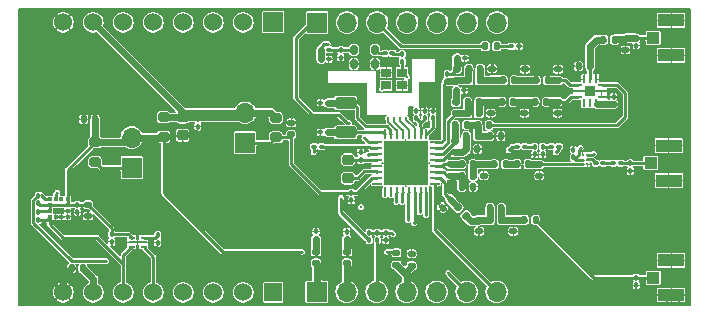
<source format=gbr>
%TF.GenerationSoftware,KiCad,Pcbnew,(6.0.8)*%
%TF.CreationDate,2023-04-10T13:30:07+02:00*%
%TF.ProjectId,LR1120_Mikrobus,4c523131-3230-45f4-9d69-6b726f627573,rev?*%
%TF.SameCoordinates,Original*%
%TF.FileFunction,Copper,L1,Top*%
%TF.FilePolarity,Positive*%
%FSLAX46Y46*%
G04 Gerber Fmt 4.6, Leading zero omitted, Abs format (unit mm)*
G04 Created by KiCad (PCBNEW (6.0.8)) date 2023-04-10 13:30:07*
%MOMM*%
%LPD*%
G01*
G04 APERTURE LIST*
G04 Aperture macros list*
%AMRoundRect*
0 Rectangle with rounded corners*
0 $1 Rounding radius*
0 $2 $3 $4 $5 $6 $7 $8 $9 X,Y pos of 4 corners*
0 Add a 4 corners polygon primitive as box body*
4,1,4,$2,$3,$4,$5,$6,$7,$8,$9,$2,$3,0*
0 Add four circle primitives for the rounded corners*
1,1,$1+$1,$2,$3*
1,1,$1+$1,$4,$5*
1,1,$1+$1,$6,$7*
1,1,$1+$1,$8,$9*
0 Add four rect primitives between the rounded corners*
20,1,$1+$1,$2,$3,$4,$5,0*
20,1,$1+$1,$4,$5,$6,$7,0*
20,1,$1+$1,$6,$7,$8,$9,0*
20,1,$1+$1,$8,$9,$2,$3,0*%
G04 Aperture macros list end*
%TA.AperFunction,ComponentPad*%
%ADD10R,1.676400X1.676400*%
%TD*%
%TA.AperFunction,ComponentPad*%
%ADD11C,1.524000*%
%TD*%
%TA.AperFunction,ComponentPad*%
%ADD12R,1.524000X1.524000*%
%TD*%
%TA.AperFunction,SMDPad,CuDef*%
%ADD13RoundRect,0.100000X-0.100000X0.130000X-0.100000X-0.130000X0.100000X-0.130000X0.100000X0.130000X0*%
%TD*%
%TA.AperFunction,SMDPad,CuDef*%
%ADD14R,0.375000X0.350000*%
%TD*%
%TA.AperFunction,SMDPad,CuDef*%
%ADD15R,0.350000X0.375000*%
%TD*%
%TA.AperFunction,SMDPad,CuDef*%
%ADD16RoundRect,0.200000X0.275000X-0.200000X0.275000X0.200000X-0.275000X0.200000X-0.275000X-0.200000X0*%
%TD*%
%TA.AperFunction,SMDPad,CuDef*%
%ADD17RoundRect,0.100000X0.100000X-0.130000X0.100000X0.130000X-0.100000X0.130000X-0.100000X-0.130000X0*%
%TD*%
%TA.AperFunction,ComponentPad*%
%ADD18R,1.700000X1.700000*%
%TD*%
%TA.AperFunction,ComponentPad*%
%ADD19O,1.700000X1.700000*%
%TD*%
%TA.AperFunction,SMDPad,CuDef*%
%ADD20RoundRect,0.100000X-0.130000X-0.100000X0.130000X-0.100000X0.130000X0.100000X-0.130000X0.100000X0*%
%TD*%
%TA.AperFunction,SMDPad,CuDef*%
%ADD21RoundRect,0.147500X0.147500X0.172500X-0.147500X0.172500X-0.147500X-0.172500X0.147500X-0.172500X0*%
%TD*%
%TA.AperFunction,SMDPad,CuDef*%
%ADD22RoundRect,0.140000X-0.140000X-0.170000X0.140000X-0.170000X0.140000X0.170000X-0.140000X0.170000X0*%
%TD*%
%TA.AperFunction,SMDPad,CuDef*%
%ADD23R,0.750000X0.250000*%
%TD*%
%TA.AperFunction,SMDPad,CuDef*%
%ADD24R,0.250000X0.750000*%
%TD*%
%TA.AperFunction,SMDPad,CuDef*%
%ADD25R,0.860000X0.860000*%
%TD*%
%TA.AperFunction,SMDPad,CuDef*%
%ADD26RoundRect,0.140000X0.170000X-0.140000X0.170000X0.140000X-0.170000X0.140000X-0.170000X-0.140000X0*%
%TD*%
%TA.AperFunction,SMDPad,CuDef*%
%ADD27R,0.850000X0.750000*%
%TD*%
%TA.AperFunction,SMDPad,CuDef*%
%ADD28RoundRect,0.147500X0.172500X-0.147500X0.172500X0.147500X-0.172500X0.147500X-0.172500X-0.147500X0*%
%TD*%
%TA.AperFunction,SMDPad,CuDef*%
%ADD29R,1.050000X1.000000*%
%TD*%
%TA.AperFunction,SMDPad,CuDef*%
%ADD30R,2.200000X1.050000*%
%TD*%
%TA.AperFunction,SMDPad,CuDef*%
%ADD31RoundRect,0.140000X-0.170000X0.140000X-0.170000X-0.140000X0.170000X-0.140000X0.170000X0.140000X0*%
%TD*%
%TA.AperFunction,SMDPad,CuDef*%
%ADD32RoundRect,0.100000X0.130000X0.100000X-0.130000X0.100000X-0.130000X-0.100000X0.130000X-0.100000X0*%
%TD*%
%TA.AperFunction,SMDPad,CuDef*%
%ADD33RoundRect,0.140000X-0.021213X0.219203X-0.219203X0.021213X0.021213X-0.219203X0.219203X-0.021213X0*%
%TD*%
%TA.AperFunction,SMDPad,CuDef*%
%ADD34RoundRect,0.147500X-0.172500X0.147500X-0.172500X-0.147500X0.172500X-0.147500X0.172500X0.147500X0*%
%TD*%
%TA.AperFunction,SMDPad,CuDef*%
%ADD35RoundRect,0.250000X-0.650000X0.250000X-0.650000X-0.250000X0.650000X-0.250000X0.650000X0.250000X0*%
%TD*%
%TA.AperFunction,SMDPad,CuDef*%
%ADD36RoundRect,0.135000X0.185000X-0.135000X0.185000X0.135000X-0.185000X0.135000X-0.185000X-0.135000X0*%
%TD*%
%TA.AperFunction,SMDPad,CuDef*%
%ADD37RoundRect,0.062500X-0.062500X0.337500X-0.062500X-0.337500X0.062500X-0.337500X0.062500X0.337500X0*%
%TD*%
%TA.AperFunction,SMDPad,CuDef*%
%ADD38RoundRect,0.062500X-0.337500X0.062500X-0.337500X-0.062500X0.337500X-0.062500X0.337500X0.062500X0*%
%TD*%
%TA.AperFunction,ComponentPad*%
%ADD39C,0.500000*%
%TD*%
%TA.AperFunction,SMDPad,CuDef*%
%ADD40R,3.700000X3.700000*%
%TD*%
%TA.AperFunction,SMDPad,CuDef*%
%ADD41R,0.600000X0.200000*%
%TD*%
%TA.AperFunction,SMDPad,CuDef*%
%ADD42R,1.600000X0.200000*%
%TD*%
%TA.AperFunction,SMDPad,CuDef*%
%ADD43RoundRect,0.140000X0.140000X0.170000X-0.140000X0.170000X-0.140000X-0.170000X0.140000X-0.170000X0*%
%TD*%
%TA.AperFunction,SMDPad,CuDef*%
%ADD44RoundRect,0.225000X0.250000X-0.225000X0.250000X0.225000X-0.250000X0.225000X-0.250000X-0.225000X0*%
%TD*%
%TA.AperFunction,SMDPad,CuDef*%
%ADD45RoundRect,0.147500X0.226274X0.017678X0.017678X0.226274X-0.226274X-0.017678X-0.017678X-0.226274X0*%
%TD*%
%TA.AperFunction,SMDPad,CuDef*%
%ADD46R,0.250000X0.250000*%
%TD*%
%TA.AperFunction,SMDPad,CuDef*%
%ADD47RoundRect,0.218750X0.256250X-0.218750X0.256250X0.218750X-0.256250X0.218750X-0.256250X-0.218750X0*%
%TD*%
%TA.AperFunction,SMDPad,CuDef*%
%ADD48RoundRect,0.150000X-0.150000X-0.250000X0.150000X-0.250000X0.150000X0.250000X-0.150000X0.250000X0*%
%TD*%
%TA.AperFunction,ViaPad*%
%ADD49C,0.300000*%
%TD*%
%TA.AperFunction,Conductor*%
%ADD50C,0.250000*%
%TD*%
%TA.AperFunction,Conductor*%
%ADD51C,0.600000*%
%TD*%
%TA.AperFunction,Conductor*%
%ADD52C,0.200000*%
%TD*%
%TA.AperFunction,Conductor*%
%ADD53C,0.220000*%
%TD*%
G04 APERTURE END LIST*
D10*
%TO.P,CON1,P1,AN*%
%TO.N,unconnected-(CON1-PadP1)*%
X121685000Y-101285000D03*
D11*
%TO.P,CON1,P2,RST*%
%TO.N,/LR_NRESET*%
X119145000Y-101285000D03*
%TO.P,CON1,P3,CS*%
%TO.N,/NSS*%
X116605000Y-101285000D03*
%TO.P,CON1,P4,SCK*%
%TO.N,/SCK*%
X114065000Y-101285000D03*
%TO.P,CON1,P5,MISO*%
%TO.N,/MISO*%
X111525000Y-101285000D03*
%TO.P,CON1,P6,MOSI*%
%TO.N,/MOSI*%
X108985000Y-101285000D03*
%TO.P,CON1,P7,3V3*%
%TO.N,/VDD_MBED*%
X106445000Y-101285000D03*
%TO.P,CON1,P8,GND1*%
%TO.N,GND*%
X103905000Y-101285000D03*
%TO.P,CON1,P9,GND2*%
X103905000Y-124145000D03*
%TO.P,CON1,P10,5V*%
%TO.N,/VUSB_5V*%
X106445000Y-124145000D03*
%TO.P,CON1,P11,SDA*%
%TO.N,/I2C_SDA*%
X108985000Y-124145000D03*
%TO.P,CON1,P12,SCL*%
%TO.N,/I2C_SCL*%
X111525000Y-124145000D03*
%TO.P,CON1,P13,RX*%
%TO.N,unconnected-(CON1-PadP13)*%
X114065000Y-124145000D03*
%TO.P,CON1,P14,TX*%
%TO.N,unconnected-(CON1-PadP14)*%
X116605000Y-124145000D03*
%TO.P,CON1,P15,INT*%
%TO.N,unconnected-(CON1-PadP15)*%
X119145000Y-124145000D03*
D12*
%TO.P,CON1,P16,PWM*%
%TO.N,unconnected-(CON1-PadP16)*%
X121685000Y-124145000D03*
%TD*%
D13*
%TO.P,C4,1*%
%TO.N,/VDD_RADIO*%
X128300000Y-115725000D03*
%TO.P,C4,2*%
%TO.N,GND*%
X128300000Y-116365000D03*
%TD*%
D14*
%TO.P,U5,1,SCL/SPC*%
%TO.N,/I2C_SCL*%
X102737500Y-116250000D03*
%TO.P,U5,2,~{CS}*%
%TO.N,/VDD_3V3*%
X102737500Y-116750000D03*
%TO.P,U5,3,SA0/SDO*%
X102737500Y-117250000D03*
%TO.P,U5,4,SDA/SDI*%
%TO.N,/I2C_SDA*%
X102737500Y-117750000D03*
D15*
%TO.P,U5,5,RES*%
%TO.N,GND*%
X103250000Y-117762500D03*
%TO.P,U5,6,GND*%
X103750000Y-117762500D03*
D14*
%TO.P,U5,7,GND*%
X104262500Y-117750000D03*
%TO.P,U5,8,GND*%
X104262500Y-117250000D03*
%TO.P,U5,9,Vdd*%
%TO.N,/VDD_3V3*%
X104262500Y-116750000D03*
%TO.P,U5,10,Vdd_IO*%
X104262500Y-116250000D03*
D15*
%TO.P,U5,11,INT2*%
%TO.N,/ACC_INT2*%
X103750000Y-116237500D03*
%TO.P,U5,12,INT1*%
%TO.N,/ACC_INT1*%
X103250000Y-116237500D03*
%TD*%
D16*
%TO.P,R1,1*%
%TO.N,/VDD_RADIO*%
X121900000Y-111025000D03*
%TO.P,R1,2*%
%TO.N,/VDD_MBED*%
X121900000Y-109375000D03*
%TD*%
D17*
%TO.P,R3,1*%
%TO.N,/XTA*%
X132600000Y-104620000D03*
%TO.P,R3,2*%
%TO.N,Net-(C50-Pad1)*%
X132600000Y-103980000D03*
%TD*%
D18*
%TO.P,J1,1,Pin_1*%
%TO.N,/DIO9*%
X125400000Y-101300000D03*
D19*
%TO.P,J1,2,Pin_2*%
%TO.N,/DISP_RESET*%
X127940000Y-101300000D03*
%TO.P,J1,3,Pin_3*%
%TO.N,/SNIFFING*%
X130480000Y-101300000D03*
%TO.P,J1,4,Pin_4*%
%TO.N,/F_CS*%
X133020000Y-101300000D03*
%TO.P,J1,5,Pin_5*%
%TO.N,/T_IRQ*%
X135560000Y-101300000D03*
%TO.P,J1,6,Pin_6*%
%TO.N,/TFT_D{slash}C*%
X138100000Y-101300000D03*
%TO.P,J1,7,Pin_7*%
%TO.N,/TFT_CS*%
X140640000Y-101300000D03*
%TD*%
D17*
%TO.P,C2,1*%
%TO.N,/VDD_RADIO*%
X133800000Y-109420000D03*
%TO.P,C2,2*%
%TO.N,GND*%
X133800000Y-108780000D03*
%TD*%
D20*
%TO.P,C56,1*%
%TO.N,GND*%
X125680000Y-108100000D03*
%TO.P,C56,2*%
%TO.N,/DIO11*%
X126320000Y-108100000D03*
%TD*%
D21*
%TO.P,L6,1,1*%
%TO.N,Net-(C10-Pad1)*%
X142100000Y-106200000D03*
%TO.P,L6,2,2*%
%TO.N,Net-(C8-Pad2)*%
X141130000Y-106200000D03*
%TD*%
D22*
%TO.P,C37,1*%
%TO.N,GND*%
X104600000Y-122100000D03*
%TO.P,C37,2*%
%TO.N,/VUSB_5V*%
X105560000Y-122100000D03*
%TD*%
D23*
%TO.P,U2,1,J1*%
%TO.N,Net-(C10-Pad2)*%
X147500000Y-106600000D03*
%TO.P,U2,2,GND_1*%
%TO.N,GND*%
X147500000Y-107100000D03*
%TO.P,U2,3,J3*%
%TO.N,Net-(C15-Pad2)*%
X147500000Y-107600000D03*
D24*
%TO.P,U2,4,V1*%
%TO.N,/RSFW0_V1*%
X148000000Y-108100000D03*
%TO.P,U2,5,V2*%
%TO.N,/RSFW1V2*%
X148500000Y-108100000D03*
%TO.P,U2,6,VDD*%
%TO.N,/VDD_RF_SW*%
X149000000Y-108100000D03*
D23*
%TO.P,U2,7,GND_2*%
%TO.N,GND*%
X149500000Y-107600000D03*
%TO.P,U2,8,GND_3*%
X149500000Y-107100000D03*
%TO.P,U2,9,J2*%
%TO.N,Net-(C21-Pad2)*%
X149500000Y-106600000D03*
D24*
%TO.P,U2,10,GND_4*%
%TO.N,GND*%
X149000000Y-106100000D03*
%TO.P,U2,11,RFC*%
%TO.N,Net-(C31-Pad1)*%
X148500000Y-106100000D03*
%TO.P,U2,12,GND_5*%
%TO.N,GND*%
X148000000Y-106100000D03*
D25*
%TO.P,U2,13,EP*%
X148500000Y-107100000D03*
%TD*%
D26*
%TO.P,C11,1*%
%TO.N,Net-(C10-Pad1)*%
X143000000Y-106200000D03*
%TO.P,C11,2*%
%TO.N,GND*%
X143000000Y-105240000D03*
%TD*%
D18*
%TO.P,VDD_RF_SW1,1,A*%
%TO.N,/VDD_RF_SW*%
X109700000Y-113575000D03*
D19*
%TO.P,VDD_RF_SW1,2,B*%
%TO.N,/VDD_3V3*%
X109700000Y-111035000D03*
%TD*%
D22*
%TO.P,C23,1*%
%TO.N,Net-(C23-Pad1)*%
X137640000Y-113300000D03*
%TO.P,C23,2*%
%TO.N,Net-(C23-Pad2)*%
X138600000Y-113300000D03*
%TD*%
D21*
%TO.P,L7,1,1*%
%TO.N,Net-(C13-Pad2)*%
X139100000Y-109000000D03*
%TO.P,L7,2,2*%
%TO.N,/RFO_LP_LF*%
X138130000Y-109000000D03*
%TD*%
D27*
%TO.P,Q1,1,CRYSTAL_1*%
%TO.N,/XTB*%
X131250000Y-106600000D03*
%TO.P,Q1,2,GND_1*%
%TO.N,GND*%
X132600000Y-106600000D03*
%TO.P,Q1,3,CRYSTAL_2*%
%TO.N,/XTA*%
X132600000Y-105550000D03*
%TO.P,Q1,4,GND_2*%
%TO.N,GND*%
X131250000Y-105550000D03*
%TD*%
D17*
%TO.P,R6,1*%
%TO.N,/I2C_SDA*%
X101800000Y-118000000D03*
%TO.P,R6,2*%
%TO.N,/VDD_3V3*%
X101800000Y-117360000D03*
%TD*%
D28*
%TO.P,L3,1,1*%
%TO.N,Net-(C8-Pad1)*%
X137200000Y-106200000D03*
%TO.P,L3,2,2*%
%TO.N,/VR_PA*%
X137200000Y-105230000D03*
%TD*%
D26*
%TO.P,C26,1*%
%TO.N,GND*%
X144200000Y-114260000D03*
%TO.P,C26,2*%
%TO.N,Net-(C26-Pad2)*%
X144200000Y-113300000D03*
%TD*%
D13*
%TO.P,C49,1*%
%TO.N,Net-(C49-Pad1)*%
X127400000Y-103625000D03*
%TO.P,C49,2*%
%TO.N,GND*%
X127400000Y-104265000D03*
%TD*%
%TO.P,C58,1*%
%TO.N,GND*%
X147100000Y-112080000D03*
%TO.P,C58,2*%
%TO.N,/VDD_RF_SW*%
X147100000Y-112720000D03*
%TD*%
D26*
%TO.P,C9,1*%
%TO.N,Net-(C8-Pad2)*%
X140200000Y-106160000D03*
%TO.P,C9,2*%
%TO.N,GND*%
X140200000Y-105200000D03*
%TD*%
D29*
%TO.P,ANT_LR112x1,1,In*%
%TO.N,Net-(ANT_LR112x1-Pad1)*%
X153850000Y-102600000D03*
D30*
%TO.P,ANT_LR112x1,2,Ext*%
%TO.N,GND*%
X155375000Y-104075000D03*
X155375000Y-101125000D03*
%TD*%
D13*
%TO.P,R15,1*%
%TO.N,GND*%
X125300000Y-118980000D03*
%TO.P,R15,2*%
%TO.N,Net-(R15-Pad2)*%
X125300000Y-119620000D03*
%TD*%
D31*
%TO.P,C16,1*%
%TO.N,Net-(C15-Pad1)*%
X142950000Y-108000000D03*
%TO.P,C16,2*%
%TO.N,GND*%
X142950000Y-108960000D03*
%TD*%
D32*
%TO.P,C54,1*%
%TO.N,Net-(ANT_GNSS1-Pad1)*%
X151100000Y-113200000D03*
%TO.P,C54,2*%
%TO.N,Net-(C54-Pad2)*%
X150460000Y-113200000D03*
%TD*%
%TO.P,R9,1*%
%TO.N,/DIO6*%
X145865000Y-111800000D03*
%TO.P,R9,2*%
%TO.N,Net-(C46-Pad1)*%
X145225000Y-111800000D03*
%TD*%
D20*
%TO.P,C6,1*%
%TO.N,/VR_PA*%
X137260000Y-104300000D03*
%TO.P,C6,2*%
%TO.N,GND*%
X137900000Y-104300000D03*
%TD*%
D13*
%TO.P,R5,1*%
%TO.N,/I2C_SCL*%
X101800000Y-115960000D03*
%TO.P,R5,2*%
%TO.N,/VDD_3V3*%
X101800000Y-116600000D03*
%TD*%
D22*
%TO.P,C10,1*%
%TO.N,Net-(C10-Pad1)*%
X143940000Y-106200000D03*
%TO.P,C10,2*%
%TO.N,Net-(C10-Pad2)*%
X144900000Y-106200000D03*
%TD*%
D33*
%TO.P,C27,1*%
%TO.N,Net-(C27-Pad1)*%
X136700000Y-116300000D03*
%TO.P,C27,2*%
%TO.N,GND*%
X136021178Y-116978822D03*
%TD*%
D17*
%TO.P,R17,1*%
%TO.N,/DIO7*%
X129800000Y-119720000D03*
%TO.P,R17,2*%
%TO.N,/LNA_CTRL_ON*%
X129800000Y-119080000D03*
%TD*%
D34*
%TO.P,L9,1,1*%
%TO.N,Net-(C19-Pad1)*%
X137100000Y-111330000D03*
%TO.P,L9,2,2*%
%TO.N,Net-(C18-Pad2)*%
X137100000Y-112300000D03*
%TD*%
D22*
%TO.P,C21,1*%
%TO.N,Net-(C19-Pad2)*%
X139000000Y-110000000D03*
%TO.P,C21,2*%
%TO.N,Net-(C21-Pad2)*%
X139960000Y-110000000D03*
%TD*%
D35*
%TO.P,Q3,1,C1*%
%TO.N,/DIO11*%
X127800000Y-108100000D03*
%TO.P,Q3,2,C2*%
%TO.N,/DIO10*%
X127800000Y-110600000D03*
%TD*%
D22*
%TO.P,C35,1*%
%TO.N,GND*%
X105640000Y-109500000D03*
%TO.P,C35,2*%
%TO.N,/VDD_3V3*%
X106600000Y-109500000D03*
%TD*%
D17*
%TO.P,C1,1*%
%TO.N,/VDD_RADIO*%
X134500000Y-109420000D03*
%TO.P,C1,2*%
%TO.N,GND*%
X134500000Y-108780000D03*
%TD*%
D20*
%TO.P,L14,1,1*%
%TO.N,Net-(L14-Pad1)*%
X148980000Y-113200000D03*
%TO.P,L14,2,2*%
%TO.N,Net-(C54-Pad2)*%
X149620000Y-113200000D03*
%TD*%
D34*
%TO.P,RX1,1,K*%
%TO.N,Net-(R15-Pad2)*%
X125300000Y-120700000D03*
%TO.P,RX1,2,A*%
%TO.N,/LED_RX*%
X125300000Y-121670000D03*
%TD*%
D22*
%TO.P,C19,1*%
%TO.N,Net-(C19-Pad1)*%
X137090000Y-109950000D03*
%TO.P,C19,2*%
%TO.N,Net-(C19-Pad2)*%
X138050000Y-109950000D03*
%TD*%
D13*
%TO.P,C39,1*%
%TO.N,GND*%
X150500000Y-107580000D03*
%TO.P,C39,2*%
%TO.N,/VDD_RF_SW*%
X150500000Y-108220000D03*
%TD*%
D22*
%TO.P,C29,1*%
%TO.N,Net-(C29-Pad1)*%
X142940000Y-118000000D03*
%TO.P,C29,2*%
%TO.N,Net-(ANT_WIFI1-Pad1)*%
X143900000Y-118000000D03*
%TD*%
D17*
%TO.P,D2,1,A1*%
%TO.N,GND*%
X151900000Y-113865000D03*
%TO.P,D2,2,A2*%
%TO.N,Net-(ANT_GNSS1-Pad1)*%
X151900000Y-113225000D03*
%TD*%
D26*
%TO.P,C24,1*%
%TO.N,GND*%
X139500000Y-114260000D03*
%TO.P,C24,2*%
%TO.N,Net-(C23-Pad2)*%
X139500000Y-113300000D03*
%TD*%
D21*
%TO.P,L10,1,1*%
%TO.N,Net-(C19-Pad2)*%
X139000000Y-110900000D03*
%TO.P,L10,2,2*%
%TO.N,Net-(C18-Pad2)*%
X138030000Y-110900000D03*
%TD*%
D17*
%TO.P,C47,1*%
%TO.N,GND*%
X105100000Y-117365000D03*
%TO.P,C47,2*%
%TO.N,/VDD_3V3*%
X105100000Y-116725000D03*
%TD*%
D22*
%TO.P,C25,1*%
%TO.N,Net-(C23-Pad2)*%
X140400000Y-113300000D03*
%TO.P,C25,2*%
%TO.N,Net-(C25-Pad2)*%
X141360000Y-113300000D03*
%TD*%
%TO.P,C8,1*%
%TO.N,Net-(C8-Pad1)*%
X138240000Y-105200000D03*
%TO.P,C8,2*%
%TO.N,Net-(C8-Pad2)*%
X139200000Y-105200000D03*
%TD*%
D31*
%TO.P,C30,1*%
%TO.N,Net-(C29-Pad1)*%
X142000000Y-118000000D03*
%TO.P,C30,2*%
%TO.N,GND*%
X142000000Y-118960000D03*
%TD*%
D16*
%TO.P,R2,1*%
%TO.N,/VDD_3V3*%
X112400000Y-110975000D03*
%TO.P,R2,2*%
%TO.N,/VDD_MBED*%
X112400000Y-109325000D03*
%TD*%
D17*
%TO.P,C3,1*%
%TO.N,/VREG*%
X129100000Y-112920000D03*
%TO.P,C3,2*%
%TO.N,GND*%
X129100000Y-112280000D03*
%TD*%
D18*
%TO.P,VDD_RADIO1,1,A*%
%TO.N,/VDD_RADIO*%
X119300000Y-111475000D03*
D19*
%TO.P,VDD_RADIO1,2,B*%
%TO.N,/VDD_MBED*%
X119300000Y-108935000D03*
%TD*%
D17*
%TO.P,C33,1*%
%TO.N,GND*%
X115300000Y-110120000D03*
%TO.P,C33,2*%
%TO.N,/VDD_MBED*%
X115300000Y-109480000D03*
%TD*%
D21*
%TO.P,L20,1,1*%
%TO.N,Net-(C29-Pad1)*%
X141000000Y-118000000D03*
%TO.P,L20,2,2*%
%TO.N,Net-(C28-Pad1)*%
X140030000Y-118000000D03*
%TD*%
D18*
%TO.P,J2,1,Pin_1*%
%TO.N,/LED_RX*%
X125360000Y-124100000D03*
D19*
%TO.P,J2,2,Pin_2*%
%TO.N,/LED_TX*%
X127900000Y-124100000D03*
%TO.P,J2,3,Pin_3*%
%TO.N,/LNA_CTRL_MCU*%
X130440000Y-124100000D03*
%TO.P,J2,4,Pin_4*%
%TO.N,/LR112x*%
X132980000Y-124100000D03*
%TO.P,J2,5,Pin_5*%
%TO.N,/32k_OUT*%
X135520000Y-124100000D03*
%TO.P,J2,6,Pin_6*%
%TO.N,/ACC_INT1*%
X138060000Y-124100000D03*
%TO.P,J2,7,Pin_7*%
%TO.N,/BUSY*%
X140600000Y-124100000D03*
%TD*%
D20*
%TO.P,C55,1*%
%TO.N,/VTCXO*%
X125735000Y-104400000D03*
%TO.P,C55,2*%
%TO.N,GND*%
X126375000Y-104400000D03*
%TD*%
D36*
%TO.P,LR112x_1,1*%
%TO.N,/LR112x*%
X132100000Y-121820000D03*
%TO.P,LR112x_1,2*%
%TO.N,/VDD_3V3*%
X132100000Y-120800000D03*
%TD*%
D34*
%TO.P,L4,1,1*%
%TO.N,/VR_PA*%
X137150000Y-108030000D03*
%TO.P,L4,2,2*%
%TO.N,/RFO_LP_LF*%
X137150000Y-109000000D03*
%TD*%
D16*
%TO.P,R10,1*%
%TO.N,/VDD_RF_SW*%
X106600000Y-113100000D03*
%TO.P,R10,2*%
%TO.N,/VDD_3V3*%
X106600000Y-111450000D03*
%TD*%
D32*
%TO.P,R30,1*%
%TO.N,GND*%
X142480000Y-103300000D03*
%TO.P,R30,2*%
%TO.N,Net-(R30-Pad2)*%
X141840000Y-103300000D03*
%TD*%
D37*
%TO.P,U1,1,VR_PA*%
%TO.N,/VR_PA*%
X134650000Y-110750000D03*
%TO.P,U1,2,VBAT_RF*%
%TO.N,/VDD_RADIO*%
X134150000Y-110750000D03*
%TO.P,U1,3,VTCXO*%
%TO.N,/VTCXO*%
X133650000Y-110750000D03*
%TO.P,U1,4,XTA*%
%TO.N,/XTA*%
X133150000Y-110750000D03*
%TO.P,U1,5,XTB*%
%TO.N,/XTB*%
X132650000Y-110750000D03*
%TO.P,U1,6,NRESET*%
%TO.N,/LR_NRESET*%
X132150000Y-110750000D03*
%TO.P,U1,7,DIO11/32k_P*%
%TO.N,/DIO11*%
X131650000Y-110750000D03*
%TO.P,U1,8,DIO10/32k_N*%
%TO.N,/DIO10*%
X131150000Y-110750000D03*
D38*
%TO.P,U1,9,DIO9*%
%TO.N,/DIO9*%
X130450000Y-111450000D03*
%TO.P,U1,10,DIO8*%
%TO.N,/DIO8*%
X130450000Y-111950000D03*
%TO.P,U1,11,DIO7*%
%TO.N,/DIO7*%
X130450000Y-112450000D03*
%TO.P,U1,12,VREG*%
%TO.N,/VREG*%
X130450000Y-112950000D03*
%TO.P,U1,13,GND*%
%TO.N,GND*%
X130450000Y-113450000D03*
%TO.P,U1,14,DCC_SW*%
%TO.N,Net-(L1-Pad1)*%
X130450000Y-113950000D03*
%TO.P,U1,15,VBAT*%
%TO.N,/VDD_RADIO*%
X130450000Y-114450000D03*
%TO.P,U1,16,DNC*%
%TO.N,unconnected-(U1-Pad16)*%
X130450000Y-114950000D03*
D37*
%TO.P,U1,17,DNC*%
%TO.N,unconnected-(U1-Pad17)*%
X131150000Y-115650000D03*
%TO.P,U1,18,DNC*%
%TO.N,unconnected-(U1-Pad18)*%
X131650000Y-115650000D03*
%TO.P,U1,19,DIO6*%
%TO.N,/DIO6*%
X132150000Y-115650000D03*
%TO.P,U1,20,DIO5*%
%TO.N,/DIO5*%
X132650000Y-115650000D03*
%TO.P,U1,21,DIO4*%
%TO.N,/MISO*%
X133150000Y-115650000D03*
%TO.P,U1,22,DIO3*%
%TO.N,/MOSI*%
X133650000Y-115650000D03*
%TO.P,U1,23,DIO2*%
%TO.N,/SCK*%
X134150000Y-115650000D03*
%TO.P,U1,24,DIO1*%
%TO.N,/NSS*%
X134650000Y-115650000D03*
D38*
%TO.P,U1,25,DIO0*%
%TO.N,/BUSY*%
X135350000Y-114950000D03*
%TO.P,U1,26,RFIO_HF*%
%TO.N,Net-(C27-Pad1)*%
X135350000Y-114450000D03*
%TO.P,U1,27,RFI_N_LF1*%
%TO.N,Net-(C22-Pad2)*%
X135350000Y-113950000D03*
%TO.P,U1,28,RFI_P_LF1*%
%TO.N,Net-(C23-Pad1)*%
X135350000Y-113450000D03*
%TO.P,U1,29,RFI_N_LF0*%
%TO.N,Net-(C18-Pad2)*%
X135350000Y-112950000D03*
%TO.P,U1,30,RFI_P_LF0*%
%TO.N,Net-(C19-Pad1)*%
X135350000Y-112450000D03*
%TO.P,U1,31,RFO_LP_LF*%
%TO.N,/RFO_LP_LF*%
X135350000Y-111950000D03*
%TO.P,U1,32,RFO_HP_LF*%
%TO.N,Net-(C8-Pad1)*%
X135350000Y-111450000D03*
D39*
%TO.P,U1,33,GND*%
%TO.N,GND*%
X132900000Y-114200000D03*
X132900000Y-112200000D03*
X131900000Y-114200000D03*
D40*
X132900000Y-113200000D03*
D39*
X131900000Y-113200000D03*
X132900000Y-113200000D03*
X131900000Y-112200000D03*
X133900000Y-112200000D03*
X133900000Y-114200000D03*
X133900000Y-113200000D03*
%TD*%
D41*
%TO.P,U7,1,VCC*%
%TO.N,/VDD_3V3*%
X109700000Y-119500000D03*
D42*
%TO.P,U7,2,VSS*%
%TO.N,GND*%
X110200000Y-119900000D03*
D41*
%TO.P,U7,3,SDA*%
%TO.N,/I2C_SDA*%
X109700000Y-120300000D03*
%TO.P,U7,4,SCL*%
%TO.N,/I2C_SCL*%
X110700000Y-120300000D03*
%TO.P,U7,5,~{WC}*%
%TO.N,Net-(R31-Pad2)*%
X110700000Y-119500000D03*
%TD*%
D17*
%TO.P,C5,1*%
%TO.N,/VR_PA*%
X135200000Y-109420000D03*
%TO.P,C5,2*%
%TO.N,GND*%
X135200000Y-108780000D03*
%TD*%
D13*
%TO.P,C45,1*%
%TO.N,Net-(C45-Pad1)*%
X143800000Y-111825000D03*
%TO.P,C45,2*%
%TO.N,GND*%
X143800000Y-112465000D03*
%TD*%
D21*
%TO.P,L8,1,1*%
%TO.N,Net-(C15-Pad1)*%
X142000000Y-108000000D03*
%TO.P,L8,2,2*%
%TO.N,Net-(C13-Pad2)*%
X141030000Y-108000000D03*
%TD*%
D17*
%TO.P,D3,1,A1*%
%TO.N,GND*%
X152400000Y-123540000D03*
%TO.P,D3,2,A2*%
%TO.N,Net-(ANT_WIFI1-Pad1)*%
X152400000Y-122900000D03*
%TD*%
D31*
%TO.P,C17,1*%
%TO.N,Net-(C15-Pad2)*%
X145750000Y-108000000D03*
%TO.P,C17,2*%
%TO.N,GND*%
X145750000Y-108960000D03*
%TD*%
D13*
%TO.P,R18,1*%
%TO.N,/LNA_CTRL_ON*%
X130500000Y-119080000D03*
%TO.P,R18,2*%
%TO.N,/LNA_CTRL_MCU*%
X130500000Y-119720000D03*
%TD*%
D34*
%TO.P,L11,1,1*%
%TO.N,Net-(C23-Pad1)*%
X136700000Y-113300000D03*
%TO.P,L11,2,2*%
%TO.N,Net-(C22-Pad2)*%
X136700000Y-114270000D03*
%TD*%
D21*
%TO.P,L17,1,1*%
%TO.N,Net-(ANT_LR112x1-Pad1)*%
X150600000Y-102745000D03*
%TO.P,L17,2,2*%
%TO.N,Net-(C31-Pad1)*%
X149630000Y-102745000D03*
%TD*%
D31*
%TO.P,C34,1*%
%TO.N,GND*%
X123200000Y-109800000D03*
%TO.P,C34,2*%
%TO.N,/VDD_RADIO*%
X123200000Y-110760000D03*
%TD*%
D20*
%TO.P,FB1,1*%
%TO.N,/VTCXO*%
X125760000Y-103600000D03*
%TO.P,FB1,2*%
%TO.N,Net-(C49-Pad1)*%
X126400000Y-103600000D03*
%TD*%
D22*
%TO.P,C13,1*%
%TO.N,/RFO_LP_LF*%
X138140000Y-108000000D03*
%TO.P,C13,2*%
%TO.N,Net-(C13-Pad2)*%
X139100000Y-108000000D03*
%TD*%
D26*
%TO.P,C48,1*%
%TO.N,GND*%
X106000000Y-117680000D03*
%TO.P,C48,2*%
%TO.N,/VDD_3V3*%
X106000000Y-116720000D03*
%TD*%
D36*
%TO.P,LR112x_2,1*%
%TO.N,/LR112x*%
X133400000Y-121900000D03*
%TO.P,LR112x_2,2*%
%TO.N,GND*%
X133400000Y-120880000D03*
%TD*%
D20*
%TO.P,C7,1*%
%TO.N,/VR_PA*%
X137185000Y-107050000D03*
%TO.P,C7,2*%
%TO.N,GND*%
X137825000Y-107050000D03*
%TD*%
D43*
%TO.P,C31,1*%
%TO.N,Net-(C31-Pad1)*%
X148500000Y-105000000D03*
%TO.P,C31,2*%
%TO.N,GND*%
X147540000Y-105000000D03*
%TD*%
D21*
%TO.P,L5,1,1*%
%TO.N,Net-(C8-Pad2)*%
X139170000Y-106200000D03*
%TO.P,L5,2,2*%
%TO.N,Net-(C8-Pad1)*%
X138200000Y-106200000D03*
%TD*%
D13*
%TO.P,C52,1*%
%TO.N,/VDD_3V3*%
X108000000Y-119225000D03*
%TO.P,C52,2*%
%TO.N,GND*%
X108000000Y-119865000D03*
%TD*%
D17*
%TO.P,R33,1*%
%TO.N,Net-(C8-Pad1)*%
X136400000Y-106275000D03*
%TO.P,R33,2*%
%TO.N,/VR_PA*%
X136400000Y-105635000D03*
%TD*%
%TO.P,D1,1,A1*%
%TO.N,GND*%
X152400000Y-103265000D03*
%TO.P,D1,2,A2*%
%TO.N,Net-(ANT_LR112x1-Pad1)*%
X152400000Y-102625000D03*
%TD*%
D31*
%TO.P,C32,1*%
%TO.N,Net-(ANT_LR112x1-Pad1)*%
X151500000Y-102665000D03*
%TO.P,C32,2*%
%TO.N,GND*%
X151500000Y-103625000D03*
%TD*%
D43*
%TO.P,C18,1*%
%TO.N,GND*%
X138960000Y-112000000D03*
%TO.P,C18,2*%
%TO.N,Net-(C18-Pad2)*%
X138000000Y-112000000D03*
%TD*%
%TO.P,C22,1*%
%TO.N,GND*%
X138600000Y-115200000D03*
%TO.P,C22,2*%
%TO.N,Net-(C22-Pad2)*%
X137640000Y-115200000D03*
%TD*%
D44*
%TO.P,C38,1*%
%TO.N,GND*%
X114000000Y-110850000D03*
%TO.P,C38,2*%
%TO.N,/VDD_MBED*%
X114000000Y-109300000D03*
%TD*%
D29*
%TO.P,ANT_GNSS1,1,In*%
%TO.N,Net-(ANT_GNSS1-Pad1)*%
X153650000Y-113200000D03*
D30*
%TO.P,ANT_GNSS1,2,Ext*%
%TO.N,GND*%
X155175000Y-111725000D03*
X155175000Y-114675000D03*
%TD*%
D34*
%TO.P,TX1,1,K*%
%TO.N,Net-(R14-Pad2)*%
X127900000Y-120700000D03*
%TO.P,TX1,2,A*%
%TO.N,/LED_TX*%
X127900000Y-121670000D03*
%TD*%
D32*
%TO.P,R32,1*%
%TO.N,/DIO8*%
X125775000Y-111800000D03*
%TO.P,R32,2*%
%TO.N,/32k_OUT*%
X125135000Y-111800000D03*
%TD*%
D45*
%TO.P,L15,1,1*%
%TO.N,Net-(C28-Pad1)*%
X138000000Y-117642947D03*
%TO.P,L15,2,2*%
%TO.N,Net-(C27-Pad1)*%
X137314106Y-116957053D03*
%TD*%
D21*
%TO.P,L13,1,1*%
%TO.N,Net-(C26-Pad2)*%
X143270000Y-113300000D03*
%TO.P,L13,2,2*%
%TO.N,Net-(C25-Pad2)*%
X142300000Y-113300000D03*
%TD*%
%TO.P,Scanning1,1,K*%
%TO.N,Net-(R30-Pad2)*%
X140600000Y-103300000D03*
%TO.P,Scanning1,2,A*%
%TO.N,/SNIFFING*%
X139630000Y-103300000D03*
%TD*%
D22*
%TO.P,C53,1*%
%TO.N,Net-(C28-Pad1)*%
X140040000Y-117000000D03*
%TO.P,C53,2*%
%TO.N,Net-(C29-Pad1)*%
X141000000Y-117000000D03*
%TD*%
D32*
%TO.P,C50,1*%
%TO.N,Net-(C50-Pad1)*%
X131775000Y-103900000D03*
%TO.P,C50,2*%
%TO.N,Net-(C50-Pad2)*%
X131135000Y-103900000D03*
%TD*%
D20*
%TO.P,C57,1*%
%TO.N,GND*%
X125680000Y-110600000D03*
%TO.P,C57,2*%
%TO.N,/DIO10*%
X126320000Y-110600000D03*
%TD*%
D46*
%TO.P,U8,1,GND_1*%
%TO.N,GND*%
X147875000Y-112500000D03*
%TO.P,U8,2,VCC*%
%TO.N,/VDD_RF_SW*%
X147875000Y-112900000D03*
%TO.P,U8,3,AO*%
%TO.N,Net-(C26-Pad2)*%
X147875000Y-113300000D03*
%TO.P,U8,4,GND_2*%
%TO.N,GND*%
X148275000Y-113300000D03*
%TO.P,U8,5,AI*%
%TO.N,Net-(L14-Pad1)*%
X148275000Y-112900000D03*
%TO.P,U8,6,PON*%
%TO.N,/LNA_CTRL_ON*%
X148275000Y-112500000D03*
%TD*%
D31*
%TO.P,C28,1*%
%TO.N,Net-(C28-Pad1)*%
X139100000Y-118000000D03*
%TO.P,C28,2*%
%TO.N,GND*%
X139100000Y-118960000D03*
%TD*%
D13*
%TO.P,R14,1*%
%TO.N,GND*%
X127900000Y-119000000D03*
%TO.P,R14,2*%
%TO.N,Net-(R14-Pad2)*%
X127900000Y-119640000D03*
%TD*%
D17*
%TO.P,R31,1*%
%TO.N,GND*%
X111900000Y-119940000D03*
%TO.P,R31,2*%
%TO.N,Net-(R31-Pad2)*%
X111900000Y-119300000D03*
%TD*%
D20*
%TO.P,R8,1*%
%TO.N,/DIO5*%
X142335000Y-111800000D03*
%TO.P,R8,2*%
%TO.N,Net-(C45-Pad1)*%
X142975000Y-111800000D03*
%TD*%
D31*
%TO.P,C14,1*%
%TO.N,Net-(C13-Pad2)*%
X140100000Y-108000000D03*
%TO.P,C14,2*%
%TO.N,GND*%
X140100000Y-108960000D03*
%TD*%
D13*
%TO.P,C43,1*%
%TO.N,/LNA_CTRL_ON*%
X131200000Y-119080000D03*
%TO.P,C43,2*%
%TO.N,GND*%
X131200000Y-119720000D03*
%TD*%
D22*
%TO.P,C15,1*%
%TO.N,Net-(C15-Pad1)*%
X143840000Y-108000000D03*
%TO.P,C15,2*%
%TO.N,Net-(C15-Pad2)*%
X144800000Y-108000000D03*
%TD*%
D43*
%TO.P,C20,1*%
%TO.N,GND*%
X140960000Y-110900000D03*
%TO.P,C20,2*%
%TO.N,Net-(C19-Pad2)*%
X140000000Y-110900000D03*
%TD*%
D21*
%TO.P,L12,1,1*%
%TO.N,Net-(C23-Pad2)*%
X138600000Y-114300000D03*
%TO.P,L12,2,2*%
%TO.N,Net-(C22-Pad2)*%
X137630000Y-114300000D03*
%TD*%
D13*
%TO.P,C46,1*%
%TO.N,Net-(C46-Pad1)*%
X144500000Y-111825000D03*
%TO.P,C46,2*%
%TO.N,GND*%
X144500000Y-112465000D03*
%TD*%
D47*
%TO.P,L1,1,1*%
%TO.N,Net-(L1-Pad1)*%
X128000000Y-114475000D03*
%TO.P,L1,2,2*%
%TO.N,/VREG*%
X128000000Y-112900000D03*
%TD*%
D26*
%TO.P,C12,1*%
%TO.N,Net-(C10-Pad2)*%
X145800000Y-106200000D03*
%TO.P,C12,2*%
%TO.N,GND*%
X145800000Y-105240000D03*
%TD*%
D48*
%TO.P,Q2,1,VCC*%
%TO.N,Net-(C49-Pad1)*%
X128500000Y-103600000D03*
%TO.P,Q2,2,OUT*%
%TO.N,Net-(C50-Pad2)*%
X130300000Y-103600000D03*
%TO.P,Q2,3,GND*%
%TO.N,GND*%
X130300000Y-104800000D03*
%TO.P,Q2,4,GND*%
X128500000Y-104800000D03*
%TD*%
D29*
%TO.P,ANT_WIFI1,1,In*%
%TO.N,Net-(ANT_WIFI1-Pad1)*%
X153850000Y-122900000D03*
D30*
%TO.P,ANT_WIFI1,2,Ext*%
%TO.N,GND*%
X155375000Y-124375000D03*
X155375000Y-121425000D03*
%TD*%
D49*
%TO.N,GND*%
X131000000Y-119750000D03*
X131500000Y-119750000D03*
X137750000Y-106750000D03*
X138125000Y-107000000D03*
X137875000Y-107375000D03*
X146125000Y-109000000D03*
X145375000Y-109000000D03*
X145750000Y-109250000D03*
X128625000Y-112250000D03*
X143000000Y-109375000D03*
X142500000Y-109000000D03*
X143375000Y-109000000D03*
X127000000Y-104250000D03*
X127750000Y-104250000D03*
X127375000Y-104625000D03*
X125625000Y-108375000D03*
X134875000Y-108750000D03*
X135500000Y-108750000D03*
X135250000Y-108500000D03*
X134500000Y-108500000D03*
X128000000Y-116375000D03*
X128625000Y-116375000D03*
X112250000Y-119875000D03*
X108375000Y-119875000D03*
X108000000Y-120125000D03*
X106000000Y-118000000D03*
X105125000Y-117625000D03*
X105625000Y-109125000D03*
X105250000Y-109500000D03*
X105625000Y-109875000D03*
X114500000Y-110875000D03*
X113500000Y-110875000D03*
X114000000Y-111375000D03*
X115250000Y-110625000D03*
X123250000Y-109375000D03*
X123625000Y-109750000D03*
X122750000Y-109750000D03*
X125625000Y-110250000D03*
X125250000Y-110625000D03*
X125625000Y-110875000D03*
X135750000Y-117375000D03*
X152375000Y-123875000D03*
X152375000Y-103500000D03*
X151500000Y-104000000D03*
X150500000Y-107250000D03*
X150750000Y-107625000D03*
X150250000Y-107625000D03*
X139000000Y-111625000D03*
X139250000Y-112000000D03*
X139000000Y-112375000D03*
X141250000Y-110875000D03*
X141000000Y-110500000D03*
X141000000Y-111250000D03*
X140500000Y-109000000D03*
X140125000Y-109375000D03*
X139750000Y-109000000D03*
X140625000Y-105250000D03*
X140250000Y-104875000D03*
X139875000Y-105250000D03*
X147500000Y-104625000D03*
X147125000Y-105000000D03*
X147500000Y-105375000D03*
X146250000Y-105250000D03*
X145750000Y-104875000D03*
X145375000Y-105250000D03*
X143375000Y-105250000D03*
X142625000Y-105250000D03*
X143000000Y-104875000D03*
X147125000Y-111750000D03*
X146750000Y-112125000D03*
X144500000Y-112750000D03*
X144000000Y-112500000D03*
X143750000Y-112750000D03*
X143500000Y-112500000D03*
X144250000Y-114625000D03*
X144625000Y-114250000D03*
X140000000Y-114250000D03*
X138625000Y-115625000D03*
X102000000Y-121000000D03*
X103000000Y-122000000D03*
X101000000Y-121000000D03*
X102000000Y-122000000D03*
X102000000Y-120000000D03*
X101000000Y-120000000D03*
X103000000Y-121000000D03*
X101000000Y-122000000D03*
X115000000Y-111000000D03*
X106000000Y-106000000D03*
X106000000Y-103000000D03*
X106000000Y-104000000D03*
X107000000Y-105000000D03*
X108000000Y-106000000D03*
X108000000Y-105000000D03*
X107000000Y-106000000D03*
X107000000Y-103000000D03*
X107000000Y-104000000D03*
X106000000Y-105000000D03*
X108000000Y-104000000D03*
X109000000Y-105000000D03*
X143000000Y-114000000D03*
%TO.N,/I2C_SCL*%
X107500000Y-121500000D03*
%TO.N,GND*%
X149125000Y-104250000D03*
X147875000Y-104000000D03*
X153000000Y-102000000D03*
X153000000Y-103500000D03*
X152000000Y-103500000D03*
X151000000Y-103500000D03*
X150000000Y-103500000D03*
X149250000Y-103500000D03*
X139125000Y-112625000D03*
X140000000Y-112625000D03*
X143000000Y-112625000D03*
X142000000Y-112625000D03*
X146000000Y-112875000D03*
X151000000Y-112625000D03*
X150000000Y-112625000D03*
X152000000Y-112625000D03*
X152875000Y-112625000D03*
X152875000Y-113750000D03*
X152000000Y-113750000D03*
X148250000Y-113750000D03*
X147000000Y-113750000D03*
X136750000Y-114875000D03*
X138875000Y-117375000D03*
X138000000Y-116500000D03*
X136625000Y-117375000D03*
X137250000Y-117875000D03*
X138000000Y-118625000D03*
X139000000Y-118750000D03*
X140000000Y-118750000D03*
X141000000Y-118750000D03*
X142000000Y-118750000D03*
X142000000Y-117375000D03*
X143000000Y-117375000D03*
X144000000Y-117375000D03*
X143000000Y-118750000D03*
X144750000Y-118250000D03*
X144000000Y-118750000D03*
X145625000Y-120250000D03*
X146250000Y-119750000D03*
X147125000Y-120625000D03*
X146500000Y-121125000D03*
X148000000Y-123000000D03*
X147375000Y-122000000D03*
X148000000Y-121500000D03*
X148625000Y-122125000D03*
X148000000Y-122625000D03*
X149000000Y-124000000D03*
X149000000Y-123375000D03*
X153000000Y-123375000D03*
X152000000Y-123375000D03*
X151000000Y-123375000D03*
X150000000Y-123375000D03*
X149000000Y-122500000D03*
X150000000Y-122500000D03*
X151000000Y-122500000D03*
X152000000Y-122500000D03*
X153000000Y-122500000D03*
X101000000Y-100250000D03*
X102000000Y-100250000D03*
X103000000Y-100250000D03*
X104000000Y-100250000D03*
X105000000Y-100250000D03*
X106000000Y-100250000D03*
X107000000Y-100250000D03*
X108000000Y-100250000D03*
X109000000Y-100250000D03*
X110000000Y-100250000D03*
X111000000Y-100250000D03*
X112000000Y-100250000D03*
X113000000Y-100250000D03*
X114000000Y-100250000D03*
X115000000Y-100250000D03*
X116000000Y-100250000D03*
X117000000Y-100250000D03*
X118000000Y-100250000D03*
X119000000Y-100250000D03*
X120000000Y-100250000D03*
X123000000Y-100250000D03*
X124000000Y-100250000D03*
X127000000Y-100250000D03*
X129000000Y-100250000D03*
X130000000Y-100250000D03*
X131000000Y-100250000D03*
X132000000Y-100250000D03*
X134000000Y-100250000D03*
X135000000Y-100250000D03*
X136000000Y-100250000D03*
X137000000Y-100250000D03*
X139000000Y-100250000D03*
X140000000Y-100250000D03*
X141000000Y-100250000D03*
X142000000Y-100250000D03*
X143000000Y-100250000D03*
X144000000Y-100250000D03*
X145000000Y-100250000D03*
X146000000Y-100250000D03*
X147000000Y-100250000D03*
X148000000Y-100250000D03*
X149000000Y-100250000D03*
X150000000Y-100250000D03*
X151000000Y-100250000D03*
X152000000Y-100250000D03*
X153000000Y-100250000D03*
X154000000Y-100250000D03*
X155000000Y-100250000D03*
X156000000Y-100250000D03*
X157000000Y-100250000D03*
X157000000Y-101000000D03*
X157000000Y-102000000D03*
X157000000Y-103000000D03*
X157000000Y-104000000D03*
X157000000Y-105000000D03*
X157000000Y-106000000D03*
X157000000Y-107000000D03*
X157000000Y-108000000D03*
X157000000Y-109000000D03*
X157000000Y-110000000D03*
X157000000Y-111000000D03*
X157000000Y-112000000D03*
X157000000Y-113000000D03*
X157000000Y-114000000D03*
X157000000Y-115000000D03*
X157000000Y-116000000D03*
X157000000Y-117000000D03*
X157000000Y-119000000D03*
X157000000Y-118000000D03*
X157000000Y-120000000D03*
X157000000Y-121000000D03*
X157000000Y-122000000D03*
X157000000Y-123000000D03*
X157000000Y-124000000D03*
X157000000Y-125000000D03*
X156000000Y-125000000D03*
X155000000Y-125000000D03*
X154000000Y-125000000D03*
X153000000Y-125000000D03*
X152000000Y-125000000D03*
X150000000Y-125000000D03*
X151000000Y-125000000D03*
X149000000Y-125000000D03*
X148000000Y-125000000D03*
X147000000Y-125000000D03*
X146000000Y-125000000D03*
X145000000Y-125000000D03*
X144000000Y-125000000D03*
X143000000Y-125000000D03*
X142000000Y-125000000D03*
X139000000Y-125000000D03*
X137000000Y-125000000D03*
X134000000Y-125000000D03*
X132000000Y-125000000D03*
X129000000Y-125000000D03*
X127000000Y-125000000D03*
X124000000Y-125000000D03*
X123000000Y-125000000D03*
X120000000Y-125000000D03*
X118000000Y-125000000D03*
X116000000Y-125000000D03*
X115000000Y-125000000D03*
X113000000Y-125000000D03*
X110000000Y-125000000D03*
X108000000Y-125000000D03*
X107000000Y-125000000D03*
X105000000Y-125000000D03*
X103000000Y-125000000D03*
X100250000Y-125000000D03*
X100250000Y-124000000D03*
X100250000Y-123000000D03*
X100250000Y-122000000D03*
X100250000Y-121000000D03*
X100250000Y-120000000D03*
X100250000Y-119000000D03*
X100250000Y-118000000D03*
X100250000Y-117000000D03*
X100250000Y-116000000D03*
X100250000Y-115000000D03*
X100250000Y-114000000D03*
X100250000Y-113000000D03*
X100250000Y-112000000D03*
X100250000Y-111000000D03*
X100250000Y-110000000D03*
X100250000Y-109000000D03*
X100250000Y-108000000D03*
X100250000Y-107000000D03*
X100250000Y-106000000D03*
X100250000Y-105000000D03*
X100250000Y-104000000D03*
X100250000Y-103000000D03*
X100250000Y-102000000D03*
X100250000Y-101000000D03*
X100250000Y-100250000D03*
X141500000Y-105000000D03*
X144500000Y-105000000D03*
X146500000Y-104000000D03*
X145500000Y-104000000D03*
X144500000Y-104000000D03*
X143500000Y-104000000D03*
X142500000Y-104000000D03*
X141500000Y-104000000D03*
X140500000Y-104000000D03*
X139500000Y-104000000D03*
X138500000Y-104000000D03*
X146500000Y-107000000D03*
X145500000Y-107000000D03*
X144500000Y-107000000D03*
X143500000Y-107000000D03*
X142500000Y-107000000D03*
X141500000Y-107000000D03*
X140500000Y-107000000D03*
X138500000Y-107000000D03*
X139500000Y-107000000D03*
X146500000Y-109000000D03*
X144500000Y-109000000D03*
X141500000Y-109000000D03*
X146500000Y-111000000D03*
X145500000Y-111000000D03*
X144500000Y-111000000D03*
X143500000Y-111000000D03*
X142500000Y-111000000D03*
X141500000Y-114500000D03*
X142000000Y-114500000D03*
X141500000Y-114000000D03*
X141500000Y-115000000D03*
X141500000Y-115500000D03*
X141000000Y-115500000D03*
X141000000Y-114500000D03*
X140500000Y-115000000D03*
X140500000Y-114000000D03*
X140500000Y-114500000D03*
X140500000Y-115500000D03*
X140500000Y-116000000D03*
X140000000Y-115500000D03*
X139500000Y-115500000D03*
X139500000Y-115000000D03*
X139500000Y-116000000D03*
X131500000Y-116500000D03*
X131000000Y-116500000D03*
X130500000Y-116500000D03*
X130000000Y-116500000D03*
X130000000Y-116000000D03*
X130500000Y-116000000D03*
X129500000Y-116000000D03*
X130000000Y-115500000D03*
X130500000Y-115500000D03*
X125500000Y-114000000D03*
X126000000Y-114500000D03*
X126500000Y-114500000D03*
X127000000Y-114500000D03*
X127000000Y-112500000D03*
X126500000Y-112500000D03*
X126000000Y-112500000D03*
X125500000Y-112500000D03*
X125500000Y-113000000D03*
X125500000Y-113500000D03*
X126500000Y-114000000D03*
X127000000Y-113500000D03*
X126500000Y-113000000D03*
X126000000Y-113500000D03*
X126500000Y-113500000D03*
X143000000Y-123000000D03*
X147000000Y-104000000D03*
X152000000Y-110000000D03*
X125000000Y-108000000D03*
X125000000Y-111000000D03*
X150000000Y-101000000D03*
X117000000Y-122000000D03*
X148000000Y-118000000D03*
X105000000Y-103000000D03*
X101000000Y-123000000D03*
X126000000Y-106500000D03*
X149000000Y-117000000D03*
X156000000Y-118000000D03*
X142000000Y-104000000D03*
X125000000Y-105500000D03*
X150000000Y-102000000D03*
X103000000Y-114000000D03*
X114000000Y-115000000D03*
X113000000Y-113000000D03*
X107000000Y-107000000D03*
X103000000Y-112000000D03*
X104000000Y-112000000D03*
X104000000Y-107000000D03*
X146000000Y-117000000D03*
X145000000Y-102000000D03*
X114000000Y-112000000D03*
X140000000Y-115000000D03*
X121000000Y-106000000D03*
X144000000Y-121000000D03*
X127000000Y-107000000D03*
X136000000Y-121000000D03*
X150000000Y-116000000D03*
X134500000Y-106500000D03*
X144000000Y-101000000D03*
X114000000Y-106000000D03*
X125500000Y-107000000D03*
X143000000Y-103000000D03*
X141000000Y-121000000D03*
X146000000Y-113750000D03*
X144000000Y-105000000D03*
X153000000Y-115000000D03*
X102000000Y-108000000D03*
X136000000Y-104000000D03*
X119000000Y-115000000D03*
X147000000Y-116000000D03*
X106000000Y-114000000D03*
X114000000Y-104000000D03*
X145000000Y-109000000D03*
X122000000Y-113000000D03*
X108000000Y-108000000D03*
X155000000Y-118000000D03*
X113000000Y-105000000D03*
X145000000Y-115000000D03*
X128000000Y-107000000D03*
X141000000Y-122000000D03*
X115000000Y-113000000D03*
X150000000Y-124000000D03*
X127000000Y-115000000D03*
X129000000Y-107500000D03*
X153000000Y-107000000D03*
X137000000Y-122000000D03*
X129000000Y-104500000D03*
X154000000Y-106000000D03*
X155000000Y-120000000D03*
X142000000Y-114000000D03*
X143000000Y-117000000D03*
X153000000Y-121000000D03*
X111000000Y-116000000D03*
X118000000Y-115000000D03*
X116000000Y-104000000D03*
X154000000Y-109000000D03*
X131000000Y-122000000D03*
X101000000Y-115000000D03*
X116000000Y-112000000D03*
X117000000Y-118000000D03*
X151000000Y-120000000D03*
X144000000Y-109000000D03*
X134000000Y-104000000D03*
X127500000Y-105000000D03*
X122000000Y-105000000D03*
X154000000Y-116000000D03*
X103000000Y-106000000D03*
X105000000Y-109000000D03*
X123000000Y-108000000D03*
X120000000Y-122000000D03*
X150000000Y-122000000D03*
X139000000Y-104000000D03*
X113000000Y-118000000D03*
X153000000Y-104000000D03*
X120000000Y-118000000D03*
X126000000Y-105500000D03*
X117000000Y-113000000D03*
X110000000Y-108000000D03*
X102000000Y-111000000D03*
X152000000Y-111000000D03*
X121000000Y-105000000D03*
X111000000Y-107000000D03*
X101000000Y-111000000D03*
X145000000Y-117000000D03*
X126000000Y-114000000D03*
X123000000Y-109000000D03*
X151000000Y-105000000D03*
X139000000Y-121000000D03*
X140000000Y-104000000D03*
X152000000Y-117000000D03*
X122000000Y-114000000D03*
X147000000Y-123000000D03*
X125500000Y-105000000D03*
X101000000Y-109000000D03*
X121000000Y-117000000D03*
X122000000Y-118000000D03*
X102000000Y-124000000D03*
X114000000Y-103000000D03*
X125000000Y-104000000D03*
X140000000Y-122000000D03*
X154000000Y-108000000D03*
X121000000Y-113000000D03*
X105000000Y-104000000D03*
X150000000Y-121000000D03*
X119000000Y-122000000D03*
X143000000Y-121000000D03*
X124000000Y-104000000D03*
X155000000Y-119000000D03*
X143000000Y-104000000D03*
X138000000Y-120000000D03*
X104000000Y-110000000D03*
X101000000Y-102000000D03*
X108000000Y-107000000D03*
X155000000Y-117000000D03*
X141000000Y-104000000D03*
X146000000Y-103000000D03*
X113000000Y-117000000D03*
X145000000Y-123000000D03*
X145000000Y-116000000D03*
X148000000Y-101000000D03*
X156000000Y-106000000D03*
X107000000Y-115000000D03*
X104000000Y-113000000D03*
X124000000Y-122000000D03*
X129500000Y-105000000D03*
X135000000Y-120000000D03*
X147000000Y-103000000D03*
X124000000Y-107000000D03*
X146000000Y-102000000D03*
X152000000Y-112000000D03*
X145000000Y-105000000D03*
X149000000Y-101000000D03*
X116000000Y-105000000D03*
X122000000Y-122000000D03*
X144000000Y-111000000D03*
X103000000Y-107000000D03*
X154000000Y-117000000D03*
X106000000Y-107000000D03*
X152000000Y-105000000D03*
X116000000Y-107000000D03*
X143000000Y-111000000D03*
X152000000Y-118000000D03*
X153000000Y-109000000D03*
X119000000Y-104000000D03*
X149000000Y-111000000D03*
X111000000Y-117000000D03*
X102000000Y-110000000D03*
X107000000Y-108000000D03*
X142000000Y-117000000D03*
X146000000Y-101000000D03*
X125000000Y-104500000D03*
X109000000Y-107000000D03*
X119000000Y-107000000D03*
X102000000Y-107000000D03*
X147000000Y-109000000D03*
X152000000Y-122000000D03*
X103000000Y-108000000D03*
X152000000Y-116000000D03*
X151000000Y-113750000D03*
X145000000Y-124000000D03*
X153000000Y-112000000D03*
X115000000Y-122000000D03*
X147000000Y-124000000D03*
X148000000Y-117000000D03*
X144000000Y-124000000D03*
X125000000Y-117000000D03*
X156000000Y-120000000D03*
X116000000Y-114000000D03*
X126000000Y-107000000D03*
X121000000Y-122000000D03*
X114000000Y-119000000D03*
X119000000Y-103000000D03*
X143000000Y-116000000D03*
X154000000Y-118000000D03*
X110000000Y-117000000D03*
X115000000Y-116000000D03*
X147000000Y-101000000D03*
X152000000Y-115000000D03*
X150000000Y-111000000D03*
X150000000Y-120000000D03*
X156000000Y-117000000D03*
X104000000Y-103000000D03*
X116000000Y-106000000D03*
X113000000Y-104000000D03*
X146000000Y-104000000D03*
X105000000Y-108000000D03*
X147000000Y-122000000D03*
X135500000Y-107500000D03*
X133500000Y-104000000D03*
X141000000Y-120000000D03*
X147000000Y-102000000D03*
X116000000Y-122000000D03*
X146000000Y-122000000D03*
X113000000Y-114000000D03*
X134500000Y-104000000D03*
X130000000Y-122000000D03*
X150000000Y-113750000D03*
X101000000Y-103000000D03*
X135000000Y-108000000D03*
X152000000Y-102000000D03*
X155000000Y-116000000D03*
X101000000Y-113000000D03*
X104000000Y-108000000D03*
X120000000Y-117000000D03*
X117000000Y-108000000D03*
X103000000Y-111000000D03*
X102000000Y-112000000D03*
X101000000Y-107000000D03*
X110000000Y-107000000D03*
X142000000Y-107000000D03*
X103000000Y-105000000D03*
X139000000Y-116000000D03*
X144000000Y-123000000D03*
X144000000Y-122000000D03*
X149000000Y-119000000D03*
X143000000Y-107000000D03*
X144000000Y-120000000D03*
X108000000Y-115000000D03*
X140000000Y-121000000D03*
X123000000Y-115000000D03*
X147000000Y-119000000D03*
X105000000Y-112000000D03*
X144000000Y-116000000D03*
X122000000Y-106000000D03*
X117000000Y-105000000D03*
X153000000Y-108000000D03*
X128000000Y-105000000D03*
X151000000Y-111000000D03*
X115000000Y-103000000D03*
X117000000Y-117000000D03*
X154000000Y-110000000D03*
X147000000Y-115000000D03*
X152000000Y-120000000D03*
X141000000Y-115000000D03*
X141000000Y-105000000D03*
X104000000Y-105000000D03*
X114000000Y-114000000D03*
X126000000Y-106000000D03*
X128500000Y-107000000D03*
X126500000Y-105000000D03*
X116000000Y-117000000D03*
X117000000Y-106000000D03*
X122000000Y-108000000D03*
X148000000Y-121000000D03*
X101000000Y-110000000D03*
X125000000Y-105000000D03*
X136500000Y-104500000D03*
X142000000Y-121000000D03*
X155000000Y-108000000D03*
X153000000Y-117000000D03*
X143000000Y-124000000D03*
X125500000Y-106000000D03*
X106000000Y-115000000D03*
X155000000Y-110000000D03*
X151000000Y-101000000D03*
X123000000Y-103000000D03*
X127000000Y-105000000D03*
X127000000Y-113000000D03*
X103000000Y-110000000D03*
X148000000Y-103000000D03*
X156000000Y-109000000D03*
X138000000Y-104000000D03*
X151000000Y-119000000D03*
X148000000Y-124000000D03*
X108000000Y-114000000D03*
X114000000Y-107000000D03*
X142000000Y-109000000D03*
X148000000Y-120000000D03*
X116000000Y-115000000D03*
X150000000Y-106000000D03*
X101000000Y-124000000D03*
X118000000Y-107000000D03*
X140000000Y-120000000D03*
X115000000Y-106000000D03*
X119000000Y-117000000D03*
X111000000Y-108000000D03*
X150000000Y-118000000D03*
X156000000Y-107000000D03*
X105000000Y-107000000D03*
X153000000Y-118000000D03*
X103000000Y-103000000D03*
X114000000Y-113000000D03*
X149000000Y-102000000D03*
X152000000Y-119000000D03*
X103000000Y-113000000D03*
X114000000Y-105000000D03*
X129000000Y-122000000D03*
X120000000Y-105000000D03*
X145000000Y-101000000D03*
X101000000Y-112000000D03*
X124000000Y-117000000D03*
X124000000Y-116000000D03*
X151000000Y-122000000D03*
X123000000Y-106000000D03*
X110000000Y-116000000D03*
X154000000Y-120000000D03*
X152000000Y-107000000D03*
X129000000Y-107000000D03*
X105000000Y-110000000D03*
X105000000Y-106000000D03*
X151000000Y-121000000D03*
X118000000Y-117000000D03*
X104000000Y-111000000D03*
X120000000Y-116000000D03*
X126500000Y-107000000D03*
X152000000Y-101000000D03*
X143000000Y-120000000D03*
X140000000Y-107000000D03*
X125000000Y-110000000D03*
X122000000Y-107000000D03*
X146000000Y-121000000D03*
X145000000Y-122000000D03*
X109000000Y-115000000D03*
X104000000Y-106000000D03*
X150000000Y-105000000D03*
X139000000Y-120000000D03*
X112000000Y-117000000D03*
X103000000Y-104000000D03*
X152000000Y-121000000D03*
X112000000Y-118000000D03*
X154000000Y-119000000D03*
X135000000Y-106500000D03*
X149000000Y-121000000D03*
X145000000Y-104000000D03*
X111000000Y-119000000D03*
X102000000Y-104000000D03*
X113000000Y-106000000D03*
X109000000Y-116000000D03*
X118000000Y-116000000D03*
X115000000Y-112000000D03*
X119000000Y-118000000D03*
X118000000Y-103000000D03*
X140000000Y-116000000D03*
X140000000Y-112000000D03*
X124000000Y-112000000D03*
X146000000Y-115000000D03*
X144000000Y-104000000D03*
X153000000Y-120000000D03*
X136500000Y-105000000D03*
X142000000Y-122000000D03*
X123000000Y-107000000D03*
X129000000Y-108000000D03*
X142000000Y-111000000D03*
X125000000Y-106000000D03*
X151000000Y-106000000D03*
X117000000Y-115000000D03*
X149000000Y-116000000D03*
X113000000Y-122000000D03*
X102000000Y-114000000D03*
X115000000Y-108000000D03*
X149000000Y-120000000D03*
X145000000Y-111000000D03*
X101000000Y-125000000D03*
X110000000Y-106000000D03*
X116000000Y-116000000D03*
X116000000Y-108000000D03*
X156000000Y-110000000D03*
X124000000Y-110000000D03*
X105000000Y-115000000D03*
X149000000Y-118000000D03*
X126000000Y-117000000D03*
X141000000Y-114000000D03*
X152000000Y-108000000D03*
X147000000Y-111000000D03*
X103000000Y-109000000D03*
X127500000Y-107000000D03*
X105000000Y-111000000D03*
X110000000Y-118000000D03*
X144000000Y-107000000D03*
X135000000Y-122000000D03*
X143000000Y-122000000D03*
X116000000Y-113000000D03*
X146000000Y-123000000D03*
X109000000Y-117000000D03*
X155000000Y-107000000D03*
X110000000Y-115000000D03*
X102000000Y-123000000D03*
X118000000Y-118000000D03*
X117000000Y-116000000D03*
X148000000Y-102000000D03*
X121000000Y-114000000D03*
X114000000Y-122000000D03*
X145000000Y-103000000D03*
X149000000Y-122000000D03*
X141000000Y-109000000D03*
X145000000Y-121000000D03*
X154000000Y-107000000D03*
X143000000Y-101000000D03*
X152000000Y-109000000D03*
X124000000Y-109000000D03*
X113000000Y-115000000D03*
X153000000Y-111000000D03*
X121000000Y-118000000D03*
X115000000Y-114000000D03*
X156000000Y-116000000D03*
X153000000Y-101000000D03*
X102000000Y-102000000D03*
X121000000Y-104000000D03*
X148000000Y-119000000D03*
X139000000Y-107000000D03*
X150000000Y-117000000D03*
X118000000Y-106000000D03*
X125000000Y-116000000D03*
X126000000Y-110000000D03*
X126000000Y-105000000D03*
X120000000Y-103000000D03*
X150000000Y-112000000D03*
X104000000Y-104000000D03*
X101000000Y-114000000D03*
X156000000Y-119000000D03*
X144000000Y-115000000D03*
X113000000Y-119000000D03*
X150000000Y-104000000D03*
X123000000Y-104000000D03*
X142000000Y-120000000D03*
X146000000Y-107000000D03*
X151000000Y-118000000D03*
X153000000Y-116000000D03*
X115000000Y-115000000D03*
X127000000Y-114000000D03*
X141000000Y-112000000D03*
X120000000Y-104000000D03*
X156000000Y-108000000D03*
X102000000Y-103000000D03*
X146000000Y-116000000D03*
X125500000Y-106500000D03*
X124000000Y-115000000D03*
X102000000Y-109000000D03*
X105000000Y-114000000D03*
X101000000Y-101000000D03*
X155000000Y-109000000D03*
X102000000Y-106000000D03*
X151000000Y-102000000D03*
X141000000Y-107000000D03*
X101000000Y-104000000D03*
X147000000Y-120000000D03*
X109000000Y-108000000D03*
X134500000Y-107000000D03*
X106000000Y-108000000D03*
X125000000Y-106500000D03*
X108000000Y-116000000D03*
X102000000Y-101000000D03*
X126000000Y-113000000D03*
X115000000Y-105000000D03*
X102000000Y-125000000D03*
X117000000Y-114000000D03*
X150000000Y-119000000D03*
X124000000Y-105000000D03*
X153000000Y-105000000D03*
X151000000Y-116000000D03*
X102000000Y-115000000D03*
X102000000Y-105000000D03*
X151000000Y-117000000D03*
X147000000Y-118000000D03*
X113000000Y-112000000D03*
X115000000Y-104000000D03*
X144000000Y-117000000D03*
X136500000Y-104000000D03*
X117000000Y-107000000D03*
X142000000Y-105000000D03*
X118000000Y-122000000D03*
X104000000Y-109000000D03*
X101000000Y-106000000D03*
X116000000Y-118000000D03*
X152000000Y-106000000D03*
X151000000Y-112000000D03*
X155000000Y-106000000D03*
X146000000Y-111000000D03*
X122000000Y-115000000D03*
X105000000Y-105000000D03*
X125500000Y-105500000D03*
X109000000Y-106000000D03*
X129000000Y-105000000D03*
X153000000Y-110000000D03*
X141000000Y-116000000D03*
X101000000Y-105000000D03*
X144000000Y-102000000D03*
X123000000Y-114000000D03*
X153000000Y-119000000D03*
X123000000Y-122000000D03*
X151000000Y-124000000D03*
X102000000Y-113000000D03*
X145000000Y-107000000D03*
X101000000Y-108000000D03*
X129500000Y-103500000D03*
X107000000Y-114000000D03*
X123000000Y-116000000D03*
X145000000Y-113750000D03*
X146000000Y-124000000D03*
X111000000Y-118000000D03*
X142000000Y-115000000D03*
X150000000Y-115000000D03*
X129500000Y-104500000D03*
X129500000Y-104000000D03*
X143000000Y-102000000D03*
X115000000Y-107000000D03*
X144000000Y-103000000D03*
X112000000Y-108000000D03*
X151000000Y-115000000D03*
X153000000Y-106000000D03*
X113000000Y-103000000D03*
%TO.N,/VDD_RADIO*%
X129350000Y-115150000D03*
X134067500Y-110032500D03*
%TO.N,/VR_PA*%
X137200000Y-104600000D03*
X137185000Y-107515000D03*
X135200000Y-110000000D03*
%TO.N,/VDD_3V3*%
X131300000Y-120700000D03*
X124100000Y-120700000D03*
%TO.N,/VDD_RF_SW*%
X149780000Y-108220000D03*
X147700000Y-111900000D03*
%TO.N,/LNA_CTRL_ON*%
X131800000Y-119200000D03*
X148800000Y-112400000D03*
%TO.N,/XTA*%
X133000000Y-105900000D03*
X132400000Y-109400000D03*
%TO.N,/VTCXO*%
X126300000Y-103100000D03*
X132900000Y-109400000D03*
%TO.N,/DIO9*%
X128100000Y-109800000D03*
X129400000Y-111100000D03*
%TO.N,/32k_OUT*%
X125100000Y-112300000D03*
%TO.N,/ACC_INT1*%
X103400000Y-115700000D03*
X136500000Y-122500000D03*
%TO.N,/XTB*%
X131900000Y-109400000D03*
X130900000Y-106900000D03*
%TO.N,/DIO5*%
X132600000Y-116500000D03*
X141600000Y-112100000D03*
%TO.N,/DIO6*%
X132100000Y-116500000D03*
X145600000Y-112300000D03*
%TO.N,/DIO7*%
X129700000Y-112500000D03*
X127400000Y-116200000D03*
%TO.N,/LR_NRESET*%
X131400000Y-109400000D03*
%TO.N,/MISO*%
X133100000Y-118000000D03*
%TO.N,/MOSI*%
X133600000Y-118300000D03*
%TO.N,/SCK*%
X134100000Y-117344500D03*
%TO.N,/NSS*%
X129100000Y-116900000D03*
X134600000Y-117600000D03*
%TD*%
D50*
%TO.N,Net-(C54-Pad2)*%
X150300000Y-113200000D02*
X149620000Y-113200000D01*
D51*
%TO.N,/VDD_MBED*%
X114095000Y-108935000D02*
X106445000Y-101285000D01*
D50*
%TO.N,/I2C_SDA*%
X102737500Y-118337500D02*
X102737500Y-117750000D01*
X103900000Y-119500000D02*
X102737500Y-118337500D01*
X108985000Y-121735000D02*
X106750000Y-119500000D01*
X108985000Y-124145000D02*
X108985000Y-121735000D01*
X106750000Y-119500000D02*
X103900000Y-119500000D01*
%TO.N,/I2C_SCL*%
X104610381Y-121500000D02*
X107500000Y-121500000D01*
X101375000Y-116335381D02*
X101375000Y-118264619D01*
X101750381Y-115960000D02*
X101375000Y-116335381D01*
X101800000Y-115960000D02*
X101750381Y-115960000D01*
X101375000Y-118264619D02*
X104610381Y-121500000D01*
D52*
%TO.N,/XTA*%
X132400000Y-109650000D02*
X132400000Y-109400000D01*
X133150000Y-110750000D02*
X133150000Y-110400000D01*
X133150000Y-110400000D02*
X132400000Y-109650000D01*
%TO.N,/XTB*%
X131900000Y-109728769D02*
X131900000Y-109400000D01*
X132650000Y-110478769D02*
X131900000Y-109728769D01*
X132650000Y-110750000D02*
X132650000Y-110478769D01*
D53*
%TO.N,Net-(ANT_WIFI1-Pad1)*%
X148800000Y-122900000D02*
X143900000Y-118000000D01*
X152400000Y-122900000D02*
X148800000Y-122900000D01*
X152400000Y-122900000D02*
X153850000Y-122900000D01*
%TO.N,Net-(ANT_GNSS1-Pad1)*%
X153625000Y-113225000D02*
X153650000Y-113200000D01*
X151900000Y-113225000D02*
X153625000Y-113225000D01*
%TO.N,Net-(ANT_LR112x1-Pad1)*%
X152425000Y-102600000D02*
X152400000Y-102625000D01*
X153850000Y-102600000D02*
X152425000Y-102600000D01*
D50*
%TO.N,Net-(ANT_GNSS1-Pad1)*%
X151125000Y-113225000D02*
X151100000Y-113200000D01*
X151925000Y-113200000D02*
X151900000Y-113225000D01*
X151900000Y-113225000D02*
X151125000Y-113225000D01*
D51*
%TO.N,GND*%
X103905000Y-122795000D02*
X104600000Y-122100000D01*
D50*
X129100000Y-112225000D02*
X129149619Y-112225000D01*
D51*
X103905000Y-124145000D02*
X103905000Y-122795000D01*
%TO.N,Net-(ANT_LR112x1-Pad1)*%
X152400000Y-102625000D02*
X151540000Y-102625000D01*
X151540000Y-102625000D02*
X151500000Y-102665000D01*
X151500000Y-102665000D02*
X150680000Y-102665000D01*
X150680000Y-102665000D02*
X150600000Y-102745000D01*
D50*
%TO.N,/VDD_RADIO*%
X122935000Y-111025000D02*
X123200000Y-110760000D01*
X134150000Y-110115000D02*
X134067500Y-110032500D01*
X127845381Y-115700000D02*
X125600000Y-115700000D01*
X134067500Y-109687500D02*
X133800000Y-109420000D01*
X128300000Y-115725000D02*
X127870381Y-115725000D01*
X134067500Y-110032500D02*
X134067500Y-109852500D01*
X134150000Y-110750000D02*
X134150000Y-110115000D01*
X134067500Y-110032500D02*
X134067500Y-109687500D01*
X121900000Y-111025000D02*
X122935000Y-111025000D01*
X127870381Y-115725000D02*
X127845381Y-115700000D01*
X129350000Y-115150000D02*
X130050000Y-114450000D01*
X123200000Y-113300000D02*
X123200000Y-110760000D01*
X121450000Y-111475000D02*
X121900000Y-111025000D01*
X128300000Y-115725000D02*
X128775000Y-115725000D01*
X134067500Y-109852500D02*
X134500000Y-109420000D01*
X134550000Y-109470000D02*
X134500000Y-109420000D01*
X130050000Y-114450000D02*
X130450000Y-114450000D01*
X128775000Y-115725000D02*
X129350000Y-115150000D01*
X119300000Y-111475000D02*
X121450000Y-111475000D01*
X125600000Y-115700000D02*
X123200000Y-113300000D01*
%TO.N,/VREG*%
X129130000Y-112950000D02*
X129100000Y-112920000D01*
X128020000Y-112920000D02*
X128000000Y-112900000D01*
X130450000Y-112950000D02*
X129130000Y-112950000D01*
X129100000Y-112920000D02*
X128020000Y-112920000D01*
D51*
%TO.N,/VR_PA*%
X137185000Y-107050000D02*
X137185000Y-107515000D01*
D50*
X135200000Y-110000000D02*
X135200000Y-109420000D01*
X135200000Y-110200000D02*
X135200000Y-110000000D01*
D51*
X137200000Y-104600000D02*
X137200000Y-104360000D01*
X137200000Y-105230000D02*
X137200000Y-104600000D01*
X137185000Y-107995000D02*
X137150000Y-108030000D01*
X137185000Y-107515000D02*
X137185000Y-107995000D01*
D50*
X134650000Y-110750000D02*
X135200000Y-110200000D01*
D51*
X137200000Y-104360000D02*
X137260000Y-104300000D01*
D50*
X136400000Y-105635000D02*
X136795000Y-105635000D01*
X136795000Y-105635000D02*
X137200000Y-105230000D01*
D51*
%TO.N,Net-(C8-Pad1)*%
X137200000Y-106200000D02*
X138200000Y-106200000D01*
D50*
X135902000Y-111450000D02*
X135350000Y-111450000D01*
X136100000Y-106575000D02*
X136100000Y-111252000D01*
D51*
X137125000Y-106275000D02*
X137200000Y-106200000D01*
D50*
X136400000Y-106275000D02*
X136100000Y-106575000D01*
D51*
X136400000Y-106275000D02*
X137125000Y-106275000D01*
X138200000Y-105240000D02*
X138240000Y-105200000D01*
X138200000Y-106200000D02*
X138200000Y-105240000D01*
D50*
X136100000Y-111252000D02*
X135902000Y-111450000D01*
D51*
%TO.N,Net-(C8-Pad2)*%
X140160000Y-106200000D02*
X140200000Y-106160000D01*
X139200000Y-105200000D02*
X139200000Y-106170000D01*
X139200000Y-106170000D02*
X139170000Y-106200000D01*
X140200000Y-106160000D02*
X141090000Y-106160000D01*
X139170000Y-106200000D02*
X140160000Y-106200000D01*
X141090000Y-106160000D02*
X141130000Y-106200000D01*
%TO.N,Net-(C10-Pad1)*%
X142100000Y-106200000D02*
X143000000Y-106200000D01*
X143000000Y-106200000D02*
X143940000Y-106200000D01*
%TO.N,Net-(C10-Pad2)*%
X144900000Y-106200000D02*
X145800000Y-106200000D01*
D50*
X146400000Y-106200000D02*
X146800000Y-106600000D01*
X146800000Y-106600000D02*
X147500000Y-106600000D01*
X145800000Y-106200000D02*
X146400000Y-106200000D01*
%TO.N,/RFO_LP_LF*%
X135350000Y-111950000D02*
X136000000Y-111950000D01*
D51*
X137150000Y-109000000D02*
X138130000Y-109000000D01*
X138130000Y-108010000D02*
X138140000Y-108000000D01*
D50*
X136450000Y-111500000D02*
X136450000Y-109700000D01*
X136000000Y-111950000D02*
X136450000Y-111500000D01*
D51*
X138130000Y-109000000D02*
X138130000Y-108010000D01*
D50*
X136450000Y-109700000D02*
X137150000Y-109000000D01*
D51*
%TO.N,Net-(C13-Pad2)*%
X140100000Y-108000000D02*
X141030000Y-108000000D01*
X139100000Y-108000000D02*
X140100000Y-108000000D01*
X139100000Y-109000000D02*
X139100000Y-108000000D01*
%TO.N,Net-(C15-Pad1)*%
X142950000Y-108000000D02*
X143840000Y-108000000D01*
X142000000Y-108000000D02*
X142950000Y-108000000D01*
D50*
%TO.N,Net-(C15-Pad2)*%
X145750000Y-108000000D02*
X146500000Y-108000000D01*
X146500000Y-108000000D02*
X146900000Y-107600000D01*
X146900000Y-107600000D02*
X147500000Y-107600000D01*
D51*
X144800000Y-108000000D02*
X145750000Y-108000000D01*
%TO.N,Net-(C18-Pad2)*%
X137700000Y-112300000D02*
X138000000Y-112000000D01*
X138000000Y-112000000D02*
X138000000Y-110930000D01*
D50*
X137100000Y-112300000D02*
X136700000Y-112300000D01*
D51*
X137100000Y-112300000D02*
X137700000Y-112300000D01*
D50*
X136050000Y-112950000D02*
X135350000Y-112950000D01*
D51*
X138000000Y-110930000D02*
X138030000Y-110900000D01*
D50*
X136700000Y-112300000D02*
X136050000Y-112950000D01*
%TO.N,Net-(C19-Pad1)*%
X137100000Y-111400000D02*
X136050000Y-112450000D01*
D51*
X137100000Y-109960000D02*
X137090000Y-109950000D01*
D50*
X136050000Y-112450000D02*
X135350000Y-112450000D01*
X137100000Y-111330000D02*
X137100000Y-111400000D01*
D51*
X137100000Y-111330000D02*
X137100000Y-109960000D01*
%TO.N,Net-(C19-Pad2)*%
X139000000Y-110900000D02*
X139000000Y-110000000D01*
X138050000Y-109950000D02*
X138950000Y-109950000D01*
X138950000Y-109950000D02*
X139000000Y-110000000D01*
X139000000Y-110900000D02*
X140000000Y-110900000D01*
D50*
%TO.N,Net-(C21-Pad2)*%
X150800000Y-106600000D02*
X149500000Y-106600000D01*
X151500000Y-109300000D02*
X151500000Y-107300000D01*
X150800000Y-110000000D02*
X151500000Y-109300000D01*
X151500000Y-107300000D02*
X150800000Y-106600000D01*
X139960000Y-110000000D02*
X150800000Y-110000000D01*
D51*
%TO.N,Net-(C22-Pad2)*%
X136700000Y-114270000D02*
X137600000Y-114270000D01*
X137640000Y-115200000D02*
X137640000Y-114310000D01*
X137600000Y-114270000D02*
X137630000Y-114300000D01*
D50*
X136420000Y-114270000D02*
X136100000Y-113950000D01*
X136700000Y-114270000D02*
X136420000Y-114270000D01*
X136100000Y-113950000D02*
X135350000Y-113950000D01*
D51*
X137640000Y-114310000D02*
X137630000Y-114300000D01*
D50*
%TO.N,Net-(C23-Pad1)*%
X136700000Y-113300000D02*
X136100000Y-113300000D01*
X136100000Y-113300000D02*
X135950000Y-113450000D01*
X135950000Y-113450000D02*
X135350000Y-113450000D01*
D51*
X137640000Y-113300000D02*
X136700000Y-113300000D01*
%TO.N,Net-(C23-Pad2)*%
X138600000Y-114300000D02*
X138600000Y-113300000D01*
X139500000Y-113300000D02*
X138600000Y-113300000D01*
X140400000Y-113300000D02*
X139500000Y-113300000D01*
%TO.N,Net-(C25-Pad2)*%
X142300000Y-113300000D02*
X141360000Y-113300000D01*
%TO.N,Net-(C26-Pad2)*%
X144200000Y-113300000D02*
X143270000Y-113300000D01*
D50*
X147875000Y-113300000D02*
X144200000Y-113300000D01*
%TO.N,Net-(C27-Pad1)*%
X135800000Y-114450000D02*
X136200000Y-114850000D01*
D51*
X136700000Y-116300000D02*
X136700000Y-116342947D01*
D50*
X135350000Y-114450000D02*
X135800000Y-114450000D01*
X136200000Y-115800000D02*
X136700000Y-116300000D01*
X136200000Y-114850000D02*
X136200000Y-115800000D01*
D51*
X136700000Y-116342947D02*
X137314106Y-116957053D01*
%TO.N,Net-(C28-Pad1)*%
X140030000Y-117010000D02*
X140040000Y-117000000D01*
X139000000Y-118100000D02*
X139100000Y-118000000D01*
X138400000Y-118100000D02*
X139000000Y-118100000D01*
X139100000Y-118000000D02*
X140030000Y-118000000D01*
X138000000Y-117642947D02*
X138000000Y-117700000D01*
X140030000Y-118000000D02*
X140030000Y-117010000D01*
X138000000Y-117700000D02*
X138400000Y-118100000D01*
%TO.N,Net-(C29-Pad1)*%
X141000000Y-118000000D02*
X141000000Y-117000000D01*
X142000000Y-118000000D02*
X142940000Y-118000000D01*
X141000000Y-118000000D02*
X142000000Y-118000000D01*
%TO.N,Net-(C31-Pad1)*%
X149055000Y-102745000D02*
X148500000Y-103300000D01*
X148500000Y-103300000D02*
X148500000Y-105000000D01*
X149630000Y-102745000D02*
X149055000Y-102745000D01*
D50*
X148500000Y-106100000D02*
X148500000Y-105000000D01*
D51*
%TO.N,/VDD_MBED*%
X121460000Y-108935000D02*
X121900000Y-109375000D01*
X119300000Y-108935000D02*
X121460000Y-108935000D01*
X112400000Y-109325000D02*
X112285000Y-109325000D01*
X118935000Y-109300000D02*
X119300000Y-108935000D01*
X112400000Y-109325000D02*
X113975000Y-109325000D01*
X114000000Y-109300000D02*
X118935000Y-109300000D01*
X119300000Y-108935000D02*
X114095000Y-108935000D01*
X113975000Y-109325000D02*
X114000000Y-109300000D01*
%TO.N,/VDD_3V3*%
X109700000Y-111035000D02*
X112340000Y-111035000D01*
D50*
X104262500Y-116250000D02*
X104262500Y-116750000D01*
X102737500Y-117250000D02*
X102737500Y-116750000D01*
X104262500Y-116250000D02*
X104262500Y-113787500D01*
D51*
X106600000Y-111450000D02*
X106600000Y-109500000D01*
D50*
X102737500Y-116750000D02*
X104262500Y-116750000D01*
X105100000Y-116725000D02*
X105995000Y-116725000D01*
X132000000Y-120700000D02*
X132100000Y-120800000D01*
X112400000Y-110975000D02*
X112400000Y-115700000D01*
X104262500Y-116750000D02*
X105075000Y-116750000D01*
X108000000Y-118720000D02*
X108000000Y-119225000D01*
X106000000Y-116720000D02*
X108000000Y-118720000D01*
X101910000Y-117250000D02*
X101800000Y-117360000D01*
D51*
X112340000Y-111035000D02*
X112400000Y-110975000D01*
D50*
X109425000Y-119225000D02*
X108000000Y-119225000D01*
X112400000Y-115700000D02*
X117400000Y-120700000D01*
D51*
X106600000Y-111450000D02*
X109285000Y-111450000D01*
D50*
X101950000Y-116750000D02*
X101800000Y-116600000D01*
X131300000Y-120700000D02*
X132000000Y-120700000D01*
X117400000Y-120700000D02*
X124100000Y-120700000D01*
X102737500Y-117250000D02*
X101910000Y-117250000D01*
X109700000Y-119500000D02*
X109425000Y-119225000D01*
X102737500Y-116750000D02*
X101950000Y-116750000D01*
X105075000Y-116750000D02*
X105100000Y-116725000D01*
X104262500Y-113787500D02*
X106600000Y-111450000D01*
X105995000Y-116725000D02*
X106000000Y-116720000D01*
D51*
X109285000Y-111450000D02*
X109700000Y-111035000D01*
%TO.N,/VUSB_5V*%
X106445000Y-122985000D02*
X105560000Y-122100000D01*
X106445000Y-124145000D02*
X106445000Y-122985000D01*
D50*
%TO.N,/VDD_RF_SW*%
X147280000Y-112900000D02*
X147100000Y-112720000D01*
X147280000Y-112720000D02*
X147525000Y-112475000D01*
D51*
X150500000Y-108220000D02*
X149780000Y-108220000D01*
D50*
X147875000Y-112900000D02*
X147280000Y-112900000D01*
X147525000Y-112475000D02*
X147525000Y-112075000D01*
X107075000Y-113575000D02*
X109700000Y-113575000D01*
X147525000Y-112075000D02*
X147700000Y-111900000D01*
D51*
X149120000Y-108220000D02*
X149100000Y-108200000D01*
D50*
X147100000Y-112720000D02*
X147280000Y-112720000D01*
X147080000Y-112700000D02*
X147100000Y-112720000D01*
X106600000Y-113100000D02*
X107075000Y-113575000D01*
D51*
X149780000Y-108220000D02*
X149120000Y-108220000D01*
D50*
%TO.N,/LNA_CTRL_ON*%
X130500000Y-119080000D02*
X131200000Y-119080000D01*
X148700000Y-112500000D02*
X148800000Y-112400000D01*
X148275000Y-112500000D02*
X148700000Y-112500000D01*
X129800000Y-119080000D02*
X130500000Y-119080000D01*
X131680000Y-119080000D02*
X131800000Y-119200000D01*
X131200000Y-119080000D02*
X131680000Y-119080000D01*
%TO.N,Net-(C45-Pad1)*%
X143800000Y-111825000D02*
X143000000Y-111825000D01*
X143000000Y-111825000D02*
X142975000Y-111800000D01*
%TO.N,Net-(C46-Pad1)*%
X145225000Y-111800000D02*
X144525000Y-111800000D01*
X144525000Y-111800000D02*
X144500000Y-111825000D01*
%TO.N,Net-(C49-Pad1)*%
X126400000Y-103600000D02*
X127375000Y-103600000D01*
X127375000Y-103600000D02*
X127400000Y-103625000D01*
X128475000Y-103625000D02*
X128500000Y-103600000D01*
X127400000Y-103625000D02*
X128475000Y-103625000D01*
%TO.N,/XTA*%
X132600000Y-105550000D02*
X132600000Y-104620000D01*
%TO.N,Net-(C50-Pad2)*%
X131135000Y-103900000D02*
X130600000Y-103900000D01*
X130600000Y-103900000D02*
X130300000Y-103600000D01*
%TO.N,Net-(C54-Pad2)*%
X150460000Y-113200000D02*
X150300000Y-113200000D01*
D51*
%TO.N,/VTCXO*%
X125735000Y-103625000D02*
X125760000Y-103600000D01*
D52*
X132900000Y-109400000D02*
X132900000Y-109519264D01*
X133650000Y-110269264D02*
X133650000Y-110750000D01*
D50*
X126300000Y-103100000D02*
X126000000Y-103100000D01*
X126000000Y-103100000D02*
X125800000Y-103300000D01*
D51*
X125735000Y-104400000D02*
X125735000Y-103625000D01*
D52*
X132900000Y-109519264D02*
X133650000Y-110269264D01*
D50*
%TO.N,/DIO11*%
X128800000Y-109400000D02*
X128800000Y-108500000D01*
D51*
X126320000Y-108100000D02*
X127800000Y-108100000D01*
D50*
X128800000Y-108500000D02*
X128400000Y-108100000D01*
X131650000Y-110750000D02*
X131600000Y-110700000D01*
X129500000Y-110100000D02*
X128800000Y-109400000D01*
X131600000Y-110393414D02*
X131306586Y-110100000D01*
X128400000Y-108100000D02*
X127800000Y-108100000D01*
X131600000Y-110700000D02*
X131600000Y-110393414D01*
X131306586Y-110100000D02*
X129500000Y-110100000D01*
%TO.N,/DIO10*%
X131150000Y-110750000D02*
X131000000Y-110600000D01*
X131000000Y-110600000D02*
X127800000Y-110600000D01*
D51*
X126320000Y-110600000D02*
X127800000Y-110600000D01*
D50*
%TO.N,/BUSY*%
X135350000Y-114950000D02*
X135350000Y-118850000D01*
X135350000Y-118850000D02*
X140600000Y-124100000D01*
%TO.N,/SNIFFING*%
X132480000Y-103300000D02*
X139630000Y-103300000D01*
X130480000Y-101300000D02*
X132480000Y-103300000D01*
%TO.N,/DIO9*%
X127228249Y-109100000D02*
X125000000Y-109100000D01*
X128100000Y-109800000D02*
X127928249Y-109800000D01*
X123600000Y-102600000D02*
X124900000Y-101300000D01*
X129750000Y-111450000D02*
X129400000Y-111100000D01*
X127928249Y-109800000D02*
X127228249Y-109100000D01*
X123600000Y-107700000D02*
X123600000Y-102600000D01*
X124900000Y-101300000D02*
X125400000Y-101300000D01*
X125000000Y-109100000D02*
X123600000Y-107700000D01*
X130450000Y-111450000D02*
X129750000Y-111450000D01*
D51*
%TO.N,/LED_RX*%
X125360000Y-124100000D02*
X125360000Y-121730000D01*
X125360000Y-121730000D02*
X125300000Y-121670000D01*
%TO.N,/LED_TX*%
X127900000Y-124100000D02*
X127900000Y-121670000D01*
D50*
%TO.N,/LNA_CTRL_MCU*%
X130440000Y-119780000D02*
X130500000Y-119720000D01*
X130440000Y-124100000D02*
X130440000Y-119780000D01*
D51*
%TO.N,/LR112x*%
X132980000Y-122320000D02*
X133400000Y-121900000D01*
X132980000Y-122700000D02*
X132100000Y-121820000D01*
X132980000Y-124100000D02*
X132980000Y-122320000D01*
X132980000Y-124100000D02*
X132980000Y-122700000D01*
D50*
%TO.N,/32k_OUT*%
X125100000Y-111835000D02*
X125135000Y-111800000D01*
X125100000Y-112300000D02*
X125100000Y-111835000D01*
%TO.N,/ACC_INT1*%
X138060000Y-124100000D02*
X136500000Y-122540000D01*
X136500000Y-122540000D02*
X136500000Y-122500000D01*
X103250000Y-115850000D02*
X103250000Y-116237500D01*
X103400000Y-115700000D02*
X103250000Y-115850000D01*
%TO.N,Net-(L1-Pad1)*%
X128825000Y-114475000D02*
X129400000Y-113900000D01*
X128000000Y-114475000D02*
X128825000Y-114475000D01*
X129400000Y-113900000D02*
X130400000Y-113900000D01*
X130400000Y-113900000D02*
X130450000Y-113950000D01*
%TO.N,Net-(L14-Pad1)*%
X148980000Y-113200000D02*
X148630000Y-112850000D01*
X148630000Y-112850000D02*
X148250000Y-112850000D01*
%TO.N,/I2C_SCL*%
X102350000Y-116250000D02*
X102000000Y-115900000D01*
X111525000Y-121125000D02*
X110700000Y-120300000D01*
X102737500Y-116250000D02*
X102350000Y-116250000D01*
X111525000Y-124145000D02*
X111525000Y-121125000D01*
%TO.N,/I2C_SDA*%
X108985000Y-124145000D02*
X108985000Y-121015000D01*
X102487500Y-118000000D02*
X102737500Y-117750000D01*
X101800000Y-118000000D02*
X102487500Y-118000000D01*
X108985000Y-121015000D02*
X109700000Y-120300000D01*
%TO.N,/DIO5*%
X132600000Y-115700000D02*
X132600000Y-116500000D01*
X132650000Y-115650000D02*
X132600000Y-115700000D01*
X141900000Y-111800000D02*
X142335000Y-111800000D01*
X141600000Y-112100000D02*
X141900000Y-111800000D01*
%TO.N,/DIO6*%
X145865000Y-112035000D02*
X145865000Y-111800000D01*
X132100000Y-115700000D02*
X132100000Y-116500000D01*
X145600000Y-112300000D02*
X145865000Y-112035000D01*
X132150000Y-115650000D02*
X132100000Y-115700000D01*
D51*
%TO.N,Net-(R14-Pad2)*%
X127900000Y-120700000D02*
X127900000Y-119640000D01*
%TO.N,Net-(R15-Pad2)*%
X125300000Y-120700000D02*
X125300000Y-119620000D01*
D50*
%TO.N,/DIO7*%
X130450000Y-112450000D02*
X129750000Y-112450000D01*
X129750000Y-112450000D02*
X129700000Y-112500000D01*
X127400000Y-117369619D02*
X127400000Y-116200000D01*
X129800000Y-119720000D02*
X129750381Y-119720000D01*
X129750381Y-119720000D02*
X127400000Y-117369619D01*
%TO.N,Net-(R30-Pad2)*%
X140600000Y-103300000D02*
X141840000Y-103300000D01*
%TO.N,Net-(R31-Pad2)*%
X111700000Y-119500000D02*
X111900000Y-119300000D01*
X110700000Y-119500000D02*
X111700000Y-119500000D01*
%TO.N,/DIO8*%
X129950000Y-111950000D02*
X130450000Y-111950000D01*
X125775000Y-111800000D02*
X129800000Y-111800000D01*
X129800000Y-111800000D02*
X129950000Y-111950000D01*
D52*
%TO.N,/LR_NRESET*%
X131400000Y-109700000D02*
X131400000Y-109400000D01*
X132150000Y-110450000D02*
X131400000Y-109700000D01*
X132150000Y-110750000D02*
X132150000Y-110450000D01*
D50*
%TO.N,/MISO*%
X133100000Y-115700000D02*
X133150000Y-115650000D01*
X133100000Y-118000000D02*
X133100000Y-115700000D01*
%TO.N,/MOSI*%
X133650000Y-118250000D02*
X133600000Y-118300000D01*
X133650000Y-115650000D02*
X133650000Y-118250000D01*
%TO.N,/SCK*%
X134100000Y-115700000D02*
X134150000Y-115650000D01*
X134100000Y-117344500D02*
X134100000Y-115700000D01*
%TO.N,/NSS*%
X134600000Y-117600000D02*
X134600000Y-115700000D01*
X134600000Y-115700000D02*
X134650000Y-115650000D01*
%TO.N,Net-(C50-Pad1)*%
X132600000Y-103980000D02*
X131855000Y-103980000D01*
X131855000Y-103980000D02*
X131775000Y-103900000D01*
%TD*%
%TA.AperFunction,Conductor*%
%TO.N,GND*%
G36*
X157035148Y-100114852D02*
G01*
X157049500Y-100149500D01*
X157049500Y-125250500D01*
X157035148Y-125285148D01*
X157000500Y-125299500D01*
X100149500Y-125299500D01*
X100114852Y-125285148D01*
X100100500Y-125250500D01*
X100100500Y-124791880D01*
X103332869Y-124791880D01*
X103334607Y-124796076D01*
X103469546Y-124894115D01*
X103473973Y-124896671D01*
X103634818Y-124968283D01*
X103639669Y-124969859D01*
X103811891Y-125006467D01*
X103816964Y-125007000D01*
X103993036Y-125007000D01*
X103998109Y-125006467D01*
X104170331Y-124969859D01*
X104175182Y-124968283D01*
X104336027Y-124896671D01*
X104340454Y-124894115D01*
X104473283Y-124797609D01*
X104477182Y-124791248D01*
X104476122Y-124786833D01*
X103911893Y-124222604D01*
X103905000Y-124219749D01*
X103898107Y-124222604D01*
X103335724Y-124784987D01*
X103332869Y-124791880D01*
X100100500Y-124791880D01*
X100100500Y-124147550D01*
X103038520Y-124147550D01*
X103056925Y-124322656D01*
X103057986Y-124327647D01*
X103112393Y-124495096D01*
X103114471Y-124499764D01*
X103202501Y-124652237D01*
X103205504Y-124656370D01*
X103254614Y-124710912D01*
X103260664Y-124713797D01*
X103268500Y-124710789D01*
X103827396Y-124151893D01*
X103830251Y-124145000D01*
X103979749Y-124145000D01*
X103982604Y-124151893D01*
X104541972Y-124711261D01*
X104548167Y-124713828D01*
X104555834Y-124710414D01*
X104604496Y-124656370D01*
X104607499Y-124652237D01*
X104695529Y-124499764D01*
X104697607Y-124495096D01*
X104752014Y-124327647D01*
X104753075Y-124322656D01*
X104771480Y-124147550D01*
X104771480Y-124142450D01*
X104753075Y-123967344D01*
X104752014Y-123962353D01*
X104697607Y-123794904D01*
X104695529Y-123790236D01*
X104607499Y-123637763D01*
X104604496Y-123633630D01*
X104555386Y-123579088D01*
X104549336Y-123576203D01*
X104541500Y-123579211D01*
X103982604Y-124138107D01*
X103979749Y-124145000D01*
X103830251Y-124145000D01*
X103827396Y-124138107D01*
X103268028Y-123578739D01*
X103261833Y-123576172D01*
X103254166Y-123579586D01*
X103205504Y-123633630D01*
X103202501Y-123637763D01*
X103114471Y-123790236D01*
X103112393Y-123794904D01*
X103057986Y-123962353D01*
X103056925Y-123967344D01*
X103038520Y-124142450D01*
X103038520Y-124147550D01*
X100100500Y-124147550D01*
X100100500Y-123498752D01*
X103332818Y-123498752D01*
X103333878Y-123503167D01*
X103898107Y-124067396D01*
X103905000Y-124070251D01*
X103911893Y-124067396D01*
X104474276Y-123505013D01*
X104477131Y-123498120D01*
X104475393Y-123493924D01*
X104340454Y-123395885D01*
X104336027Y-123393329D01*
X104175182Y-123321717D01*
X104170331Y-123320141D01*
X103998109Y-123283533D01*
X103993036Y-123283000D01*
X103816964Y-123283000D01*
X103811891Y-123283533D01*
X103639669Y-123320141D01*
X103634818Y-123321717D01*
X103473973Y-123393329D01*
X103469546Y-123395885D01*
X103336717Y-123492391D01*
X103332818Y-123498752D01*
X100100500Y-123498752D01*
X100100500Y-122291228D01*
X104220000Y-122291228D01*
X104220471Y-122296004D01*
X104232984Y-122358910D01*
X104236606Y-122367655D01*
X104284290Y-122439019D01*
X104290981Y-122445710D01*
X104362345Y-122493394D01*
X104371090Y-122497016D01*
X104433996Y-122509529D01*
X104438772Y-122510000D01*
X104540253Y-122510000D01*
X104547145Y-122507145D01*
X104550000Y-122500253D01*
X104650000Y-122500253D01*
X104652855Y-122507145D01*
X104659747Y-122510000D01*
X104761228Y-122510000D01*
X104766004Y-122509529D01*
X104828910Y-122497016D01*
X104837655Y-122493394D01*
X104909019Y-122445710D01*
X104915710Y-122439019D01*
X104963394Y-122367655D01*
X104967016Y-122358910D01*
X104979529Y-122296004D01*
X104980000Y-122291228D01*
X104980000Y-122159747D01*
X104977145Y-122152855D01*
X104970253Y-122150000D01*
X104659747Y-122150000D01*
X104652855Y-122152855D01*
X104650000Y-122159747D01*
X104650000Y-122500253D01*
X104550000Y-122500253D01*
X104550000Y-122159747D01*
X104547145Y-122152855D01*
X104540253Y-122150000D01*
X104229747Y-122150000D01*
X104222855Y-122152855D01*
X104220000Y-122159747D01*
X104220000Y-122291228D01*
X100100500Y-122291228D01*
X100100500Y-116347446D01*
X101144778Y-116347446D01*
X101146111Y-116352420D01*
X101146111Y-116352423D01*
X101147830Y-116358836D01*
X101149500Y-116371518D01*
X101149500Y-118257418D01*
X101149433Y-118259982D01*
X101148947Y-118269265D01*
X101147300Y-118300683D01*
X101154642Y-118319809D01*
X101156736Y-118325264D01*
X101158919Y-118332635D01*
X101161516Y-118344852D01*
X101164393Y-118358387D01*
X101171244Y-118367816D01*
X101171324Y-118367927D01*
X101177426Y-118379165D01*
X101181654Y-118390179D01*
X101200272Y-118408797D01*
X101205262Y-118414638D01*
X101220740Y-118435942D01*
X101225202Y-118438518D01*
X101230952Y-118441838D01*
X101241100Y-118449625D01*
X104409169Y-121617694D01*
X104423521Y-121652342D01*
X104409169Y-121686990D01*
X104384079Y-121700401D01*
X104371086Y-121702985D01*
X104362345Y-121706606D01*
X104290981Y-121754290D01*
X104284290Y-121760981D01*
X104236606Y-121832345D01*
X104232984Y-121841090D01*
X104220471Y-121903996D01*
X104220000Y-121908772D01*
X104220000Y-122040253D01*
X104222855Y-122047145D01*
X104229747Y-122050000D01*
X104970253Y-122050000D01*
X104977145Y-122047145D01*
X104980000Y-122040253D01*
X104980000Y-121908772D01*
X104979529Y-121903996D01*
X104967016Y-121841090D01*
X104963394Y-121832345D01*
X104942933Y-121801723D01*
X104935616Y-121764941D01*
X104956452Y-121733758D01*
X104983675Y-121725500D01*
X105175723Y-121725500D01*
X105210371Y-121739852D01*
X105224723Y-121774500D01*
X105216465Y-121801722D01*
X105193454Y-121836161D01*
X105179500Y-121906312D01*
X105179500Y-121967252D01*
X105177102Y-121982394D01*
X105162914Y-122026061D01*
X105159500Y-122036567D01*
X105159500Y-122163433D01*
X105160691Y-122167097D01*
X105160691Y-122167100D01*
X105177102Y-122217606D01*
X105179500Y-122232748D01*
X105179500Y-122293688D01*
X105193454Y-122363839D01*
X105246609Y-122443391D01*
X105326161Y-122496546D01*
X105330897Y-122497488D01*
X105391465Y-122509536D01*
X105416553Y-122522946D01*
X106030148Y-123136541D01*
X106044500Y-123171189D01*
X106044500Y-123347370D01*
X106030148Y-123382018D01*
X106015426Y-123392135D01*
X106013727Y-123392891D01*
X106013722Y-123392894D01*
X106011375Y-123393939D01*
X106009296Y-123395449D01*
X106009295Y-123395450D01*
X105867112Y-123498752D01*
X105864696Y-123500507D01*
X105797139Y-123575536D01*
X105762069Y-123614486D01*
X105743379Y-123635243D01*
X105742092Y-123637471D01*
X105742092Y-123637472D01*
X105671497Y-123759747D01*
X105652727Y-123792257D01*
X105596701Y-123964688D01*
X105596433Y-123967239D01*
X105578474Y-124138107D01*
X105577749Y-124145000D01*
X105578017Y-124147550D01*
X105580742Y-124173480D01*
X105596701Y-124325312D01*
X105652727Y-124497743D01*
X105654011Y-124499968D01*
X105654012Y-124499969D01*
X105739748Y-124648468D01*
X105743379Y-124654757D01*
X105745100Y-124656669D01*
X105745102Y-124656671D01*
X105862980Y-124787588D01*
X105862984Y-124787591D01*
X105864696Y-124789493D01*
X105866765Y-124790996D01*
X105866767Y-124790998D01*
X106009298Y-124894553D01*
X106011374Y-124896061D01*
X106177005Y-124969805D01*
X106265676Y-124988652D01*
X106351839Y-125006967D01*
X106351842Y-125006967D01*
X106354348Y-125007500D01*
X106535652Y-125007500D01*
X106538158Y-125006967D01*
X106538161Y-125006967D01*
X106624324Y-124988652D01*
X106712995Y-124969805D01*
X106878626Y-124896061D01*
X106880702Y-124894553D01*
X107023233Y-124790998D01*
X107023235Y-124790996D01*
X107025304Y-124789493D01*
X107027016Y-124787591D01*
X107027020Y-124787588D01*
X107144898Y-124656671D01*
X107144900Y-124656669D01*
X107146621Y-124654757D01*
X107150252Y-124648468D01*
X107235988Y-124499969D01*
X107235989Y-124499968D01*
X107237273Y-124497743D01*
X107293299Y-124325312D01*
X107309258Y-124173480D01*
X107311983Y-124147550D01*
X107312251Y-124145000D01*
X107311527Y-124138107D01*
X107293567Y-123967239D01*
X107293299Y-123964688D01*
X107237273Y-123792257D01*
X107218504Y-123759747D01*
X107147908Y-123637472D01*
X107147908Y-123637471D01*
X107146621Y-123635243D01*
X107144898Y-123633329D01*
X107027020Y-123502412D01*
X107027016Y-123502409D01*
X107025304Y-123500507D01*
X107022889Y-123498752D01*
X106880702Y-123395447D01*
X106880700Y-123395446D01*
X106878626Y-123393939D01*
X106876279Y-123392894D01*
X106876276Y-123392892D01*
X106874569Y-123392132D01*
X106874096Y-123391633D01*
X106874057Y-123391611D01*
X106874064Y-123391599D01*
X106848754Y-123364928D01*
X106845500Y-123347369D01*
X106845500Y-122921567D01*
X106844309Y-122917903D01*
X106844309Y-122917900D01*
X106836830Y-122894883D01*
X106835035Y-122887407D01*
X106831249Y-122863501D01*
X106831248Y-122863499D01*
X106830646Y-122859696D01*
X106826491Y-122851541D01*
X106817910Y-122834699D01*
X106814967Y-122827596D01*
X106807486Y-122804573D01*
X106806296Y-122800910D01*
X106789804Y-122778211D01*
X106785787Y-122771654D01*
X106774804Y-122750099D01*
X106774801Y-122750095D01*
X106773050Y-122746658D01*
X106750487Y-122724095D01*
X106750484Y-122724091D01*
X105952946Y-121926553D01*
X105939536Y-121901465D01*
X105927488Y-121840897D01*
X105926546Y-121836161D01*
X105903535Y-121801722D01*
X105896218Y-121764941D01*
X105917054Y-121733758D01*
X105944277Y-121725500D01*
X107371733Y-121725500D01*
X107393513Y-121732106D01*
X107393790Y-121731438D01*
X107398245Y-121733284D01*
X107402260Y-121735966D01*
X107406994Y-121736908D01*
X107406995Y-121736908D01*
X107495264Y-121754466D01*
X107500000Y-121755408D01*
X107505621Y-121754290D01*
X107515340Y-121752357D01*
X107597740Y-121735966D01*
X107680601Y-121680601D01*
X107735966Y-121597740D01*
X107755408Y-121500000D01*
X107735966Y-121402260D01*
X107680601Y-121319399D01*
X107597740Y-121264034D01*
X107500000Y-121244592D01*
X107495264Y-121245534D01*
X107406995Y-121263092D01*
X107406994Y-121263092D01*
X107402260Y-121264034D01*
X107398245Y-121266716D01*
X107393790Y-121268562D01*
X107393513Y-121267894D01*
X107371733Y-121274500D01*
X104724082Y-121274500D01*
X104689434Y-121260148D01*
X101843434Y-118414148D01*
X101829082Y-118379500D01*
X101843434Y-118344852D01*
X101878082Y-118330500D01*
X101919748Y-118330500D01*
X101978231Y-118318867D01*
X102044552Y-118274552D01*
X102062777Y-118247277D01*
X102093960Y-118226441D01*
X102103519Y-118225500D01*
X102463000Y-118225500D01*
X102497648Y-118239852D01*
X102512000Y-118274500D01*
X102512000Y-118330299D01*
X102511933Y-118332863D01*
X102510789Y-118354700D01*
X102509800Y-118373564D01*
X102519236Y-118398145D01*
X102521419Y-118405516D01*
X102523254Y-118414148D01*
X102526893Y-118431268D01*
X102533744Y-118440697D01*
X102533824Y-118440808D01*
X102539926Y-118452046D01*
X102544154Y-118463060D01*
X102562772Y-118481678D01*
X102567762Y-118487519D01*
X102583240Y-118508823D01*
X102587702Y-118511399D01*
X102593452Y-118514719D01*
X102603600Y-118522506D01*
X103735460Y-119654365D01*
X103737226Y-119656226D01*
X103764493Y-119686509D01*
X103769195Y-119688603D01*
X103769197Y-119688604D01*
X103782820Y-119694669D01*
X103786421Y-119696272D01*
X103788550Y-119697220D01*
X103795295Y-119700882D01*
X103817382Y-119715225D01*
X103829030Y-119717070D01*
X103841293Y-119720703D01*
X103852068Y-119725500D01*
X103878394Y-119725500D01*
X103886060Y-119726103D01*
X103912065Y-119730222D01*
X103923456Y-119727170D01*
X103936137Y-119725500D01*
X106636298Y-119725500D01*
X106670946Y-119739852D01*
X108745148Y-121814053D01*
X108759500Y-121848701D01*
X108759500Y-123271483D01*
X108745148Y-123306131D01*
X108721917Y-123318746D01*
X108721957Y-123318869D01*
X108721293Y-123319085D01*
X108720692Y-123319411D01*
X108719524Y-123319659D01*
X108719519Y-123319661D01*
X108717005Y-123320195D01*
X108714660Y-123321239D01*
X108714657Y-123321240D01*
X108653382Y-123348522D01*
X108551375Y-123393939D01*
X108549296Y-123395449D01*
X108549295Y-123395450D01*
X108407112Y-123498752D01*
X108404696Y-123500507D01*
X108337139Y-123575536D01*
X108302069Y-123614486D01*
X108283379Y-123635243D01*
X108282092Y-123637471D01*
X108282092Y-123637472D01*
X108211497Y-123759747D01*
X108192727Y-123792257D01*
X108136701Y-123964688D01*
X108136433Y-123967239D01*
X108118474Y-124138107D01*
X108117749Y-124145000D01*
X108118017Y-124147550D01*
X108120742Y-124173480D01*
X108136701Y-124325312D01*
X108192727Y-124497743D01*
X108194011Y-124499968D01*
X108194012Y-124499969D01*
X108279748Y-124648468D01*
X108283379Y-124654757D01*
X108285100Y-124656669D01*
X108285102Y-124656671D01*
X108402980Y-124787588D01*
X108402984Y-124787591D01*
X108404696Y-124789493D01*
X108406765Y-124790996D01*
X108406767Y-124790998D01*
X108549298Y-124894553D01*
X108551374Y-124896061D01*
X108717005Y-124969805D01*
X108805676Y-124988652D01*
X108891839Y-125006967D01*
X108891842Y-125006967D01*
X108894348Y-125007500D01*
X109075652Y-125007500D01*
X109078158Y-125006967D01*
X109078161Y-125006967D01*
X109164324Y-124988652D01*
X109252995Y-124969805D01*
X109418626Y-124896061D01*
X109420702Y-124894553D01*
X109563233Y-124790998D01*
X109563235Y-124790996D01*
X109565304Y-124789493D01*
X109567016Y-124787591D01*
X109567020Y-124787588D01*
X109684898Y-124656671D01*
X109684900Y-124656669D01*
X109686621Y-124654757D01*
X109690252Y-124648468D01*
X109775988Y-124499969D01*
X109775989Y-124499968D01*
X109777273Y-124497743D01*
X109833299Y-124325312D01*
X109849258Y-124173480D01*
X109851983Y-124147550D01*
X109852251Y-124145000D01*
X109851527Y-124138107D01*
X109833567Y-123967239D01*
X109833299Y-123964688D01*
X109777273Y-123792257D01*
X109758504Y-123759747D01*
X109687908Y-123637472D01*
X109687908Y-123637471D01*
X109686621Y-123635243D01*
X109684898Y-123633329D01*
X109567020Y-123502412D01*
X109567016Y-123502409D01*
X109565304Y-123500507D01*
X109562889Y-123498752D01*
X109420702Y-123395447D01*
X109420700Y-123395446D01*
X109418626Y-123393939D01*
X109353467Y-123364928D01*
X109255343Y-123321240D01*
X109255340Y-123321239D01*
X109252995Y-123320195D01*
X109250481Y-123319661D01*
X109250476Y-123319659D01*
X109249308Y-123319411D01*
X109248947Y-123319163D01*
X109248043Y-123318869D01*
X109248130Y-123318601D01*
X109218403Y-123298166D01*
X109210500Y-123271483D01*
X109210500Y-121742190D01*
X109210567Y-121739626D01*
X109212430Y-121704079D01*
X109212430Y-121704077D01*
X109212699Y-121698936D01*
X109211011Y-121694540D01*
X109210500Y-121688038D01*
X109210500Y-121128702D01*
X109224852Y-121094054D01*
X109804055Y-120514851D01*
X109838703Y-120500499D01*
X110009898Y-120500499D01*
X110039213Y-120494669D01*
X110072457Y-120472457D01*
X110085018Y-120453657D01*
X110091988Y-120443226D01*
X110091988Y-120443225D01*
X110094669Y-120439213D01*
X110100500Y-120409899D01*
X110100499Y-120190102D01*
X110094669Y-120160787D01*
X110096534Y-120160416D01*
X110096537Y-120130244D01*
X110123058Y-120103728D01*
X110138820Y-120100594D01*
X110147145Y-120097145D01*
X110150000Y-120090253D01*
X110150000Y-120090252D01*
X110250000Y-120090252D01*
X110252855Y-120097144D01*
X110268752Y-120103729D01*
X110268525Y-120104277D01*
X110292844Y-120114351D01*
X110307196Y-120148999D01*
X110304869Y-120160695D01*
X110305331Y-120160787D01*
X110299500Y-120190101D01*
X110299501Y-120409898D01*
X110305331Y-120439213D01*
X110308012Y-120443225D01*
X110308012Y-120443226D01*
X110314982Y-120453657D01*
X110327543Y-120472457D01*
X110360787Y-120494669D01*
X110365521Y-120495611D01*
X110365522Y-120495611D01*
X110371550Y-120496810D01*
X110390101Y-120500500D01*
X110561298Y-120500500D01*
X110595946Y-120514852D01*
X111285148Y-121204053D01*
X111299500Y-121238701D01*
X111299500Y-123271483D01*
X111285148Y-123306131D01*
X111261917Y-123318746D01*
X111261957Y-123318869D01*
X111261293Y-123319085D01*
X111260692Y-123319411D01*
X111259524Y-123319659D01*
X111259519Y-123319661D01*
X111257005Y-123320195D01*
X111254660Y-123321239D01*
X111254657Y-123321240D01*
X111193382Y-123348522D01*
X111091375Y-123393939D01*
X111089296Y-123395449D01*
X111089295Y-123395450D01*
X110947112Y-123498752D01*
X110944696Y-123500507D01*
X110877139Y-123575536D01*
X110842069Y-123614486D01*
X110823379Y-123635243D01*
X110822092Y-123637471D01*
X110822092Y-123637472D01*
X110751497Y-123759747D01*
X110732727Y-123792257D01*
X110676701Y-123964688D01*
X110676433Y-123967239D01*
X110658474Y-124138107D01*
X110657749Y-124145000D01*
X110658017Y-124147550D01*
X110660742Y-124173480D01*
X110676701Y-124325312D01*
X110732727Y-124497743D01*
X110734011Y-124499968D01*
X110734012Y-124499969D01*
X110819748Y-124648468D01*
X110823379Y-124654757D01*
X110825100Y-124656669D01*
X110825102Y-124656671D01*
X110942980Y-124787588D01*
X110942984Y-124787591D01*
X110944696Y-124789493D01*
X110946765Y-124790996D01*
X110946767Y-124790998D01*
X111089298Y-124894553D01*
X111091374Y-124896061D01*
X111257005Y-124969805D01*
X111345676Y-124988652D01*
X111431839Y-125006967D01*
X111431842Y-125006967D01*
X111434348Y-125007500D01*
X111615652Y-125007500D01*
X111618158Y-125006967D01*
X111618161Y-125006967D01*
X111704324Y-124988652D01*
X111792995Y-124969805D01*
X111958626Y-124896061D01*
X111960702Y-124894553D01*
X112103233Y-124790998D01*
X112103235Y-124790996D01*
X112105304Y-124789493D01*
X112107016Y-124787591D01*
X112107020Y-124787588D01*
X112224898Y-124656671D01*
X112224900Y-124656669D01*
X112226621Y-124654757D01*
X112230252Y-124648468D01*
X112315988Y-124499969D01*
X112315989Y-124499968D01*
X112317273Y-124497743D01*
X112373299Y-124325312D01*
X112389258Y-124173480D01*
X112391983Y-124147550D01*
X112392251Y-124145000D01*
X113197749Y-124145000D01*
X113198017Y-124147550D01*
X113200742Y-124173480D01*
X113216701Y-124325312D01*
X113272727Y-124497743D01*
X113274011Y-124499968D01*
X113274012Y-124499969D01*
X113359748Y-124648468D01*
X113363379Y-124654757D01*
X113365100Y-124656669D01*
X113365102Y-124656671D01*
X113482980Y-124787588D01*
X113482984Y-124787591D01*
X113484696Y-124789493D01*
X113486765Y-124790996D01*
X113486767Y-124790998D01*
X113629298Y-124894553D01*
X113631374Y-124896061D01*
X113797005Y-124969805D01*
X113885676Y-124988652D01*
X113971839Y-125006967D01*
X113971842Y-125006967D01*
X113974348Y-125007500D01*
X114155652Y-125007500D01*
X114158158Y-125006967D01*
X114158161Y-125006967D01*
X114244324Y-124988652D01*
X114332995Y-124969805D01*
X114498626Y-124896061D01*
X114500702Y-124894553D01*
X114643233Y-124790998D01*
X114643235Y-124790996D01*
X114645304Y-124789493D01*
X114647016Y-124787591D01*
X114647020Y-124787588D01*
X114764898Y-124656671D01*
X114764900Y-124656669D01*
X114766621Y-124654757D01*
X114770252Y-124648468D01*
X114855988Y-124499969D01*
X114855989Y-124499968D01*
X114857273Y-124497743D01*
X114913299Y-124325312D01*
X114929258Y-124173480D01*
X114931983Y-124147550D01*
X114932251Y-124145000D01*
X115737749Y-124145000D01*
X115738017Y-124147550D01*
X115740742Y-124173480D01*
X115756701Y-124325312D01*
X115812727Y-124497743D01*
X115814011Y-124499968D01*
X115814012Y-124499969D01*
X115899748Y-124648468D01*
X115903379Y-124654757D01*
X115905100Y-124656669D01*
X115905102Y-124656671D01*
X116022980Y-124787588D01*
X116022984Y-124787591D01*
X116024696Y-124789493D01*
X116026765Y-124790996D01*
X116026767Y-124790998D01*
X116169298Y-124894553D01*
X116171374Y-124896061D01*
X116337005Y-124969805D01*
X116425676Y-124988652D01*
X116511839Y-125006967D01*
X116511842Y-125006967D01*
X116514348Y-125007500D01*
X116695652Y-125007500D01*
X116698158Y-125006967D01*
X116698161Y-125006967D01*
X116784324Y-124988652D01*
X116872995Y-124969805D01*
X117038626Y-124896061D01*
X117040702Y-124894553D01*
X117183233Y-124790998D01*
X117183235Y-124790996D01*
X117185304Y-124789493D01*
X117187016Y-124787591D01*
X117187020Y-124787588D01*
X117304898Y-124656671D01*
X117304900Y-124656669D01*
X117306621Y-124654757D01*
X117310252Y-124648468D01*
X117395988Y-124499969D01*
X117395989Y-124499968D01*
X117397273Y-124497743D01*
X117453299Y-124325312D01*
X117469258Y-124173480D01*
X117471983Y-124147550D01*
X117472251Y-124145000D01*
X118277749Y-124145000D01*
X118278017Y-124147550D01*
X118280742Y-124173480D01*
X118296701Y-124325312D01*
X118352727Y-124497743D01*
X118354011Y-124499968D01*
X118354012Y-124499969D01*
X118439748Y-124648468D01*
X118443379Y-124654757D01*
X118445100Y-124656669D01*
X118445102Y-124656671D01*
X118562980Y-124787588D01*
X118562984Y-124787591D01*
X118564696Y-124789493D01*
X118566765Y-124790996D01*
X118566767Y-124790998D01*
X118709298Y-124894553D01*
X118711374Y-124896061D01*
X118877005Y-124969805D01*
X118965676Y-124988652D01*
X119051839Y-125006967D01*
X119051842Y-125006967D01*
X119054348Y-125007500D01*
X119235652Y-125007500D01*
X119238158Y-125006967D01*
X119238161Y-125006967D01*
X119324324Y-124988652D01*
X119412995Y-124969805D01*
X119578626Y-124896061D01*
X119580702Y-124894553D01*
X119723233Y-124790998D01*
X119723235Y-124790996D01*
X119725304Y-124789493D01*
X119727016Y-124787591D01*
X119727020Y-124787588D01*
X119844898Y-124656671D01*
X119844900Y-124656669D01*
X119846621Y-124654757D01*
X119850252Y-124648468D01*
X119935988Y-124499969D01*
X119935989Y-124499968D01*
X119937273Y-124497743D01*
X119993299Y-124325312D01*
X120009258Y-124173480D01*
X120011983Y-124147550D01*
X120012251Y-124145000D01*
X120011527Y-124138107D01*
X119993567Y-123967239D01*
X119993299Y-123964688D01*
X119937273Y-123792257D01*
X119918504Y-123759747D01*
X119847908Y-123637472D01*
X119847908Y-123637471D01*
X119846621Y-123635243D01*
X119844898Y-123633329D01*
X119727020Y-123502412D01*
X119727016Y-123502409D01*
X119725304Y-123500507D01*
X119722889Y-123498752D01*
X119580702Y-123395447D01*
X119580700Y-123395446D01*
X119578626Y-123393939D01*
X119537236Y-123375511D01*
X120822500Y-123375511D01*
X120822501Y-124145958D01*
X120822501Y-124916898D01*
X120828331Y-124946213D01*
X120831012Y-124950225D01*
X120831012Y-124950226D01*
X120837475Y-124959899D01*
X120850543Y-124979457D01*
X120854554Y-124982137D01*
X120877015Y-124997144D01*
X120883787Y-125001669D01*
X120888521Y-125002611D01*
X120888522Y-125002611D01*
X120894550Y-125003810D01*
X120913101Y-125007500D01*
X120915511Y-125007500D01*
X121685962Y-125007499D01*
X122456898Y-125007499D01*
X122486213Y-125001669D01*
X122492986Y-124997144D01*
X122515446Y-124982137D01*
X122519457Y-124979457D01*
X122532525Y-124959899D01*
X122538988Y-124950226D01*
X122538988Y-124950225D01*
X122541669Y-124946213D01*
X122547500Y-124916899D01*
X122547500Y-124145000D01*
X122547499Y-123375506D01*
X122547499Y-123373102D01*
X122541669Y-123343787D01*
X122525217Y-123319163D01*
X122522137Y-123314554D01*
X122519457Y-123310543D01*
X122512854Y-123306131D01*
X122490226Y-123291012D01*
X122490225Y-123291012D01*
X122486213Y-123288331D01*
X122481479Y-123287389D01*
X122481478Y-123287389D01*
X122475254Y-123286151D01*
X122456899Y-123282500D01*
X122454489Y-123282500D01*
X121684038Y-123282501D01*
X120913102Y-123282501D01*
X120883787Y-123288331D01*
X120879775Y-123291012D01*
X120879774Y-123291012D01*
X120857146Y-123306131D01*
X120850543Y-123310543D01*
X120847863Y-123314554D01*
X120844784Y-123319163D01*
X120828331Y-123343787D01*
X120822500Y-123373101D01*
X120822500Y-123375511D01*
X119537236Y-123375511D01*
X119412995Y-123320195D01*
X119309356Y-123298166D01*
X119238161Y-123283033D01*
X119238158Y-123283033D01*
X119235652Y-123282500D01*
X119054348Y-123282500D01*
X119051842Y-123283033D01*
X119051839Y-123283033D01*
X118980644Y-123298166D01*
X118877005Y-123320195D01*
X118711375Y-123393939D01*
X118709296Y-123395449D01*
X118709295Y-123395450D01*
X118567112Y-123498752D01*
X118564696Y-123500507D01*
X118497139Y-123575536D01*
X118462069Y-123614486D01*
X118443379Y-123635243D01*
X118442092Y-123637471D01*
X118442092Y-123637472D01*
X118371497Y-123759747D01*
X118352727Y-123792257D01*
X118296701Y-123964688D01*
X118296433Y-123967239D01*
X118278474Y-124138107D01*
X118277749Y-124145000D01*
X117472251Y-124145000D01*
X117471527Y-124138107D01*
X117453567Y-123967239D01*
X117453299Y-123964688D01*
X117397273Y-123792257D01*
X117378504Y-123759747D01*
X117307908Y-123637472D01*
X117307908Y-123637471D01*
X117306621Y-123635243D01*
X117304898Y-123633329D01*
X117187020Y-123502412D01*
X117187016Y-123502409D01*
X117185304Y-123500507D01*
X117182889Y-123498752D01*
X117040702Y-123395447D01*
X117040700Y-123395446D01*
X117038626Y-123393939D01*
X116872995Y-123320195D01*
X116769356Y-123298166D01*
X116698161Y-123283033D01*
X116698158Y-123283033D01*
X116695652Y-123282500D01*
X116514348Y-123282500D01*
X116511842Y-123283033D01*
X116511839Y-123283033D01*
X116440644Y-123298166D01*
X116337005Y-123320195D01*
X116171375Y-123393939D01*
X116169296Y-123395449D01*
X116169295Y-123395450D01*
X116027112Y-123498752D01*
X116024696Y-123500507D01*
X115957139Y-123575536D01*
X115922069Y-123614486D01*
X115903379Y-123635243D01*
X115902092Y-123637471D01*
X115902092Y-123637472D01*
X115831497Y-123759747D01*
X115812727Y-123792257D01*
X115756701Y-123964688D01*
X115756433Y-123967239D01*
X115738474Y-124138107D01*
X115737749Y-124145000D01*
X114932251Y-124145000D01*
X114931527Y-124138107D01*
X114913567Y-123967239D01*
X114913299Y-123964688D01*
X114857273Y-123792257D01*
X114838504Y-123759747D01*
X114767908Y-123637472D01*
X114767908Y-123637471D01*
X114766621Y-123635243D01*
X114764898Y-123633329D01*
X114647020Y-123502412D01*
X114647016Y-123502409D01*
X114645304Y-123500507D01*
X114642889Y-123498752D01*
X114500702Y-123395447D01*
X114500700Y-123395446D01*
X114498626Y-123393939D01*
X114332995Y-123320195D01*
X114229356Y-123298166D01*
X114158161Y-123283033D01*
X114158158Y-123283033D01*
X114155652Y-123282500D01*
X113974348Y-123282500D01*
X113971842Y-123283033D01*
X113971839Y-123283033D01*
X113900644Y-123298166D01*
X113797005Y-123320195D01*
X113631375Y-123393939D01*
X113629296Y-123395449D01*
X113629295Y-123395450D01*
X113487112Y-123498752D01*
X113484696Y-123500507D01*
X113417139Y-123575536D01*
X113382069Y-123614486D01*
X113363379Y-123635243D01*
X113362092Y-123637471D01*
X113362092Y-123637472D01*
X113291497Y-123759747D01*
X113272727Y-123792257D01*
X113216701Y-123964688D01*
X113216433Y-123967239D01*
X113198474Y-124138107D01*
X113197749Y-124145000D01*
X112392251Y-124145000D01*
X112391527Y-124138107D01*
X112373567Y-123967239D01*
X112373299Y-123964688D01*
X112317273Y-123792257D01*
X112298504Y-123759747D01*
X112227908Y-123637472D01*
X112227908Y-123637471D01*
X112226621Y-123635243D01*
X112224898Y-123633329D01*
X112107020Y-123502412D01*
X112107016Y-123502409D01*
X112105304Y-123500507D01*
X112102889Y-123498752D01*
X111960702Y-123395447D01*
X111960700Y-123395446D01*
X111958626Y-123393939D01*
X111893467Y-123364928D01*
X111795343Y-123321240D01*
X111795340Y-123321239D01*
X111792995Y-123320195D01*
X111790481Y-123319661D01*
X111790476Y-123319659D01*
X111789308Y-123319411D01*
X111788947Y-123319163D01*
X111788043Y-123318869D01*
X111788130Y-123318601D01*
X111758403Y-123298166D01*
X111750500Y-123271483D01*
X111750500Y-123242511D01*
X124409500Y-123242511D01*
X124409501Y-124101068D01*
X124409501Y-124959898D01*
X124415331Y-124989213D01*
X124418012Y-124993225D01*
X124418012Y-124993226D01*
X124422538Y-125000000D01*
X124437543Y-125022457D01*
X124441554Y-125025137D01*
X124464681Y-125040589D01*
X124470787Y-125044669D01*
X124475521Y-125045611D01*
X124475522Y-125045611D01*
X124481550Y-125046810D01*
X124500101Y-125050500D01*
X124502511Y-125050500D01*
X125361071Y-125050499D01*
X126219898Y-125050499D01*
X126249213Y-125044669D01*
X126255320Y-125040589D01*
X126278446Y-125025137D01*
X126282457Y-125022457D01*
X126297462Y-125000000D01*
X126301988Y-124993226D01*
X126301988Y-124993225D01*
X126304669Y-124989213D01*
X126310500Y-124959899D01*
X126310500Y-124100000D01*
X126310500Y-124086665D01*
X126944994Y-124086665D01*
X126945194Y-124089047D01*
X126945194Y-124089051D01*
X126950107Y-124147550D01*
X126960592Y-124272414D01*
X127011971Y-124451595D01*
X127013065Y-124453724D01*
X127013066Y-124453726D01*
X127036727Y-124499764D01*
X127097176Y-124617385D01*
X127098662Y-124619260D01*
X127098664Y-124619263D01*
X127173615Y-124713828D01*
X127212959Y-124763468D01*
X127214785Y-124765022D01*
X127214786Y-124765023D01*
X127245601Y-124791248D01*
X127354912Y-124884279D01*
X127517627Y-124975217D01*
X127560702Y-124989213D01*
X127692625Y-125032078D01*
X127692629Y-125032079D01*
X127694907Y-125032819D01*
X127879998Y-125054890D01*
X127972924Y-125047740D01*
X128063466Y-125040773D01*
X128063471Y-125040772D01*
X128065851Y-125040589D01*
X128245387Y-124990462D01*
X128247516Y-124989387D01*
X128247520Y-124989385D01*
X128409628Y-124907498D01*
X128411768Y-124906417D01*
X128558655Y-124791656D01*
X128675171Y-124656671D01*
X128678892Y-124652360D01*
X128678894Y-124652358D01*
X128680454Y-124650550D01*
X128698228Y-124619263D01*
X128771341Y-124490560D01*
X128772526Y-124488474D01*
X128785560Y-124449294D01*
X128826907Y-124325000D01*
X128831364Y-124311601D01*
X128854727Y-124126668D01*
X128855099Y-124100000D01*
X128842092Y-123967344D01*
X128837143Y-123916871D01*
X128837143Y-123916869D01*
X128836909Y-123914487D01*
X128813754Y-123837794D01*
X128783727Y-123738337D01*
X128783725Y-123738332D01*
X128783033Y-123736040D01*
X128695522Y-123571456D01*
X128577710Y-123427005D01*
X128434085Y-123308187D01*
X128431978Y-123307048D01*
X128431974Y-123307045D01*
X128326195Y-123249851D01*
X128302542Y-123220747D01*
X128300500Y-123206748D01*
X128300500Y-121935096D01*
X128304021Y-121917392D01*
X128306111Y-121914265D01*
X128320500Y-121841928D01*
X128320500Y-121498072D01*
X128306111Y-121425735D01*
X128251298Y-121343702D01*
X128169265Y-121288889D01*
X128096928Y-121274500D01*
X127966946Y-121274500D01*
X127959281Y-121273897D01*
X127903807Y-121265111D01*
X127900000Y-121264508D01*
X127896193Y-121265111D01*
X127840719Y-121273897D01*
X127833054Y-121274500D01*
X127703072Y-121274500D01*
X127630735Y-121288889D01*
X127548702Y-121343702D01*
X127493889Y-121425735D01*
X127479500Y-121498072D01*
X127479500Y-121841928D01*
X127493889Y-121914265D01*
X127495979Y-121917392D01*
X127499500Y-121935096D01*
X127499500Y-123207103D01*
X127485148Y-123241751D01*
X127473202Y-123250526D01*
X127377023Y-123300807D01*
X127375159Y-123302306D01*
X127375157Y-123302307D01*
X127233617Y-123416108D01*
X127233614Y-123416111D01*
X127231752Y-123417608D01*
X127230213Y-123419442D01*
X127230212Y-123419443D01*
X127217596Y-123434478D01*
X127111935Y-123560401D01*
X127022135Y-123723746D01*
X127021411Y-123726027D01*
X127021411Y-123726028D01*
X126992594Y-123816872D01*
X126965772Y-123901424D01*
X126944994Y-124086665D01*
X126310500Y-124086665D01*
X126310499Y-123242506D01*
X126310499Y-123240102D01*
X126304669Y-123210787D01*
X126301971Y-123206748D01*
X126285137Y-123181554D01*
X126282457Y-123177543D01*
X126278298Y-123174764D01*
X126253226Y-123158012D01*
X126253225Y-123158012D01*
X126249213Y-123155331D01*
X126244479Y-123154389D01*
X126244478Y-123154389D01*
X126238450Y-123153190D01*
X126219899Y-123149500D01*
X125809500Y-123149500D01*
X125774852Y-123135148D01*
X125760500Y-123100500D01*
X125760500Y-121666567D01*
X125759309Y-121662903D01*
X125759309Y-121662900D01*
X125751830Y-121639883D01*
X125750035Y-121632407D01*
X125746249Y-121608501D01*
X125746248Y-121608499D01*
X125745646Y-121604696D01*
X125743895Y-121601259D01*
X125732909Y-121579697D01*
X125729966Y-121572594D01*
X125722898Y-121550841D01*
X125720500Y-121535699D01*
X125720500Y-121498072D01*
X125706111Y-121425735D01*
X125651298Y-121343702D01*
X125569265Y-121288889D01*
X125496928Y-121274500D01*
X125386583Y-121274500D01*
X125371441Y-121272102D01*
X125367100Y-121270691D01*
X125367097Y-121270691D01*
X125363433Y-121269500D01*
X125236567Y-121269500D01*
X125232903Y-121270691D01*
X125232900Y-121270691D01*
X125228559Y-121272102D01*
X125213417Y-121274500D01*
X125103072Y-121274500D01*
X125030735Y-121288889D01*
X124948702Y-121343702D01*
X124893889Y-121425735D01*
X124879500Y-121498072D01*
X124879500Y-121841928D01*
X124893889Y-121914265D01*
X124939412Y-121982394D01*
X124948702Y-121996298D01*
X124947503Y-121997099D01*
X124959500Y-122026061D01*
X124959500Y-123100501D01*
X124945148Y-123135149D01*
X124910500Y-123149501D01*
X124500102Y-123149501D01*
X124470787Y-123155331D01*
X124466775Y-123158012D01*
X124466774Y-123158012D01*
X124441702Y-123174764D01*
X124437543Y-123177543D01*
X124434863Y-123181554D01*
X124418030Y-123206748D01*
X124415331Y-123210787D01*
X124414390Y-123215520D01*
X124414389Y-123215522D01*
X124413350Y-123220747D01*
X124409500Y-123240101D01*
X124409500Y-123242511D01*
X111750500Y-123242511D01*
X111750500Y-121132201D01*
X111750567Y-121129637D01*
X111751559Y-121110704D01*
X111752700Y-121088936D01*
X111750855Y-121084128D01*
X111750854Y-121084125D01*
X111743264Y-121064352D01*
X111741080Y-121056980D01*
X111736678Y-121036269D01*
X111736677Y-121036268D01*
X111735607Y-121031232D01*
X111732582Y-121027069D01*
X111732580Y-121027064D01*
X111728673Y-121021687D01*
X111722570Y-121010447D01*
X111718345Y-120999440D01*
X111699733Y-120980828D01*
X111694739Y-120974981D01*
X111682288Y-120957843D01*
X111682285Y-120957840D01*
X111679260Y-120953677D01*
X111669046Y-120947780D01*
X111658898Y-120939993D01*
X111114852Y-120395947D01*
X111100500Y-120361299D01*
X111100499Y-120192506D01*
X111100499Y-120190102D01*
X111094669Y-120160787D01*
X111072457Y-120127543D01*
X111074509Y-120126172D01*
X111063518Y-120099639D01*
X111068631Y-120087295D01*
X111600000Y-120087295D01*
X111600468Y-120092052D01*
X111610663Y-120143303D01*
X111614285Y-120152049D01*
X111653128Y-120210181D01*
X111659819Y-120216872D01*
X111717951Y-120255715D01*
X111726697Y-120259337D01*
X111777948Y-120269532D01*
X111782705Y-120270000D01*
X111840253Y-120270000D01*
X111847145Y-120267145D01*
X111850000Y-120260253D01*
X111950000Y-120260253D01*
X111952855Y-120267145D01*
X111959747Y-120270000D01*
X112017295Y-120270000D01*
X112022052Y-120269532D01*
X112073303Y-120259337D01*
X112082049Y-120255715D01*
X112140181Y-120216872D01*
X112146872Y-120210181D01*
X112185715Y-120152049D01*
X112189337Y-120143303D01*
X112199532Y-120092052D01*
X112200000Y-120087295D01*
X112200000Y-119999747D01*
X112197145Y-119992855D01*
X112190253Y-119990000D01*
X111959747Y-119990000D01*
X111952855Y-119992855D01*
X111950000Y-119999747D01*
X111950000Y-120260253D01*
X111850000Y-120260253D01*
X111850000Y-119999747D01*
X111847145Y-119992855D01*
X111840253Y-119990000D01*
X111609747Y-119990000D01*
X111602855Y-119992855D01*
X111600000Y-119999747D01*
X111600000Y-120087295D01*
X111068631Y-120087295D01*
X111074313Y-120073578D01*
X111072096Y-120072096D01*
X111091517Y-120043031D01*
X111095139Y-120034285D01*
X111099532Y-120012203D01*
X111100000Y-120007446D01*
X111100000Y-119959747D01*
X111097145Y-119952855D01*
X111090253Y-119950000D01*
X110259747Y-119950000D01*
X110252855Y-119952855D01*
X110250000Y-119959747D01*
X110250000Y-120090252D01*
X110150000Y-120090252D01*
X110150000Y-119959747D01*
X110147145Y-119952855D01*
X110140253Y-119950000D01*
X109309748Y-119950000D01*
X109302856Y-119952855D01*
X109300001Y-119959747D01*
X109300001Y-120007444D01*
X109300470Y-120012206D01*
X109304860Y-120034283D01*
X109308484Y-120043032D01*
X109327904Y-120072096D01*
X109325687Y-120073578D01*
X109336482Y-120099639D01*
X109325491Y-120126172D01*
X109327543Y-120127543D01*
X109305331Y-120160787D01*
X109299500Y-120190101D01*
X109299501Y-120278648D01*
X109299501Y-120361298D01*
X109285149Y-120395946D01*
X108830635Y-120850460D01*
X108828774Y-120852226D01*
X108806893Y-120871928D01*
X108798491Y-120879493D01*
X108794795Y-120887794D01*
X108787782Y-120903546D01*
X108784117Y-120910296D01*
X108769774Y-120932382D01*
X108768968Y-120937469D01*
X108768968Y-120937470D01*
X108767929Y-120944032D01*
X108764295Y-120956298D01*
X108759500Y-120967068D01*
X108759500Y-120993393D01*
X108758897Y-121001058D01*
X108754778Y-121027065D01*
X108756111Y-121032039D01*
X108756111Y-121032042D01*
X108757830Y-121038455D01*
X108759500Y-121051137D01*
X108759500Y-121072299D01*
X108745148Y-121106947D01*
X108710500Y-121121299D01*
X108675852Y-121106947D01*
X107847553Y-120278648D01*
X107833201Y-120244000D01*
X107847553Y-120209352D01*
X107882201Y-120195000D01*
X107940253Y-120195000D01*
X107947145Y-120192145D01*
X107950000Y-120185253D01*
X108050000Y-120185253D01*
X108052855Y-120192145D01*
X108059747Y-120195000D01*
X108117295Y-120195000D01*
X108122052Y-120194532D01*
X108173303Y-120184337D01*
X108182049Y-120180715D01*
X108240181Y-120141872D01*
X108246872Y-120135181D01*
X108285715Y-120077049D01*
X108289337Y-120068303D01*
X108299532Y-120017052D01*
X108300000Y-120012295D01*
X108300000Y-119924747D01*
X108297145Y-119917855D01*
X108290253Y-119915000D01*
X108059747Y-119915000D01*
X108052855Y-119917855D01*
X108050000Y-119924747D01*
X108050000Y-120185253D01*
X107950000Y-120185253D01*
X107950000Y-119924747D01*
X107947145Y-119917855D01*
X107940253Y-119915000D01*
X107709747Y-119915000D01*
X107702855Y-119917855D01*
X107700000Y-119924747D01*
X107700000Y-120012799D01*
X107685648Y-120047447D01*
X107651000Y-120061799D01*
X107616352Y-120047447D01*
X106914540Y-119345635D01*
X106912774Y-119343774D01*
X106888955Y-119317320D01*
X106888954Y-119317319D01*
X106885507Y-119313491D01*
X106869672Y-119306441D01*
X106861454Y-119302782D01*
X106854704Y-119299117D01*
X106832618Y-119284774D01*
X106827531Y-119283968D01*
X106827530Y-119283968D01*
X106820968Y-119282929D01*
X106808701Y-119279295D01*
X106802638Y-119276595D01*
X106802637Y-119276595D01*
X106797932Y-119274500D01*
X106771607Y-119274500D01*
X106763942Y-119273897D01*
X106761566Y-119273521D01*
X106737935Y-119269778D01*
X106732961Y-119271111D01*
X106732958Y-119271111D01*
X106726545Y-119272830D01*
X106713863Y-119274500D01*
X104013701Y-119274500D01*
X103979053Y-119260148D01*
X102977352Y-118258447D01*
X102963000Y-118223799D01*
X102963000Y-118086283D01*
X102977352Y-118051635D01*
X103012000Y-118037283D01*
X103030751Y-118041013D01*
X103040712Y-118045139D01*
X103062797Y-118049532D01*
X103067554Y-118050000D01*
X103190253Y-118050000D01*
X103197145Y-118047145D01*
X103200000Y-118040253D01*
X103200000Y-118040252D01*
X103300000Y-118040252D01*
X103302855Y-118047144D01*
X103309747Y-118049999D01*
X103432444Y-118049999D01*
X103437206Y-118049530D01*
X103459283Y-118045140D01*
X103468033Y-118041516D01*
X103472776Y-118038346D01*
X103509558Y-118031028D01*
X103527224Y-118038346D01*
X103531969Y-118041517D01*
X103540715Y-118045139D01*
X103562797Y-118049532D01*
X103567554Y-118050000D01*
X103690253Y-118050000D01*
X103697145Y-118047145D01*
X103700000Y-118040253D01*
X103700000Y-118040252D01*
X103800000Y-118040252D01*
X103802855Y-118047144D01*
X103809747Y-118049999D01*
X103932444Y-118049999D01*
X103937206Y-118049530D01*
X103959283Y-118045140D01*
X103968033Y-118041516D01*
X103993819Y-118024286D01*
X104030602Y-118016970D01*
X104039794Y-118019758D01*
X104040715Y-118020139D01*
X104062797Y-118024532D01*
X104067554Y-118025000D01*
X104202753Y-118025000D01*
X104209645Y-118022145D01*
X104212500Y-118015253D01*
X104212500Y-118015252D01*
X104312500Y-118015252D01*
X104315355Y-118022144D01*
X104322247Y-118024999D01*
X104457444Y-118024999D01*
X104462206Y-118024530D01*
X104484283Y-118020140D01*
X104493032Y-118016516D01*
X104518085Y-117999776D01*
X104524776Y-117993085D01*
X104541517Y-117968031D01*
X104545139Y-117959285D01*
X104549532Y-117937203D01*
X104550000Y-117932446D01*
X104550000Y-117841228D01*
X105590000Y-117841228D01*
X105590471Y-117846004D01*
X105602984Y-117908910D01*
X105606606Y-117917655D01*
X105654290Y-117989019D01*
X105660981Y-117995710D01*
X105732345Y-118043394D01*
X105741090Y-118047016D01*
X105803996Y-118059529D01*
X105808772Y-118060000D01*
X105940253Y-118060000D01*
X105947145Y-118057145D01*
X105950000Y-118050253D01*
X106050000Y-118050253D01*
X106052855Y-118057145D01*
X106059747Y-118060000D01*
X106191228Y-118060000D01*
X106196004Y-118059529D01*
X106258910Y-118047016D01*
X106267655Y-118043394D01*
X106339019Y-117995710D01*
X106345710Y-117989019D01*
X106393394Y-117917655D01*
X106397016Y-117908910D01*
X106409529Y-117846004D01*
X106410000Y-117841228D01*
X106410000Y-117739747D01*
X106407145Y-117732855D01*
X106400253Y-117730000D01*
X106059747Y-117730000D01*
X106052855Y-117732855D01*
X106050000Y-117739747D01*
X106050000Y-118050253D01*
X105950000Y-118050253D01*
X105950000Y-117739747D01*
X105947145Y-117732855D01*
X105940253Y-117730000D01*
X105599747Y-117730000D01*
X105592855Y-117732855D01*
X105590000Y-117739747D01*
X105590000Y-117841228D01*
X104550000Y-117841228D01*
X104550000Y-117809747D01*
X104547145Y-117802855D01*
X104540253Y-117800000D01*
X104322247Y-117800000D01*
X104315355Y-117802855D01*
X104312500Y-117809747D01*
X104312500Y-118015252D01*
X104212500Y-118015252D01*
X104212500Y-117809747D01*
X104209645Y-117802855D01*
X104202753Y-117800000D01*
X104074747Y-117800000D01*
X104053575Y-117808770D01*
X104034823Y-117812500D01*
X103809747Y-117812500D01*
X103802855Y-117815355D01*
X103800000Y-117822247D01*
X103800000Y-118040252D01*
X103700000Y-118040252D01*
X103700000Y-117822247D01*
X103697145Y-117815355D01*
X103690253Y-117812500D01*
X103309747Y-117812500D01*
X103302855Y-117815355D01*
X103300000Y-117822247D01*
X103300000Y-118040252D01*
X103200000Y-118040252D01*
X103200000Y-117702753D01*
X103300000Y-117702753D01*
X103302855Y-117709645D01*
X103309747Y-117712500D01*
X103690253Y-117712500D01*
X103697145Y-117709645D01*
X103700000Y-117702753D01*
X103800000Y-117702753D01*
X103802855Y-117709645D01*
X103809747Y-117712500D01*
X103925253Y-117712500D01*
X103946425Y-117703730D01*
X103965177Y-117700000D01*
X104202753Y-117700000D01*
X104209645Y-117697145D01*
X104212500Y-117690253D01*
X104312500Y-117690253D01*
X104315355Y-117697145D01*
X104322247Y-117700000D01*
X104540252Y-117700000D01*
X104547144Y-117697145D01*
X104549999Y-117690253D01*
X104549999Y-117567556D01*
X104549530Y-117562794D01*
X104545140Y-117540717D01*
X104541516Y-117531967D01*
X104538346Y-117527224D01*
X104535376Y-117512295D01*
X104800000Y-117512295D01*
X104800468Y-117517052D01*
X104810663Y-117568303D01*
X104814285Y-117577049D01*
X104853128Y-117635181D01*
X104859819Y-117641872D01*
X104917951Y-117680715D01*
X104926697Y-117684337D01*
X104977948Y-117694532D01*
X104982705Y-117695000D01*
X105040253Y-117695000D01*
X105047145Y-117692145D01*
X105050000Y-117685253D01*
X105150000Y-117685253D01*
X105152855Y-117692145D01*
X105159747Y-117695000D01*
X105217295Y-117695000D01*
X105222052Y-117694532D01*
X105273303Y-117684337D01*
X105282049Y-117680715D01*
X105340181Y-117641872D01*
X105346872Y-117635181D01*
X105356847Y-117620253D01*
X105590000Y-117620253D01*
X105592855Y-117627145D01*
X105599747Y-117630000D01*
X105940253Y-117630000D01*
X105947145Y-117627145D01*
X105950000Y-117620253D01*
X105950000Y-117309747D01*
X105947145Y-117302855D01*
X105940253Y-117300000D01*
X105808772Y-117300000D01*
X105803996Y-117300471D01*
X105741090Y-117312984D01*
X105732345Y-117316606D01*
X105660981Y-117364290D01*
X105654290Y-117370981D01*
X105606606Y-117442345D01*
X105602984Y-117451090D01*
X105590471Y-117513996D01*
X105590000Y-117518772D01*
X105590000Y-117620253D01*
X105356847Y-117620253D01*
X105385715Y-117577049D01*
X105389337Y-117568303D01*
X105399532Y-117517052D01*
X105400000Y-117512295D01*
X105400000Y-117424747D01*
X105397145Y-117417855D01*
X105390253Y-117415000D01*
X105159747Y-117415000D01*
X105152855Y-117417855D01*
X105150000Y-117424747D01*
X105150000Y-117685253D01*
X105050000Y-117685253D01*
X105050000Y-117424747D01*
X105047145Y-117417855D01*
X105040253Y-117415000D01*
X104809747Y-117415000D01*
X104802855Y-117417855D01*
X104800000Y-117424747D01*
X104800000Y-117512295D01*
X104535376Y-117512295D01*
X104531028Y-117490442D01*
X104538346Y-117472776D01*
X104541517Y-117468031D01*
X104545139Y-117459285D01*
X104549532Y-117437203D01*
X104550000Y-117432446D01*
X104550000Y-117309747D01*
X104547145Y-117302855D01*
X104540253Y-117300000D01*
X104322247Y-117300000D01*
X104315355Y-117302855D01*
X104312500Y-117309747D01*
X104312500Y-117690253D01*
X104212500Y-117690253D01*
X104212500Y-117309747D01*
X104209645Y-117302855D01*
X104202753Y-117300000D01*
X103984748Y-117300000D01*
X103977856Y-117302855D01*
X103975001Y-117309747D01*
X103975001Y-117426000D01*
X103960649Y-117460648D01*
X103926001Y-117475000D01*
X103809747Y-117475000D01*
X103802855Y-117477855D01*
X103800000Y-117484747D01*
X103800000Y-117702753D01*
X103700000Y-117702753D01*
X103700000Y-117484748D01*
X103697145Y-117477856D01*
X103690253Y-117475001D01*
X103567556Y-117475001D01*
X103562794Y-117475470D01*
X103540717Y-117479860D01*
X103531967Y-117483484D01*
X103527224Y-117486654D01*
X103490442Y-117493972D01*
X103472776Y-117486654D01*
X103468031Y-117483483D01*
X103459285Y-117479861D01*
X103437203Y-117475468D01*
X103432446Y-117475000D01*
X103309747Y-117475000D01*
X103302855Y-117477855D01*
X103300000Y-117484747D01*
X103300000Y-117702753D01*
X103200000Y-117702753D01*
X103200000Y-117484748D01*
X103197145Y-117477856D01*
X103190253Y-117475001D01*
X103074500Y-117475001D01*
X103039852Y-117460649D01*
X103025500Y-117426001D01*
X103025499Y-117067506D01*
X103025499Y-117065102D01*
X103019669Y-117035787D01*
X103021741Y-117035375D01*
X103021744Y-117005745D01*
X103048264Y-116979228D01*
X103067012Y-116975500D01*
X103933540Y-116975500D01*
X103968188Y-116989852D01*
X103982540Y-117024500D01*
X103980276Y-117035877D01*
X103980802Y-117035982D01*
X103975468Y-117062797D01*
X103975000Y-117067554D01*
X103975000Y-117190253D01*
X103977855Y-117197145D01*
X103984747Y-117200000D01*
X104540252Y-117200000D01*
X104547144Y-117197145D01*
X104549999Y-117190253D01*
X104549999Y-117067556D01*
X104549530Y-117062794D01*
X104544198Y-117035982D01*
X104546188Y-117035586D01*
X104546193Y-117005741D01*
X104572716Y-116979227D01*
X104591460Y-116975500D01*
X104813186Y-116975500D01*
X104847834Y-116989852D01*
X104851291Y-116994064D01*
X104852768Y-116995541D01*
X104855448Y-116999552D01*
X104859459Y-117002232D01*
X104862940Y-117004558D01*
X104883775Y-117035741D01*
X104876459Y-117072523D01*
X104862942Y-117086041D01*
X104859819Y-117088128D01*
X104853128Y-117094819D01*
X104814285Y-117152951D01*
X104810663Y-117161697D01*
X104800468Y-117212948D01*
X104800000Y-117217705D01*
X104800000Y-117305253D01*
X104802855Y-117312145D01*
X104809747Y-117315000D01*
X105390253Y-117315000D01*
X105397145Y-117312145D01*
X105400000Y-117305253D01*
X105400000Y-117217705D01*
X105399532Y-117212948D01*
X105389337Y-117161697D01*
X105385715Y-117152951D01*
X105346872Y-117094819D01*
X105340181Y-117088128D01*
X105337058Y-117086041D01*
X105316224Y-117054857D01*
X105323542Y-117018075D01*
X105337060Y-117004558D01*
X105340541Y-117002232D01*
X105344552Y-116999552D01*
X105362777Y-116972277D01*
X105393960Y-116951441D01*
X105403519Y-116950500D01*
X105575032Y-116950500D01*
X105609680Y-116964852D01*
X105615773Y-116972276D01*
X105656609Y-117033391D01*
X105660620Y-117036071D01*
X105731275Y-117083281D01*
X105736161Y-117086546D01*
X105806312Y-117100500D01*
X106041298Y-117100500D01*
X106075946Y-117114852D01*
X106177446Y-117216352D01*
X106191798Y-117251000D01*
X106177446Y-117285648D01*
X106142798Y-117300000D01*
X106059747Y-117300000D01*
X106052855Y-117302855D01*
X106050000Y-117309747D01*
X106050000Y-117620253D01*
X106052855Y-117627145D01*
X106059747Y-117630000D01*
X106400253Y-117630000D01*
X106407145Y-117627145D01*
X106410000Y-117620253D01*
X106410000Y-117567202D01*
X106424352Y-117532554D01*
X106459000Y-117518202D01*
X106493648Y-117532554D01*
X107760148Y-118799053D01*
X107774500Y-118833701D01*
X107774500Y-118912431D01*
X107760148Y-118947079D01*
X107759459Y-118947768D01*
X107755448Y-118950448D01*
X107752768Y-118954459D01*
X107716346Y-119008968D01*
X107711133Y-119016769D01*
X107699500Y-119075252D01*
X107699500Y-119374748D01*
X107711133Y-119433231D01*
X107713815Y-119437245D01*
X107717746Y-119443128D01*
X107755448Y-119499552D01*
X107759459Y-119502232D01*
X107762940Y-119504558D01*
X107783775Y-119535741D01*
X107776459Y-119572523D01*
X107762942Y-119586041D01*
X107759819Y-119588128D01*
X107753128Y-119594819D01*
X107714285Y-119652951D01*
X107710663Y-119661697D01*
X107700468Y-119712948D01*
X107700000Y-119717705D01*
X107700000Y-119805253D01*
X107702855Y-119812145D01*
X107709747Y-119815000D01*
X108290253Y-119815000D01*
X108297145Y-119812145D01*
X108300000Y-119805253D01*
X108300000Y-119717705D01*
X108299532Y-119712948D01*
X108289337Y-119661697D01*
X108285715Y-119652951D01*
X108246872Y-119594819D01*
X108240181Y-119588128D01*
X108237058Y-119586041D01*
X108216224Y-119554857D01*
X108223542Y-119518075D01*
X108237060Y-119504558D01*
X108240541Y-119502232D01*
X108244552Y-119499552D01*
X108262777Y-119472277D01*
X108293960Y-119451441D01*
X108303519Y-119450500D01*
X109250500Y-119450500D01*
X109285148Y-119464852D01*
X109299500Y-119499500D01*
X109299501Y-119554857D01*
X109299501Y-119609898D01*
X109305331Y-119639213D01*
X109308012Y-119643225D01*
X109308012Y-119643226D01*
X109327543Y-119672457D01*
X109325491Y-119673828D01*
X109336482Y-119700361D01*
X109325687Y-119726422D01*
X109327904Y-119727904D01*
X109308483Y-119756969D01*
X109304861Y-119765715D01*
X109300468Y-119787797D01*
X109300000Y-119792554D01*
X109300000Y-119840253D01*
X109302855Y-119847145D01*
X109309747Y-119850000D01*
X110140253Y-119850000D01*
X110147145Y-119847145D01*
X110150000Y-119840253D01*
X110250000Y-119840253D01*
X110252855Y-119847145D01*
X110259747Y-119850000D01*
X111090252Y-119850000D01*
X111097144Y-119847145D01*
X111099999Y-119840253D01*
X111099999Y-119792556D01*
X111099530Y-119787794D01*
X111098787Y-119784057D01*
X111106106Y-119747275D01*
X111137289Y-119726441D01*
X111146846Y-119725500D01*
X111553183Y-119725500D01*
X111587831Y-119739852D01*
X111602183Y-119774500D01*
X111601241Y-119784061D01*
X111600469Y-119787943D01*
X111600000Y-119792705D01*
X111600000Y-119880253D01*
X111602855Y-119887145D01*
X111609747Y-119890000D01*
X112190253Y-119890000D01*
X112197145Y-119887145D01*
X112200000Y-119880253D01*
X112200000Y-119792705D01*
X112199532Y-119787948D01*
X112189337Y-119736697D01*
X112185715Y-119727951D01*
X112146872Y-119669819D01*
X112140181Y-119663128D01*
X112137058Y-119661041D01*
X112116224Y-119629857D01*
X112123542Y-119593075D01*
X112137060Y-119579558D01*
X112140541Y-119577232D01*
X112144552Y-119574552D01*
X112188867Y-119508231D01*
X112200500Y-119449748D01*
X112200500Y-119150252D01*
X112188867Y-119091769D01*
X112181617Y-119080918D01*
X112151867Y-119036396D01*
X112144552Y-119025448D01*
X112078231Y-118981133D01*
X112019748Y-118969500D01*
X111780252Y-118969500D01*
X111721769Y-118981133D01*
X111655448Y-119025448D01*
X111648133Y-119036396D01*
X111618384Y-119080918D01*
X111611133Y-119091769D01*
X111599500Y-119150252D01*
X111599500Y-119225500D01*
X111585148Y-119260148D01*
X111550500Y-119274500D01*
X110676298Y-119274500D01*
X110673792Y-119275033D01*
X110673789Y-119275033D01*
X110611269Y-119288322D01*
X110611267Y-119288323D01*
X110606232Y-119289393D01*
X110602066Y-119292420D01*
X110597361Y-119294515D01*
X110596651Y-119292921D01*
X110576399Y-119299501D01*
X110390102Y-119299501D01*
X110360787Y-119305331D01*
X110356775Y-119308012D01*
X110356774Y-119308012D01*
X110348574Y-119313491D01*
X110327543Y-119327543D01*
X110324863Y-119331554D01*
X110319535Y-119339529D01*
X110305331Y-119360787D01*
X110299500Y-119390101D01*
X110299501Y-119609898D01*
X110299970Y-119612255D01*
X110305331Y-119639213D01*
X110303466Y-119639584D01*
X110303463Y-119669756D01*
X110276942Y-119696272D01*
X110261180Y-119699406D01*
X110252855Y-119702855D01*
X110250000Y-119709747D01*
X110250000Y-119840253D01*
X110150000Y-119840253D01*
X110150000Y-119709748D01*
X110147145Y-119702856D01*
X110131248Y-119696271D01*
X110131475Y-119695723D01*
X110107156Y-119685649D01*
X110092804Y-119651001D01*
X110095131Y-119639305D01*
X110094669Y-119639213D01*
X110100029Y-119612265D01*
X110100500Y-119609899D01*
X110100499Y-119390102D01*
X110094669Y-119360787D01*
X110080466Y-119339529D01*
X110075137Y-119331554D01*
X110072457Y-119327543D01*
X110051426Y-119313491D01*
X110043226Y-119308012D01*
X110043225Y-119308012D01*
X110039213Y-119305331D01*
X110034479Y-119304389D01*
X110034478Y-119304389D01*
X110021220Y-119301752D01*
X110009899Y-119299500D01*
X109838701Y-119299500D01*
X109804053Y-119285148D01*
X109589540Y-119070635D01*
X109587774Y-119068774D01*
X109563955Y-119042320D01*
X109563954Y-119042319D01*
X109560507Y-119038491D01*
X109542433Y-119030444D01*
X109536454Y-119027782D01*
X109529704Y-119024117D01*
X109507618Y-119009774D01*
X109502531Y-119008968D01*
X109502530Y-119008968D01*
X109495968Y-119007929D01*
X109483701Y-119004295D01*
X109477638Y-119001595D01*
X109477637Y-119001595D01*
X109472932Y-118999500D01*
X109446607Y-118999500D01*
X109438942Y-118998897D01*
X109436566Y-118998521D01*
X109412935Y-118994778D01*
X109407961Y-118996111D01*
X109407958Y-118996111D01*
X109401545Y-118997830D01*
X109388863Y-118999500D01*
X108303519Y-118999500D01*
X108268871Y-118985148D01*
X108262777Y-118977723D01*
X108247232Y-118954459D01*
X108244552Y-118950448D01*
X108240541Y-118947768D01*
X108239852Y-118947079D01*
X108225500Y-118912431D01*
X108225500Y-118727201D01*
X108225567Y-118724637D01*
X108227431Y-118689077D01*
X108227431Y-118689075D01*
X108227700Y-118683936D01*
X108218263Y-118659352D01*
X108216081Y-118651984D01*
X108211678Y-118631271D01*
X108210607Y-118626232D01*
X108203676Y-118616692D01*
X108197574Y-118605454D01*
X108195191Y-118599246D01*
X108193346Y-118594440D01*
X108174728Y-118575822D01*
X108169738Y-118569981D01*
X108154260Y-118548677D01*
X108144048Y-118542781D01*
X108133900Y-118534994D01*
X107279621Y-117680715D01*
X106424852Y-116825947D01*
X106410500Y-116791299D01*
X106410500Y-116556312D01*
X106396546Y-116486161D01*
X106343391Y-116406609D01*
X106263839Y-116353454D01*
X106193688Y-116339500D01*
X105806312Y-116339500D01*
X105736161Y-116353454D01*
X105656609Y-116406609D01*
X105653929Y-116410620D01*
X105609092Y-116477723D01*
X105577909Y-116498558D01*
X105568350Y-116499500D01*
X105403519Y-116499500D01*
X105368871Y-116485148D01*
X105362777Y-116477723D01*
X105347232Y-116454459D01*
X105344552Y-116450448D01*
X105278231Y-116406133D01*
X105219748Y-116394500D01*
X104980252Y-116394500D01*
X104921769Y-116406133D01*
X104855448Y-116450448D01*
X104852768Y-116454459D01*
X104820518Y-116502723D01*
X104789335Y-116523559D01*
X104779776Y-116524500D01*
X104592012Y-116524500D01*
X104557364Y-116510148D01*
X104543012Y-116475500D01*
X104545234Y-116464325D01*
X104544669Y-116464213D01*
X104550029Y-116437265D01*
X104550500Y-116434899D01*
X104550499Y-116065102D01*
X104544669Y-116035787D01*
X104536400Y-116023410D01*
X104525137Y-116006554D01*
X104522457Y-116002543D01*
X104518446Y-115999863D01*
X104518445Y-115999862D01*
X104509779Y-115994072D01*
X104488942Y-115962891D01*
X104488000Y-115953329D01*
X104488000Y-113901202D01*
X104502352Y-113866554D01*
X105024260Y-113344646D01*
X106024500Y-113344646D01*
X106024670Y-113346071D01*
X106024670Y-113346078D01*
X106027154Y-113366946D01*
X106027618Y-113370846D01*
X106029108Y-113374201D01*
X106029109Y-113374204D01*
X106062711Y-113449852D01*
X106073061Y-113473153D01*
X106076262Y-113476348D01*
X106076263Y-113476350D01*
X106099506Y-113499552D01*
X106152287Y-113552241D01*
X106156425Y-113554071D01*
X106156426Y-113554071D01*
X106167806Y-113559102D01*
X106254673Y-113597506D01*
X106258329Y-113597932D01*
X106258332Y-113597933D01*
X106267724Y-113599028D01*
X106280354Y-113600500D01*
X106761299Y-113600500D01*
X106795947Y-113614852D01*
X106910460Y-113729365D01*
X106912226Y-113731226D01*
X106939493Y-113761509D01*
X106944195Y-113763603D01*
X106944197Y-113763604D01*
X106963550Y-113772220D01*
X106970295Y-113775882D01*
X106992382Y-113790225D01*
X107004030Y-113792070D01*
X107016293Y-113795703D01*
X107027068Y-113800500D01*
X107053394Y-113800500D01*
X107061060Y-113801103D01*
X107087065Y-113805222D01*
X107098456Y-113802170D01*
X107111137Y-113800500D01*
X108700501Y-113800500D01*
X108735149Y-113814852D01*
X108749501Y-113849500D01*
X108749501Y-114434898D01*
X108755331Y-114464213D01*
X108777543Y-114497457D01*
X108810787Y-114519669D01*
X108815521Y-114520611D01*
X108815522Y-114520611D01*
X108821550Y-114521810D01*
X108840101Y-114525500D01*
X108842511Y-114525500D01*
X109701071Y-114525499D01*
X110559898Y-114525499D01*
X110589213Y-114519669D01*
X110622457Y-114497457D01*
X110644669Y-114464213D01*
X110650500Y-114434899D01*
X110650499Y-112715102D01*
X110644669Y-112685787D01*
X110640902Y-112680148D01*
X110625137Y-112656554D01*
X110622457Y-112652543D01*
X110612558Y-112645929D01*
X110593226Y-112633012D01*
X110593225Y-112633012D01*
X110589213Y-112630331D01*
X110584479Y-112629389D01*
X110584478Y-112629389D01*
X110575197Y-112627543D01*
X110559899Y-112624500D01*
X110557489Y-112624500D01*
X109698929Y-112624501D01*
X108840102Y-112624501D01*
X108810787Y-112630331D01*
X108806775Y-112633012D01*
X108806774Y-112633012D01*
X108787442Y-112645929D01*
X108777543Y-112652543D01*
X108774863Y-112656554D01*
X108759099Y-112680148D01*
X108755331Y-112685787D01*
X108749500Y-112715101D01*
X108749500Y-113300500D01*
X108735148Y-113335148D01*
X108700500Y-113349500D01*
X107224500Y-113349500D01*
X107189852Y-113335148D01*
X107175500Y-113300500D01*
X107175500Y-112855354D01*
X107172382Y-112829154D01*
X107170892Y-112825799D01*
X107170891Y-112825796D01*
X107128776Y-112730982D01*
X107128775Y-112730981D01*
X107126939Y-112726847D01*
X107123738Y-112723652D01*
X107123737Y-112723650D01*
X107080342Y-112680331D01*
X107047713Y-112647759D01*
X107042629Y-112645511D01*
X107012597Y-112632234D01*
X106945327Y-112602494D01*
X106941671Y-112602068D01*
X106941668Y-112602067D01*
X106932276Y-112600972D01*
X106919646Y-112599500D01*
X106280354Y-112599500D01*
X106278929Y-112599670D01*
X106278922Y-112599670D01*
X106257800Y-112602184D01*
X106257799Y-112602184D01*
X106254154Y-112602618D01*
X106250799Y-112604108D01*
X106250796Y-112604109D01*
X106155982Y-112646224D01*
X106155981Y-112646225D01*
X106151847Y-112648061D01*
X106148652Y-112651262D01*
X106148650Y-112651263D01*
X106112413Y-112687563D01*
X106072759Y-112727287D01*
X106027494Y-112829673D01*
X106024500Y-112855354D01*
X106024500Y-113344646D01*
X105024260Y-113344646D01*
X106404053Y-111964852D01*
X106438701Y-111950500D01*
X106919646Y-111950500D01*
X106921071Y-111950330D01*
X106921078Y-111950330D01*
X106942200Y-111947816D01*
X106942201Y-111947816D01*
X106945846Y-111947382D01*
X106949201Y-111945892D01*
X106949204Y-111945891D01*
X107044018Y-111903776D01*
X107044019Y-111903775D01*
X107048153Y-111901939D01*
X107051347Y-111898739D01*
X107051349Y-111898738D01*
X107078591Y-111871448D01*
X107085145Y-111864882D01*
X107119824Y-111850500D01*
X109198013Y-111850500D01*
X109221918Y-111856727D01*
X109317627Y-111910217D01*
X109337638Y-111916719D01*
X109492625Y-111967078D01*
X109492629Y-111967079D01*
X109494907Y-111967819D01*
X109679998Y-111989890D01*
X109779351Y-111982245D01*
X109863466Y-111975773D01*
X109863471Y-111975772D01*
X109865851Y-111975589D01*
X110045387Y-111925462D01*
X110047516Y-111924387D01*
X110047520Y-111924385D01*
X110209628Y-111842498D01*
X110211768Y-111841417D01*
X110358655Y-111726656D01*
X110429368Y-111644734D01*
X110478892Y-111587360D01*
X110478894Y-111587358D01*
X110480454Y-111585550D01*
X110481718Y-111583326D01*
X110521205Y-111513815D01*
X110551608Y-111460296D01*
X110581200Y-111437259D01*
X110594212Y-111435500D01*
X111960619Y-111435500D01*
X111980432Y-111439684D01*
X112054673Y-111472506D01*
X112058329Y-111472932D01*
X112058332Y-111472933D01*
X112067724Y-111474028D01*
X112080354Y-111475500D01*
X112125500Y-111475500D01*
X112160148Y-111489852D01*
X112174500Y-111524500D01*
X112174500Y-115692799D01*
X112174433Y-115695363D01*
X112173017Y-115722389D01*
X112172300Y-115736064D01*
X112174604Y-115742066D01*
X112181736Y-115760645D01*
X112183919Y-115768016D01*
X112189393Y-115793768D01*
X112195194Y-115801752D01*
X112196324Y-115803308D01*
X112202426Y-115814546D01*
X112206654Y-115825560D01*
X112225272Y-115844178D01*
X112230262Y-115850019D01*
X112245740Y-115871323D01*
X112250202Y-115873899D01*
X112255952Y-115877219D01*
X112266100Y-115885006D01*
X117235469Y-120854375D01*
X117237235Y-120856236D01*
X117253495Y-120874294D01*
X117264493Y-120886509D01*
X117288550Y-120897220D01*
X117295293Y-120900882D01*
X117317382Y-120915226D01*
X117329032Y-120917071D01*
X117341299Y-120920705D01*
X117347362Y-120923405D01*
X117347363Y-120923405D01*
X117352068Y-120925500D01*
X117378393Y-120925500D01*
X117386058Y-120926103D01*
X117412065Y-120930222D01*
X117417039Y-120928889D01*
X117417042Y-120928889D01*
X117423455Y-120927170D01*
X117436137Y-120925500D01*
X123971733Y-120925500D01*
X123993513Y-120932106D01*
X123993790Y-120931438D01*
X123998245Y-120933284D01*
X124002260Y-120935966D01*
X124006994Y-120936908D01*
X124006995Y-120936908D01*
X124095264Y-120954466D01*
X124100000Y-120955408D01*
X124197740Y-120935966D01*
X124280601Y-120880601D01*
X124286396Y-120871928D01*
X124879500Y-120871928D01*
X124893889Y-120944265D01*
X124948702Y-121026298D01*
X125030735Y-121081111D01*
X125103072Y-121095500D01*
X125233054Y-121095500D01*
X125240720Y-121096103D01*
X125300000Y-121105492D01*
X125303807Y-121104889D01*
X125304458Y-121104786D01*
X125359280Y-121096103D01*
X125366946Y-121095500D01*
X125496928Y-121095500D01*
X125569265Y-121081111D01*
X125651298Y-121026298D01*
X125706111Y-120944265D01*
X125720500Y-120871928D01*
X127479500Y-120871928D01*
X127493889Y-120944265D01*
X127548702Y-121026298D01*
X127630735Y-121081111D01*
X127703072Y-121095500D01*
X127833054Y-121095500D01*
X127840720Y-121096103D01*
X127900000Y-121105492D01*
X127903807Y-121104889D01*
X127904458Y-121104786D01*
X127959280Y-121096103D01*
X127966946Y-121095500D01*
X128096928Y-121095500D01*
X128169265Y-121081111D01*
X128251298Y-121026298D01*
X128306111Y-120944265D01*
X128320500Y-120871928D01*
X128320500Y-120528072D01*
X128306111Y-120455735D01*
X128304021Y-120452608D01*
X128300500Y-120434904D01*
X128300500Y-119608481D01*
X128285646Y-119514696D01*
X128228050Y-119401658D01*
X128155160Y-119328768D01*
X128140808Y-119294120D01*
X128149066Y-119266897D01*
X128185715Y-119212049D01*
X128189337Y-119203303D01*
X128199532Y-119152052D01*
X128200000Y-119147295D01*
X128200000Y-119059747D01*
X128197145Y-119052855D01*
X128190253Y-119050000D01*
X127609747Y-119050000D01*
X127602855Y-119052855D01*
X127600000Y-119059747D01*
X127600000Y-119147295D01*
X127600468Y-119152052D01*
X127610663Y-119203303D01*
X127614285Y-119212049D01*
X127650934Y-119266897D01*
X127658251Y-119303679D01*
X127644840Y-119328768D01*
X127571950Y-119401658D01*
X127514354Y-119514696D01*
X127499500Y-119608481D01*
X127499500Y-120434904D01*
X127495979Y-120452608D01*
X127493889Y-120455735D01*
X127479500Y-120528072D01*
X127479500Y-120871928D01*
X125720500Y-120871928D01*
X125720500Y-120528072D01*
X125706111Y-120455735D01*
X125704021Y-120452608D01*
X125700500Y-120434904D01*
X125700500Y-119588481D01*
X125690871Y-119527684D01*
X125686249Y-119498502D01*
X125686249Y-119498501D01*
X125685646Y-119494696D01*
X125651914Y-119428494D01*
X125629800Y-119385092D01*
X125629799Y-119385091D01*
X125628050Y-119381658D01*
X125555160Y-119308768D01*
X125540808Y-119274120D01*
X125549066Y-119246897D01*
X125585715Y-119192049D01*
X125589337Y-119183303D01*
X125599532Y-119132052D01*
X125600000Y-119127295D01*
X125600000Y-119039747D01*
X125597145Y-119032855D01*
X125590253Y-119030000D01*
X125009747Y-119030000D01*
X125002855Y-119032855D01*
X125000000Y-119039747D01*
X125000000Y-119127295D01*
X125000468Y-119132052D01*
X125010663Y-119183303D01*
X125014285Y-119192049D01*
X125050934Y-119246897D01*
X125058251Y-119283679D01*
X125044840Y-119308768D01*
X124971950Y-119381658D01*
X124970201Y-119385091D01*
X124970200Y-119385092D01*
X124948086Y-119428494D01*
X124914354Y-119494696D01*
X124913751Y-119498501D01*
X124913751Y-119498502D01*
X124909129Y-119527684D01*
X124899500Y-119588481D01*
X124899500Y-120434904D01*
X124895979Y-120452608D01*
X124893889Y-120455735D01*
X124879500Y-120528072D01*
X124879500Y-120871928D01*
X124286396Y-120871928D01*
X124335966Y-120797740D01*
X124355408Y-120700000D01*
X124335966Y-120602260D01*
X124280601Y-120519399D01*
X124197740Y-120464034D01*
X124100000Y-120444592D01*
X124095264Y-120445534D01*
X124006995Y-120463092D01*
X124006994Y-120463092D01*
X124002260Y-120464034D01*
X123998245Y-120466716D01*
X123993790Y-120468562D01*
X123993513Y-120467894D01*
X123971733Y-120474500D01*
X117513701Y-120474500D01*
X117479053Y-120460148D01*
X115959158Y-118940253D01*
X127600000Y-118940253D01*
X127602855Y-118947145D01*
X127609747Y-118950000D01*
X127840253Y-118950000D01*
X127847145Y-118947145D01*
X127850000Y-118940253D01*
X127950000Y-118940253D01*
X127952855Y-118947145D01*
X127959747Y-118950000D01*
X128190253Y-118950000D01*
X128197145Y-118947145D01*
X128200000Y-118940253D01*
X128200000Y-118852705D01*
X128199532Y-118847948D01*
X128189337Y-118796697D01*
X128185715Y-118787951D01*
X128146872Y-118729819D01*
X128140181Y-118723128D01*
X128082049Y-118684285D01*
X128073303Y-118680663D01*
X128022052Y-118670468D01*
X128017295Y-118670000D01*
X127959747Y-118670000D01*
X127952855Y-118672855D01*
X127950000Y-118679747D01*
X127950000Y-118940253D01*
X127850000Y-118940253D01*
X127850000Y-118679747D01*
X127847145Y-118672855D01*
X127840253Y-118670000D01*
X127782705Y-118670000D01*
X127777948Y-118670468D01*
X127726697Y-118680663D01*
X127717951Y-118684285D01*
X127659819Y-118723128D01*
X127653128Y-118729819D01*
X127614285Y-118787951D01*
X127610663Y-118796697D01*
X127600468Y-118847948D01*
X127600000Y-118852705D01*
X127600000Y-118940253D01*
X115959158Y-118940253D01*
X115939158Y-118920253D01*
X125000000Y-118920253D01*
X125002855Y-118927145D01*
X125009747Y-118930000D01*
X125240253Y-118930000D01*
X125247145Y-118927145D01*
X125250000Y-118920253D01*
X125350000Y-118920253D01*
X125352855Y-118927145D01*
X125359747Y-118930000D01*
X125590253Y-118930000D01*
X125597145Y-118927145D01*
X125600000Y-118920253D01*
X125600000Y-118832705D01*
X125599532Y-118827948D01*
X125589337Y-118776697D01*
X125585715Y-118767951D01*
X125546872Y-118709819D01*
X125540181Y-118703128D01*
X125482049Y-118664285D01*
X125473303Y-118660663D01*
X125422052Y-118650468D01*
X125417295Y-118650000D01*
X125359747Y-118650000D01*
X125352855Y-118652855D01*
X125350000Y-118659747D01*
X125350000Y-118920253D01*
X125250000Y-118920253D01*
X125250000Y-118659747D01*
X125247145Y-118652855D01*
X125240253Y-118650000D01*
X125182705Y-118650000D01*
X125177948Y-118650468D01*
X125126697Y-118660663D01*
X125117951Y-118664285D01*
X125059819Y-118703128D01*
X125053128Y-118709819D01*
X125014285Y-118767951D01*
X125010663Y-118776697D01*
X125000468Y-118827948D01*
X125000000Y-118832705D01*
X125000000Y-118920253D01*
X115939158Y-118920253D01*
X112639852Y-115620947D01*
X112625500Y-115586299D01*
X112625500Y-111524500D01*
X112639852Y-111489852D01*
X112674500Y-111475500D01*
X112719646Y-111475500D01*
X112721071Y-111475330D01*
X112721078Y-111475330D01*
X112742200Y-111472816D01*
X112742201Y-111472816D01*
X112745846Y-111472382D01*
X112749201Y-111470892D01*
X112749204Y-111470891D01*
X112844018Y-111428776D01*
X112844019Y-111428775D01*
X112848153Y-111426939D01*
X112851348Y-111423738D01*
X112851350Y-111423737D01*
X112903547Y-111371448D01*
X112927241Y-111347713D01*
X112972506Y-111245327D01*
X112973200Y-111239380D01*
X112974934Y-111224500D01*
X112975500Y-111219646D01*
X112975500Y-111111483D01*
X113425001Y-111111483D01*
X113425210Y-111114671D01*
X113430742Y-111156699D01*
X113432815Y-111163810D01*
X113477857Y-111260404D01*
X113482698Y-111267318D01*
X113557682Y-111342302D01*
X113564596Y-111347143D01*
X113661188Y-111392185D01*
X113668302Y-111394258D01*
X113710330Y-111399791D01*
X113713515Y-111400000D01*
X113940253Y-111400000D01*
X113947145Y-111397145D01*
X113950000Y-111390253D01*
X113950000Y-111390252D01*
X114050000Y-111390252D01*
X114052855Y-111397144D01*
X114059747Y-111399999D01*
X114286483Y-111399999D01*
X114289671Y-111399790D01*
X114331699Y-111394258D01*
X114338810Y-111392185D01*
X114435404Y-111347143D01*
X114442318Y-111342302D01*
X114517302Y-111267318D01*
X114522143Y-111260404D01*
X114567185Y-111163812D01*
X114569258Y-111156698D01*
X114574791Y-111114670D01*
X114575000Y-111111485D01*
X114575000Y-110909747D01*
X114572145Y-110902855D01*
X114565253Y-110900000D01*
X114059747Y-110900000D01*
X114052855Y-110902855D01*
X114050000Y-110909747D01*
X114050000Y-111390252D01*
X113950000Y-111390252D01*
X113950000Y-110909747D01*
X113947145Y-110902855D01*
X113940253Y-110900000D01*
X113434748Y-110900000D01*
X113427856Y-110902855D01*
X113425001Y-110909747D01*
X113425001Y-111111483D01*
X112975500Y-111111483D01*
X112975500Y-110790253D01*
X113425000Y-110790253D01*
X113427855Y-110797145D01*
X113434747Y-110800000D01*
X113940253Y-110800000D01*
X113947145Y-110797145D01*
X113950000Y-110790253D01*
X114050000Y-110790253D01*
X114052855Y-110797145D01*
X114059747Y-110800000D01*
X114565252Y-110800000D01*
X114572144Y-110797145D01*
X114574999Y-110790253D01*
X114574999Y-110615101D01*
X118349500Y-110615101D01*
X118349501Y-112334898D01*
X118355331Y-112364213D01*
X118358012Y-112368225D01*
X118358012Y-112368226D01*
X118372656Y-112390143D01*
X118377543Y-112397457D01*
X118381554Y-112400137D01*
X118402138Y-112413890D01*
X118410787Y-112419669D01*
X118415521Y-112420611D01*
X118415522Y-112420611D01*
X118421550Y-112421810D01*
X118440101Y-112425500D01*
X118442511Y-112425500D01*
X119301071Y-112425499D01*
X120159898Y-112425499D01*
X120189213Y-112419669D01*
X120197863Y-112413890D01*
X120218446Y-112400137D01*
X120222457Y-112397457D01*
X120227344Y-112390143D01*
X120241988Y-112368226D01*
X120241988Y-112368225D01*
X120244669Y-112364213D01*
X120250500Y-112334899D01*
X120250500Y-111749500D01*
X120264852Y-111714852D01*
X120299500Y-111700500D01*
X121442799Y-111700500D01*
X121445363Y-111700567D01*
X121480923Y-111702431D01*
X121480925Y-111702431D01*
X121486064Y-111702700D01*
X121510648Y-111693263D01*
X121518016Y-111691081D01*
X121538729Y-111686678D01*
X121543768Y-111685607D01*
X121553308Y-111678676D01*
X121564546Y-111672574D01*
X121570754Y-111670191D01*
X121575560Y-111668346D01*
X121594178Y-111649728D01*
X121600019Y-111644738D01*
X121621323Y-111629260D01*
X121627219Y-111619048D01*
X121635006Y-111608900D01*
X121704054Y-111539852D01*
X121738702Y-111525500D01*
X122219646Y-111525500D01*
X122221071Y-111525330D01*
X122221078Y-111525330D01*
X122242200Y-111522816D01*
X122242201Y-111522816D01*
X122245846Y-111522382D01*
X122249201Y-111520892D01*
X122249204Y-111520891D01*
X122344018Y-111478776D01*
X122344019Y-111478775D01*
X122348153Y-111476939D01*
X122351348Y-111473738D01*
X122351350Y-111473737D01*
X122401262Y-111423737D01*
X122427241Y-111397713D01*
X122472506Y-111295327D01*
X122472933Y-111291667D01*
X122473901Y-111288115D01*
X122475607Y-111288580D01*
X122490948Y-111261072D01*
X122521351Y-111250500D01*
X122925500Y-111250500D01*
X122960148Y-111264852D01*
X122974500Y-111299500D01*
X122974500Y-113292799D01*
X122974433Y-113295363D01*
X122972738Y-113327712D01*
X122972300Y-113336064D01*
X122981212Y-113359281D01*
X122981736Y-113360645D01*
X122983919Y-113368016D01*
X122986736Y-113381269D01*
X122989393Y-113393768D01*
X122993921Y-113400000D01*
X122996324Y-113403308D01*
X123002426Y-113414546D01*
X123006654Y-113425560D01*
X123025272Y-113444178D01*
X123030262Y-113450019D01*
X123045740Y-113471323D01*
X123050202Y-113473899D01*
X123055952Y-113477219D01*
X123066100Y-113485006D01*
X125435460Y-115854365D01*
X125437226Y-115856226D01*
X125464493Y-115886509D01*
X125469198Y-115888604D01*
X125469201Y-115888606D01*
X125488546Y-115897219D01*
X125495302Y-115900887D01*
X125513065Y-115912422D01*
X125517383Y-115915226D01*
X125527243Y-115916788D01*
X125529031Y-115917071D01*
X125541294Y-115920704D01*
X125547363Y-115923406D01*
X125547366Y-115923407D01*
X125552068Y-115925500D01*
X125578394Y-115925500D01*
X125586059Y-115926103D01*
X125612066Y-115930222D01*
X125617040Y-115928889D01*
X125617043Y-115928889D01*
X125623456Y-115927170D01*
X125636138Y-115925500D01*
X127198397Y-115925500D01*
X127233045Y-115939852D01*
X127247397Y-115974500D01*
X127233045Y-116009148D01*
X127225621Y-116015241D01*
X127223412Y-116016717D01*
X127223410Y-116016719D01*
X127219399Y-116019399D01*
X127164034Y-116102260D01*
X127144592Y-116200000D01*
X127145534Y-116204736D01*
X127163012Y-116292600D01*
X127164034Y-116297740D01*
X127166716Y-116301755D01*
X127168562Y-116306210D01*
X127167894Y-116306487D01*
X127174500Y-116328267D01*
X127174500Y-117362418D01*
X127174433Y-117364982D01*
X127173858Y-117375963D01*
X127172300Y-117405683D01*
X127181736Y-117430264D01*
X127183919Y-117437635D01*
X127189393Y-117463387D01*
X127195457Y-117471733D01*
X127196324Y-117472927D01*
X127202426Y-117484165D01*
X127206654Y-117495179D01*
X127225272Y-117513797D01*
X127230262Y-117519638D01*
X127245740Y-117540942D01*
X127250202Y-117543518D01*
X127255952Y-117546838D01*
X127266100Y-117554625D01*
X129485148Y-119773673D01*
X129499500Y-119808321D01*
X129499500Y-119869748D01*
X129511133Y-119928231D01*
X129555448Y-119994552D01*
X129621769Y-120038867D01*
X129680252Y-120050500D01*
X129919748Y-120050500D01*
X129978231Y-120038867D01*
X130044552Y-119994552D01*
X130088867Y-119928231D01*
X130100500Y-119869748D01*
X130100500Y-119570252D01*
X130088867Y-119511769D01*
X130082495Y-119502232D01*
X130047232Y-119449459D01*
X130044552Y-119445448D01*
X130037509Y-119440742D01*
X130016674Y-119409559D01*
X130023990Y-119372777D01*
X130037509Y-119359258D01*
X130040541Y-119357232D01*
X130044552Y-119354552D01*
X130062777Y-119327277D01*
X130093960Y-119306441D01*
X130103519Y-119305500D01*
X130196481Y-119305500D01*
X130231129Y-119319852D01*
X130237223Y-119327277D01*
X130255448Y-119354552D01*
X130259459Y-119357232D01*
X130262491Y-119359258D01*
X130283326Y-119390441D01*
X130276010Y-119427223D01*
X130262491Y-119440742D01*
X130255448Y-119445448D01*
X130252768Y-119449459D01*
X130217506Y-119502232D01*
X130211133Y-119511769D01*
X130199500Y-119570252D01*
X130199500Y-119869748D01*
X130211133Y-119928231D01*
X130211562Y-119928873D01*
X130214500Y-119943645D01*
X130214500Y-123138857D01*
X130200148Y-123173505D01*
X130179335Y-123185863D01*
X130084513Y-123213771D01*
X130084510Y-123213772D01*
X130082214Y-123214448D01*
X129917023Y-123300807D01*
X129915159Y-123302306D01*
X129915157Y-123302307D01*
X129773617Y-123416108D01*
X129773614Y-123416111D01*
X129771752Y-123417608D01*
X129770213Y-123419442D01*
X129770212Y-123419443D01*
X129757596Y-123434478D01*
X129651935Y-123560401D01*
X129562135Y-123723746D01*
X129561411Y-123726027D01*
X129561411Y-123726028D01*
X129532594Y-123816872D01*
X129505772Y-123901424D01*
X129484994Y-124086665D01*
X129485194Y-124089047D01*
X129485194Y-124089051D01*
X129490107Y-124147550D01*
X129500592Y-124272414D01*
X129551971Y-124451595D01*
X129553065Y-124453724D01*
X129553066Y-124453726D01*
X129576727Y-124499764D01*
X129637176Y-124617385D01*
X129638662Y-124619260D01*
X129638664Y-124619263D01*
X129713615Y-124713828D01*
X129752959Y-124763468D01*
X129754785Y-124765022D01*
X129754786Y-124765023D01*
X129785601Y-124791248D01*
X129894912Y-124884279D01*
X130057627Y-124975217D01*
X130100702Y-124989213D01*
X130232625Y-125032078D01*
X130232629Y-125032079D01*
X130234907Y-125032819D01*
X130419998Y-125054890D01*
X130512924Y-125047740D01*
X130603466Y-125040773D01*
X130603471Y-125040772D01*
X130605851Y-125040589D01*
X130785387Y-124990462D01*
X130787516Y-124989387D01*
X130787520Y-124989385D01*
X130949628Y-124907498D01*
X130951768Y-124906417D01*
X131098655Y-124791656D01*
X131215171Y-124656671D01*
X131218892Y-124652360D01*
X131218894Y-124652358D01*
X131220454Y-124650550D01*
X131238228Y-124619263D01*
X131311341Y-124490560D01*
X131312526Y-124488474D01*
X131325560Y-124449294D01*
X131366907Y-124325000D01*
X131371364Y-124311601D01*
X131394727Y-124126668D01*
X131395099Y-124100000D01*
X131382092Y-123967344D01*
X131377143Y-123916871D01*
X131377143Y-123916869D01*
X131376909Y-123914487D01*
X131353754Y-123837794D01*
X131323727Y-123738337D01*
X131323725Y-123738332D01*
X131323033Y-123736040D01*
X131235522Y-123571456D01*
X131117710Y-123427005D01*
X130974085Y-123308187D01*
X130886260Y-123260700D01*
X130812223Y-123220668D01*
X130812221Y-123220667D01*
X130810116Y-123219529D01*
X130807831Y-123218822D01*
X130807827Y-123218820D01*
X130745441Y-123199509D01*
X130700010Y-123185446D01*
X130671156Y-123161491D01*
X130665500Y-123138638D01*
X130665500Y-121978196D01*
X131679500Y-121978196D01*
X131693164Y-122046888D01*
X131745214Y-122124786D01*
X131823112Y-122176836D01*
X131891804Y-122190500D01*
X131891569Y-122191679D01*
X131917585Y-122203978D01*
X132565148Y-122851541D01*
X132579500Y-122886189D01*
X132579500Y-123207103D01*
X132565148Y-123241751D01*
X132553202Y-123250526D01*
X132457023Y-123300807D01*
X132455159Y-123302306D01*
X132455157Y-123302307D01*
X132313617Y-123416108D01*
X132313614Y-123416111D01*
X132311752Y-123417608D01*
X132310213Y-123419442D01*
X132310212Y-123419443D01*
X132297596Y-123434478D01*
X132191935Y-123560401D01*
X132102135Y-123723746D01*
X132101411Y-123726027D01*
X132101411Y-123726028D01*
X132072594Y-123816872D01*
X132045772Y-123901424D01*
X132024994Y-124086665D01*
X132025194Y-124089047D01*
X132025194Y-124089051D01*
X132030107Y-124147550D01*
X132040592Y-124272414D01*
X132091971Y-124451595D01*
X132093065Y-124453724D01*
X132093066Y-124453726D01*
X132116727Y-124499764D01*
X132177176Y-124617385D01*
X132178662Y-124619260D01*
X132178664Y-124619263D01*
X132253615Y-124713828D01*
X132292959Y-124763468D01*
X132294785Y-124765022D01*
X132294786Y-124765023D01*
X132325601Y-124791248D01*
X132434912Y-124884279D01*
X132597627Y-124975217D01*
X132640702Y-124989213D01*
X132772625Y-125032078D01*
X132772629Y-125032079D01*
X132774907Y-125032819D01*
X132959998Y-125054890D01*
X133052924Y-125047740D01*
X133143466Y-125040773D01*
X133143471Y-125040772D01*
X133145851Y-125040589D01*
X133325387Y-124990462D01*
X133327516Y-124989387D01*
X133327520Y-124989385D01*
X133489628Y-124907498D01*
X133491768Y-124906417D01*
X133638655Y-124791656D01*
X133755171Y-124656671D01*
X133758892Y-124652360D01*
X133758894Y-124652358D01*
X133760454Y-124650550D01*
X133778228Y-124619263D01*
X133851341Y-124490560D01*
X133852526Y-124488474D01*
X133865560Y-124449294D01*
X133906907Y-124325000D01*
X133911364Y-124311601D01*
X133934727Y-124126668D01*
X133935099Y-124100000D01*
X133933791Y-124086665D01*
X134564994Y-124086665D01*
X134565194Y-124089047D01*
X134565194Y-124089051D01*
X134570107Y-124147550D01*
X134580592Y-124272414D01*
X134631971Y-124451595D01*
X134633065Y-124453724D01*
X134633066Y-124453726D01*
X134656727Y-124499764D01*
X134717176Y-124617385D01*
X134718662Y-124619260D01*
X134718664Y-124619263D01*
X134793615Y-124713828D01*
X134832959Y-124763468D01*
X134834785Y-124765022D01*
X134834786Y-124765023D01*
X134865601Y-124791248D01*
X134974912Y-124884279D01*
X135137627Y-124975217D01*
X135180702Y-124989213D01*
X135312625Y-125032078D01*
X135312629Y-125032079D01*
X135314907Y-125032819D01*
X135499998Y-125054890D01*
X135592924Y-125047740D01*
X135683466Y-125040773D01*
X135683471Y-125040772D01*
X135685851Y-125040589D01*
X135865387Y-124990462D01*
X135867516Y-124989387D01*
X135867520Y-124989385D01*
X136029628Y-124907498D01*
X136031768Y-124906417D01*
X136178655Y-124791656D01*
X136295171Y-124656671D01*
X136298892Y-124652360D01*
X136298894Y-124652358D01*
X136300454Y-124650550D01*
X136318228Y-124619263D01*
X136391341Y-124490560D01*
X136392526Y-124488474D01*
X136405560Y-124449294D01*
X136446907Y-124325000D01*
X136451364Y-124311601D01*
X136474727Y-124126668D01*
X136475099Y-124100000D01*
X136462092Y-123967344D01*
X136457143Y-123916871D01*
X136457143Y-123916869D01*
X136456909Y-123914487D01*
X136433754Y-123837794D01*
X136403727Y-123738337D01*
X136403725Y-123738332D01*
X136403033Y-123736040D01*
X136315522Y-123571456D01*
X136197710Y-123427005D01*
X136054085Y-123308187D01*
X135966260Y-123260700D01*
X135892223Y-123220668D01*
X135892221Y-123220667D01*
X135890116Y-123219529D01*
X135887831Y-123218822D01*
X135887827Y-123218820D01*
X135714336Y-123165117D01*
X135714337Y-123165117D01*
X135712049Y-123164409D01*
X135651188Y-123158012D01*
X135529051Y-123145174D01*
X135529046Y-123145174D01*
X135526668Y-123144924D01*
X135524283Y-123145141D01*
X135524278Y-123145141D01*
X135433850Y-123153371D01*
X135341032Y-123161818D01*
X135260749Y-123185447D01*
X135164513Y-123213771D01*
X135164510Y-123213772D01*
X135162214Y-123214448D01*
X134997023Y-123300807D01*
X134995159Y-123302306D01*
X134995157Y-123302307D01*
X134853617Y-123416108D01*
X134853614Y-123416111D01*
X134851752Y-123417608D01*
X134850213Y-123419442D01*
X134850212Y-123419443D01*
X134837596Y-123434478D01*
X134731935Y-123560401D01*
X134642135Y-123723746D01*
X134641411Y-123726027D01*
X134641411Y-123726028D01*
X134612594Y-123816872D01*
X134585772Y-123901424D01*
X134564994Y-124086665D01*
X133933791Y-124086665D01*
X133922092Y-123967344D01*
X133917143Y-123916871D01*
X133917143Y-123916869D01*
X133916909Y-123914487D01*
X133893754Y-123837794D01*
X133863727Y-123738337D01*
X133863725Y-123738332D01*
X133863033Y-123736040D01*
X133775522Y-123571456D01*
X133657710Y-123427005D01*
X133514085Y-123308187D01*
X133511978Y-123307048D01*
X133511974Y-123307045D01*
X133406195Y-123249851D01*
X133382542Y-123220747D01*
X133380500Y-123206748D01*
X133380500Y-122506189D01*
X133383064Y-122500000D01*
X136244592Y-122500000D01*
X136264034Y-122597740D01*
X136266715Y-122601752D01*
X136299974Y-122651529D01*
X136304517Y-122660303D01*
X136304808Y-122660751D01*
X136306654Y-122665560D01*
X136311364Y-122670270D01*
X136315774Y-122675644D01*
X136316717Y-122676587D01*
X136319399Y-122680601D01*
X136323413Y-122683283D01*
X136326825Y-122686695D01*
X136326372Y-122687148D01*
X136332355Y-122692900D01*
X136345740Y-122711323D01*
X136350202Y-122713899D01*
X136355952Y-122717219D01*
X136366100Y-122725006D01*
X136803591Y-123162496D01*
X137220933Y-123579838D01*
X137235285Y-123614486D01*
X137229224Y-123638092D01*
X137182135Y-123723746D01*
X137181411Y-123726027D01*
X137181411Y-123726028D01*
X137152594Y-123816872D01*
X137125772Y-123901424D01*
X137104994Y-124086665D01*
X137105194Y-124089047D01*
X137105194Y-124089051D01*
X137110107Y-124147550D01*
X137120592Y-124272414D01*
X137171971Y-124451595D01*
X137173065Y-124453724D01*
X137173066Y-124453726D01*
X137196727Y-124499764D01*
X137257176Y-124617385D01*
X137258662Y-124619260D01*
X137258664Y-124619263D01*
X137333615Y-124713828D01*
X137372959Y-124763468D01*
X137374785Y-124765022D01*
X137374786Y-124765023D01*
X137405601Y-124791248D01*
X137514912Y-124884279D01*
X137677627Y-124975217D01*
X137720702Y-124989213D01*
X137852625Y-125032078D01*
X137852629Y-125032079D01*
X137854907Y-125032819D01*
X138039998Y-125054890D01*
X138132924Y-125047740D01*
X138223466Y-125040773D01*
X138223471Y-125040772D01*
X138225851Y-125040589D01*
X138405387Y-124990462D01*
X138407516Y-124989387D01*
X138407520Y-124989385D01*
X138569628Y-124907498D01*
X138571768Y-124906417D01*
X138718655Y-124791656D01*
X138835171Y-124656671D01*
X138838892Y-124652360D01*
X138838894Y-124652358D01*
X138840454Y-124650550D01*
X138858228Y-124619263D01*
X138931341Y-124490560D01*
X138932526Y-124488474D01*
X138945560Y-124449294D01*
X138986907Y-124325000D01*
X138991364Y-124311601D01*
X139014727Y-124126668D01*
X139015099Y-124100000D01*
X139002092Y-123967344D01*
X138997143Y-123916871D01*
X138997143Y-123916869D01*
X138996909Y-123914487D01*
X138973754Y-123837794D01*
X138943727Y-123738337D01*
X138943725Y-123738332D01*
X138943033Y-123736040D01*
X138855522Y-123571456D01*
X138737710Y-123427005D01*
X138594085Y-123308187D01*
X138506260Y-123260700D01*
X138432223Y-123220668D01*
X138432221Y-123220667D01*
X138430116Y-123219529D01*
X138427831Y-123218822D01*
X138427827Y-123218820D01*
X138254336Y-123165117D01*
X138254337Y-123165117D01*
X138252049Y-123164409D01*
X138191188Y-123158012D01*
X138069051Y-123145174D01*
X138069046Y-123145174D01*
X138066668Y-123144924D01*
X138064283Y-123145141D01*
X138064278Y-123145141D01*
X137973850Y-123153371D01*
X137881032Y-123161818D01*
X137800749Y-123185447D01*
X137704513Y-123213771D01*
X137704510Y-123213772D01*
X137702214Y-123214448D01*
X137596953Y-123269476D01*
X137559601Y-123272810D01*
X137539606Y-123260700D01*
X136760084Y-122481179D01*
X136746673Y-122456090D01*
X136744609Y-122445710D01*
X136735966Y-122402260D01*
X136727843Y-122390102D01*
X136683281Y-122323410D01*
X136680601Y-122319399D01*
X136597740Y-122264034D01*
X136500000Y-122244592D01*
X136402260Y-122264034D01*
X136319399Y-122319399D01*
X136264034Y-122402260D01*
X136250427Y-122470668D01*
X136245813Y-122493864D01*
X136244592Y-122500000D01*
X133383064Y-122500000D01*
X133394852Y-122471541D01*
X133582415Y-122283978D01*
X133608431Y-122271679D01*
X133608196Y-122270500D01*
X133676888Y-122256836D01*
X133754786Y-122204786D01*
X133806836Y-122126888D01*
X133820500Y-122058196D01*
X133820500Y-121741804D01*
X133806836Y-121673112D01*
X133754786Y-121595214D01*
X133676888Y-121543164D01*
X133608196Y-121529500D01*
X133563525Y-121529500D01*
X133548383Y-121527102D01*
X133467100Y-121500691D01*
X133467097Y-121500691D01*
X133463433Y-121499500D01*
X133336567Y-121499500D01*
X133332903Y-121500691D01*
X133332900Y-121500691D01*
X133251618Y-121527102D01*
X133236476Y-121529500D01*
X133191804Y-121529500D01*
X133123112Y-121543164D01*
X133045214Y-121595214D01*
X132993164Y-121673112D01*
X132979500Y-121741804D01*
X132978321Y-121741569D01*
X132966022Y-121767585D01*
X132824648Y-121908959D01*
X132790000Y-121923311D01*
X132755352Y-121908959D01*
X132533978Y-121687585D01*
X132521679Y-121661569D01*
X132520500Y-121661804D01*
X132518618Y-121652342D01*
X132506836Y-121593112D01*
X132454786Y-121515214D01*
X132376888Y-121463164D01*
X132308196Y-121449500D01*
X132263525Y-121449500D01*
X132248383Y-121447102D01*
X132167100Y-121420691D01*
X132167097Y-121420691D01*
X132163433Y-121419500D01*
X132036567Y-121419500D01*
X132032903Y-121420691D01*
X132032900Y-121420691D01*
X131951617Y-121447102D01*
X131936475Y-121449500D01*
X131891804Y-121449500D01*
X131823112Y-121463164D01*
X131745214Y-121515214D01*
X131693164Y-121593112D01*
X131679500Y-121661804D01*
X131679500Y-121978196D01*
X130665500Y-121978196D01*
X130665500Y-120700000D01*
X131044592Y-120700000D01*
X131064034Y-120797740D01*
X131119399Y-120880601D01*
X131202260Y-120935966D01*
X131300000Y-120955408D01*
X131304736Y-120954466D01*
X131393005Y-120936908D01*
X131393006Y-120936908D01*
X131397740Y-120935966D01*
X131401755Y-120933284D01*
X131406210Y-120931438D01*
X131406487Y-120932106D01*
X131428267Y-120925500D01*
X131632783Y-120925500D01*
X131667431Y-120939852D01*
X131680841Y-120964940D01*
X131692222Y-121022155D01*
X131692223Y-121022157D01*
X131693164Y-121026888D01*
X131745214Y-121104786D01*
X131823112Y-121156836D01*
X131891804Y-121170500D01*
X132308196Y-121170500D01*
X132376888Y-121156836D01*
X132454786Y-121104786D01*
X132500921Y-121035741D01*
X132980001Y-121035741D01*
X132980469Y-121040498D01*
X132992694Y-121101960D01*
X132996316Y-121110705D01*
X133042894Y-121180415D01*
X133049585Y-121187106D01*
X133119296Y-121233684D01*
X133128041Y-121237306D01*
X133189489Y-121249529D01*
X133194265Y-121250000D01*
X133340253Y-121250000D01*
X133347145Y-121247145D01*
X133350000Y-121240253D01*
X133350000Y-121240252D01*
X133450000Y-121240252D01*
X133452855Y-121247144D01*
X133459747Y-121249999D01*
X133605741Y-121249999D01*
X133610498Y-121249531D01*
X133671960Y-121237306D01*
X133680705Y-121233684D01*
X133750415Y-121187106D01*
X133757106Y-121180415D01*
X133803684Y-121110704D01*
X133807306Y-121101959D01*
X133819529Y-121040511D01*
X133820000Y-121035735D01*
X133820000Y-120939747D01*
X133817145Y-120932855D01*
X133810253Y-120930000D01*
X133459747Y-120930000D01*
X133452855Y-120932855D01*
X133450000Y-120939747D01*
X133450000Y-121240252D01*
X133350000Y-121240252D01*
X133350000Y-120939747D01*
X133347145Y-120932855D01*
X133340253Y-120930000D01*
X132989748Y-120930000D01*
X132982856Y-120932855D01*
X132980001Y-120939747D01*
X132980001Y-121035741D01*
X132500921Y-121035741D01*
X132506836Y-121026888D01*
X132520500Y-120958196D01*
X132520500Y-120820253D01*
X132980000Y-120820253D01*
X132982855Y-120827145D01*
X132989747Y-120830000D01*
X133340253Y-120830000D01*
X133347145Y-120827145D01*
X133350000Y-120820253D01*
X133450000Y-120820253D01*
X133452855Y-120827145D01*
X133459747Y-120830000D01*
X133810252Y-120830000D01*
X133817144Y-120827145D01*
X133819999Y-120820253D01*
X133819999Y-120724259D01*
X133819531Y-120719502D01*
X133807306Y-120658040D01*
X133803684Y-120649295D01*
X133757106Y-120579585D01*
X133750415Y-120572894D01*
X133680704Y-120526316D01*
X133671959Y-120522694D01*
X133610511Y-120510471D01*
X133605735Y-120510000D01*
X133459747Y-120510000D01*
X133452855Y-120512855D01*
X133450000Y-120519747D01*
X133450000Y-120820253D01*
X133350000Y-120820253D01*
X133350000Y-120519748D01*
X133347145Y-120512856D01*
X133340253Y-120510001D01*
X133194259Y-120510001D01*
X133189502Y-120510469D01*
X133128040Y-120522694D01*
X133119295Y-120526316D01*
X133049585Y-120572894D01*
X133042894Y-120579585D01*
X132996316Y-120649296D01*
X132992694Y-120658041D01*
X132980471Y-120719489D01*
X132980000Y-120724265D01*
X132980000Y-120820253D01*
X132520500Y-120820253D01*
X132520500Y-120641804D01*
X132506836Y-120573112D01*
X132454786Y-120495214D01*
X132376888Y-120443164D01*
X132308196Y-120429500D01*
X131891804Y-120429500D01*
X131823112Y-120443164D01*
X131819103Y-120445843D01*
X131819100Y-120445844D01*
X131788574Y-120466242D01*
X131761351Y-120474500D01*
X131428267Y-120474500D01*
X131406487Y-120467894D01*
X131406210Y-120468562D01*
X131401755Y-120466716D01*
X131397740Y-120464034D01*
X131393006Y-120463092D01*
X131393005Y-120463092D01*
X131304736Y-120445534D01*
X131300000Y-120444592D01*
X131202260Y-120464034D01*
X131119399Y-120519399D01*
X131064034Y-120602260D01*
X131044592Y-120700000D01*
X130665500Y-120700000D01*
X130665500Y-120073565D01*
X130679852Y-120038917D01*
X130687277Y-120032823D01*
X130740541Y-119997232D01*
X130744552Y-119994552D01*
X130788867Y-119928231D01*
X130800500Y-119869748D01*
X130800500Y-119867295D01*
X130900000Y-119867295D01*
X130900468Y-119872052D01*
X130910663Y-119923303D01*
X130914285Y-119932049D01*
X130953128Y-119990181D01*
X130959819Y-119996872D01*
X131017951Y-120035715D01*
X131026697Y-120039337D01*
X131077948Y-120049532D01*
X131082705Y-120050000D01*
X131140253Y-120050000D01*
X131147145Y-120047145D01*
X131150000Y-120040253D01*
X131250000Y-120040253D01*
X131252855Y-120047145D01*
X131259747Y-120050000D01*
X131317295Y-120050000D01*
X131322052Y-120049532D01*
X131373303Y-120039337D01*
X131382049Y-120035715D01*
X131440181Y-119996872D01*
X131446872Y-119990181D01*
X131485715Y-119932049D01*
X131489337Y-119923303D01*
X131499532Y-119872052D01*
X131500000Y-119867295D01*
X131500000Y-119779747D01*
X131497145Y-119772855D01*
X131490253Y-119770000D01*
X131259747Y-119770000D01*
X131252855Y-119772855D01*
X131250000Y-119779747D01*
X131250000Y-120040253D01*
X131150000Y-120040253D01*
X131150000Y-119779747D01*
X131147145Y-119772855D01*
X131140253Y-119770000D01*
X130909747Y-119770000D01*
X130902855Y-119772855D01*
X130900000Y-119779747D01*
X130900000Y-119867295D01*
X130800500Y-119867295D01*
X130800500Y-119570252D01*
X130788867Y-119511769D01*
X130782495Y-119502232D01*
X130747232Y-119449459D01*
X130744552Y-119445448D01*
X130737509Y-119440742D01*
X130716674Y-119409559D01*
X130723990Y-119372777D01*
X130737509Y-119359258D01*
X130740541Y-119357232D01*
X130744552Y-119354552D01*
X130762777Y-119327277D01*
X130793960Y-119306441D01*
X130803519Y-119305500D01*
X130896481Y-119305500D01*
X130931129Y-119319852D01*
X130937223Y-119327277D01*
X130955448Y-119354552D01*
X130959459Y-119357232D01*
X130962940Y-119359558D01*
X130983775Y-119390741D01*
X130976459Y-119427523D01*
X130962942Y-119441041D01*
X130959819Y-119443128D01*
X130953128Y-119449819D01*
X130914285Y-119507951D01*
X130910663Y-119516697D01*
X130900468Y-119567948D01*
X130900000Y-119572705D01*
X130900000Y-119660253D01*
X130902855Y-119667145D01*
X130909747Y-119670000D01*
X131490253Y-119670000D01*
X131497145Y-119667145D01*
X131500000Y-119660253D01*
X131500000Y-119572705D01*
X131499532Y-119567948D01*
X131489337Y-119516697D01*
X131485715Y-119507951D01*
X131446872Y-119449819D01*
X131440181Y-119443128D01*
X131437058Y-119441041D01*
X131416224Y-119409857D01*
X131423542Y-119373075D01*
X131437060Y-119359558D01*
X131440541Y-119357232D01*
X131444552Y-119354552D01*
X131462777Y-119327277D01*
X131493960Y-119306441D01*
X131503519Y-119305500D01*
X131543028Y-119305500D01*
X131577676Y-119319852D01*
X131583770Y-119327278D01*
X131616717Y-119376588D01*
X131616719Y-119376590D01*
X131619399Y-119380601D01*
X131702260Y-119435966D01*
X131800000Y-119455408D01*
X131897740Y-119435966D01*
X131980601Y-119380601D01*
X132035966Y-119297740D01*
X132055408Y-119200000D01*
X132035966Y-119102260D01*
X131980601Y-119019399D01*
X131946937Y-118996906D01*
X131901753Y-118966715D01*
X131901752Y-118966714D01*
X131897740Y-118964034D01*
X131893008Y-118963093D01*
X131888547Y-118961245D01*
X131888824Y-118960575D01*
X131868753Y-118949848D01*
X131844540Y-118925635D01*
X131842774Y-118923774D01*
X131818955Y-118897320D01*
X131818954Y-118897319D01*
X131815507Y-118893491D01*
X131791454Y-118882782D01*
X131784704Y-118879117D01*
X131762618Y-118864774D01*
X131757531Y-118863968D01*
X131757530Y-118863968D01*
X131750968Y-118862929D01*
X131738701Y-118859295D01*
X131732638Y-118856595D01*
X131732637Y-118856595D01*
X131727932Y-118854500D01*
X131701607Y-118854500D01*
X131693942Y-118853897D01*
X131691566Y-118853521D01*
X131667935Y-118849778D01*
X131662961Y-118851111D01*
X131662958Y-118851111D01*
X131656545Y-118852830D01*
X131643863Y-118854500D01*
X131503519Y-118854500D01*
X131468871Y-118840148D01*
X131462777Y-118832723D01*
X131447232Y-118809459D01*
X131444552Y-118805448D01*
X131401524Y-118776697D01*
X131382245Y-118763815D01*
X131378231Y-118761133D01*
X131319748Y-118749500D01*
X131080252Y-118749500D01*
X131021769Y-118761133D01*
X131017755Y-118763815D01*
X130998476Y-118776697D01*
X130955448Y-118805448D01*
X130952768Y-118809459D01*
X130937223Y-118832723D01*
X130906040Y-118853559D01*
X130896481Y-118854500D01*
X130803519Y-118854500D01*
X130768871Y-118840148D01*
X130762777Y-118832723D01*
X130747232Y-118809459D01*
X130744552Y-118805448D01*
X130701524Y-118776697D01*
X130682245Y-118763815D01*
X130678231Y-118761133D01*
X130619748Y-118749500D01*
X130380252Y-118749500D01*
X130321769Y-118761133D01*
X130317755Y-118763815D01*
X130298476Y-118776697D01*
X130255448Y-118805448D01*
X130252768Y-118809459D01*
X130237223Y-118832723D01*
X130206040Y-118853559D01*
X130196481Y-118854500D01*
X130103519Y-118854500D01*
X130068871Y-118840148D01*
X130062777Y-118832723D01*
X130047232Y-118809459D01*
X130044552Y-118805448D01*
X130001524Y-118776697D01*
X129982245Y-118763815D01*
X129978231Y-118761133D01*
X129919748Y-118749500D01*
X129680252Y-118749500D01*
X129621769Y-118761133D01*
X129617755Y-118763815D01*
X129598476Y-118776697D01*
X129555448Y-118805448D01*
X129552768Y-118809459D01*
X129516346Y-118863968D01*
X129511133Y-118871769D01*
X129499500Y-118930252D01*
X129499500Y-119031918D01*
X129485148Y-119066566D01*
X129450500Y-119080918D01*
X129415852Y-119066566D01*
X127639852Y-117290566D01*
X127625500Y-117255918D01*
X127625500Y-116900000D01*
X128844592Y-116900000D01*
X128864034Y-116997740D01*
X128919399Y-117080601D01*
X129002260Y-117135966D01*
X129100000Y-117155408D01*
X129197740Y-117135966D01*
X129280601Y-117080601D01*
X129335966Y-116997740D01*
X129355408Y-116900000D01*
X129335966Y-116802260D01*
X129280601Y-116719399D01*
X129197740Y-116664034D01*
X129115340Y-116647643D01*
X129104736Y-116645534D01*
X129100000Y-116644592D01*
X129095264Y-116645534D01*
X129084660Y-116647643D01*
X129002260Y-116664034D01*
X128919399Y-116719399D01*
X128864034Y-116802260D01*
X128844592Y-116900000D01*
X127625500Y-116900000D01*
X127625500Y-116512295D01*
X128000000Y-116512295D01*
X128000468Y-116517052D01*
X128010663Y-116568303D01*
X128014285Y-116577049D01*
X128053128Y-116635181D01*
X128059819Y-116641872D01*
X128117951Y-116680715D01*
X128126697Y-116684337D01*
X128177948Y-116694532D01*
X128182705Y-116695000D01*
X128240253Y-116695000D01*
X128247145Y-116692145D01*
X128250000Y-116685253D01*
X128350000Y-116685253D01*
X128352855Y-116692145D01*
X128359747Y-116695000D01*
X128417295Y-116695000D01*
X128422052Y-116694532D01*
X128473303Y-116684337D01*
X128482049Y-116680715D01*
X128540181Y-116641872D01*
X128546872Y-116635181D01*
X128585715Y-116577049D01*
X128589337Y-116568303D01*
X128599532Y-116517052D01*
X128600000Y-116512295D01*
X128600000Y-116424747D01*
X128597145Y-116417855D01*
X128590253Y-116415000D01*
X128359747Y-116415000D01*
X128352855Y-116417855D01*
X128350000Y-116424747D01*
X128350000Y-116685253D01*
X128250000Y-116685253D01*
X128250000Y-116424747D01*
X128247145Y-116417855D01*
X128240253Y-116415000D01*
X128009747Y-116415000D01*
X128002855Y-116417855D01*
X128000000Y-116424747D01*
X128000000Y-116512295D01*
X127625500Y-116512295D01*
X127625500Y-116328267D01*
X127632106Y-116306487D01*
X127631438Y-116306210D01*
X127633284Y-116301755D01*
X127635966Y-116297740D01*
X127636989Y-116292600D01*
X127654466Y-116204736D01*
X127655408Y-116200000D01*
X127635966Y-116102260D01*
X127580601Y-116019399D01*
X127576590Y-116016719D01*
X127576588Y-116016717D01*
X127574379Y-116015241D01*
X127553544Y-115984058D01*
X127560862Y-115947276D01*
X127592045Y-115926441D01*
X127601603Y-115925500D01*
X127750574Y-115925500D01*
X127777261Y-115933405D01*
X127783444Y-115937421D01*
X127783447Y-115937422D01*
X127787763Y-115940225D01*
X127799411Y-115942070D01*
X127811674Y-115945703D01*
X127822449Y-115950500D01*
X127848775Y-115950500D01*
X127856441Y-115951103D01*
X127882446Y-115955222D01*
X127893837Y-115952170D01*
X127906518Y-115950500D01*
X127996481Y-115950500D01*
X128031129Y-115964852D01*
X128037223Y-115972277D01*
X128039023Y-115974971D01*
X128055448Y-115999552D01*
X128059459Y-116002232D01*
X128062940Y-116004558D01*
X128083775Y-116035741D01*
X128076459Y-116072523D01*
X128062942Y-116086041D01*
X128059819Y-116088128D01*
X128053128Y-116094819D01*
X128014285Y-116152951D01*
X128010663Y-116161697D01*
X128000468Y-116212948D01*
X128000000Y-116217705D01*
X128000000Y-116305253D01*
X128002855Y-116312145D01*
X128009747Y-116315000D01*
X128590253Y-116315000D01*
X128597145Y-116312145D01*
X128600000Y-116305253D01*
X128600000Y-116217705D01*
X128599532Y-116212948D01*
X128589337Y-116161697D01*
X128585715Y-116152951D01*
X128546872Y-116094819D01*
X128540181Y-116088128D01*
X128537058Y-116086041D01*
X128516224Y-116054857D01*
X128523542Y-116018075D01*
X128537060Y-116004558D01*
X128540541Y-116002232D01*
X128544552Y-115999552D01*
X128560977Y-115974971D01*
X128562777Y-115972277D01*
X128593960Y-115951441D01*
X128603519Y-115950500D01*
X128767799Y-115950500D01*
X128770363Y-115950567D01*
X128805923Y-115952431D01*
X128805925Y-115952431D01*
X128811064Y-115952700D01*
X128835648Y-115943263D01*
X128843016Y-115941081D01*
X128863729Y-115936678D01*
X128868768Y-115935607D01*
X128878308Y-115928676D01*
X128889546Y-115922574D01*
X128895754Y-115920191D01*
X128900560Y-115918346D01*
X128919178Y-115899728D01*
X128925019Y-115894738D01*
X128946323Y-115879260D01*
X128952219Y-115869048D01*
X128960006Y-115858900D01*
X129418755Y-115400151D01*
X129438826Y-115389423D01*
X129438549Y-115388754D01*
X129443007Y-115386908D01*
X129447740Y-115385966D01*
X129530601Y-115330601D01*
X129585966Y-115247740D01*
X129586908Y-115243007D01*
X129588754Y-115238549D01*
X129589423Y-115238826D01*
X129600151Y-115218755D01*
X129692901Y-115126005D01*
X129865852Y-114953053D01*
X129900500Y-114938701D01*
X129935148Y-114953053D01*
X129949500Y-114987701D01*
X129949500Y-115028552D01*
X129958958Y-115076099D01*
X129994984Y-115130016D01*
X130048901Y-115166042D01*
X130096448Y-115175500D01*
X130803552Y-115175500D01*
X130851099Y-115166042D01*
X130895984Y-115136051D01*
X130932767Y-115128735D01*
X130963949Y-115149570D01*
X130971265Y-115186353D01*
X130963949Y-115204016D01*
X130933958Y-115248901D01*
X130924500Y-115296448D01*
X130924500Y-116003552D01*
X130933958Y-116051099D01*
X130969984Y-116105016D01*
X131023901Y-116141042D01*
X131071448Y-116150500D01*
X131228552Y-116150500D01*
X131276099Y-116141042D01*
X131330016Y-116105016D01*
X131359258Y-116061252D01*
X131390440Y-116040417D01*
X131427223Y-116047733D01*
X131440742Y-116061252D01*
X131469984Y-116105016D01*
X131523901Y-116141042D01*
X131571448Y-116150500D01*
X131728552Y-116150500D01*
X131776099Y-116141042D01*
X131798277Y-116126223D01*
X131835059Y-116118906D01*
X131866242Y-116139742D01*
X131874500Y-116166965D01*
X131874500Y-116371733D01*
X131867894Y-116393513D01*
X131868562Y-116393790D01*
X131866716Y-116398245D01*
X131864034Y-116402260D01*
X131863092Y-116406994D01*
X131863092Y-116406995D01*
X131845935Y-116493248D01*
X131844592Y-116500000D01*
X131864034Y-116597740D01*
X131919399Y-116680601D01*
X132002260Y-116735966D01*
X132100000Y-116755408D01*
X132197740Y-116735966D01*
X132280601Y-116680601D01*
X132309258Y-116637712D01*
X132340440Y-116616877D01*
X132377223Y-116624193D01*
X132390742Y-116637712D01*
X132419399Y-116680601D01*
X132502260Y-116735966D01*
X132600000Y-116755408D01*
X132697740Y-116735966D01*
X132780601Y-116680601D01*
X132783281Y-116676590D01*
X132783283Y-116676588D01*
X132784759Y-116674379D01*
X132815942Y-116653544D01*
X132852724Y-116660862D01*
X132873559Y-116692045D01*
X132874500Y-116701603D01*
X132874500Y-117871733D01*
X132867894Y-117893513D01*
X132868562Y-117893790D01*
X132866716Y-117898245D01*
X132864034Y-117902260D01*
X132863092Y-117906994D01*
X132863092Y-117906995D01*
X132845534Y-117995264D01*
X132844592Y-118000000D01*
X132864034Y-118097740D01*
X132919399Y-118180601D01*
X133002260Y-118235966D01*
X133100000Y-118255408D01*
X133197740Y-118235966D01*
X133280601Y-118180601D01*
X133281241Y-118181559D01*
X133310888Y-118169279D01*
X133345536Y-118183631D01*
X133359888Y-118218279D01*
X133358946Y-118227838D01*
X133344592Y-118300000D01*
X133364034Y-118397740D01*
X133419399Y-118480601D01*
X133502260Y-118535966D01*
X133600000Y-118555408D01*
X133697740Y-118535966D01*
X133780601Y-118480601D01*
X133835966Y-118397740D01*
X133838858Y-118383202D01*
X133842152Y-118372833D01*
X133847216Y-118361458D01*
X133850885Y-118354700D01*
X133856489Y-118346071D01*
X133865226Y-118332617D01*
X133867071Y-118320969D01*
X133870704Y-118308706D01*
X133873406Y-118302637D01*
X133873407Y-118302634D01*
X133875500Y-118297932D01*
X133875500Y-118271606D01*
X133876103Y-118263941D01*
X133879416Y-118243021D01*
X133880222Y-118237934D01*
X133878889Y-118232960D01*
X133878889Y-118232957D01*
X133877170Y-118226544D01*
X133875500Y-118213862D01*
X133875500Y-117587441D01*
X133889852Y-117552793D01*
X133924500Y-117538441D01*
X133951723Y-117546699D01*
X133967731Y-117557395D01*
X134002260Y-117580466D01*
X134100000Y-117599908D01*
X134197740Y-117580466D01*
X134260636Y-117538441D01*
X134273223Y-117530031D01*
X134310006Y-117522715D01*
X134341188Y-117543550D01*
X134348504Y-117580332D01*
X134346587Y-117589971D01*
X134344592Y-117600000D01*
X134345534Y-117604736D01*
X134346217Y-117608169D01*
X134364034Y-117697740D01*
X134419399Y-117780601D01*
X134502260Y-117835966D01*
X134600000Y-117855408D01*
X134697740Y-117835966D01*
X134780601Y-117780601D01*
X134835966Y-117697740D01*
X134853783Y-117608169D01*
X134854466Y-117604736D01*
X134855408Y-117600000D01*
X134848954Y-117567556D01*
X134836908Y-117506995D01*
X134836908Y-117506994D01*
X134835966Y-117502260D01*
X134833284Y-117498245D01*
X134831438Y-117493790D01*
X134832106Y-117493513D01*
X134825500Y-117471733D01*
X134825500Y-116126639D01*
X134833758Y-116099416D01*
X134855079Y-116067506D01*
X134866042Y-116051099D01*
X134875500Y-116003552D01*
X134875500Y-115671606D01*
X134876103Y-115663941D01*
X134878339Y-115649822D01*
X134880222Y-115637934D01*
X134878889Y-115632960D01*
X134878889Y-115632957D01*
X134877170Y-115626544D01*
X134875500Y-115613862D01*
X134875500Y-115296448D01*
X134866042Y-115248901D01*
X134836051Y-115204016D01*
X134828735Y-115167233D01*
X134849570Y-115136051D01*
X134886353Y-115128735D01*
X134904016Y-115136051D01*
X134948901Y-115166042D01*
X134996448Y-115175500D01*
X135075500Y-115175500D01*
X135110148Y-115189852D01*
X135124500Y-115224500D01*
X135124500Y-118842799D01*
X135124433Y-118845363D01*
X135123260Y-118867755D01*
X135122300Y-118886064D01*
X135131488Y-118910000D01*
X135131736Y-118910645D01*
X135133919Y-118918016D01*
X135136520Y-118930252D01*
X135139393Y-118943768D01*
X135143921Y-118950000D01*
X135146324Y-118953308D01*
X135152426Y-118964546D01*
X135156654Y-118975560D01*
X135175272Y-118994178D01*
X135180262Y-119000019D01*
X135195740Y-119021323D01*
X135202885Y-119025448D01*
X135205952Y-119027219D01*
X135216100Y-119035006D01*
X137497814Y-121316719D01*
X139760933Y-123579838D01*
X139775285Y-123614486D01*
X139769224Y-123638092D01*
X139722135Y-123723746D01*
X139721411Y-123726027D01*
X139721411Y-123726028D01*
X139692594Y-123816872D01*
X139665772Y-123901424D01*
X139644994Y-124086665D01*
X139645194Y-124089047D01*
X139645194Y-124089051D01*
X139650107Y-124147550D01*
X139660592Y-124272414D01*
X139711971Y-124451595D01*
X139713065Y-124453724D01*
X139713066Y-124453726D01*
X139736727Y-124499764D01*
X139797176Y-124617385D01*
X139798662Y-124619260D01*
X139798664Y-124619263D01*
X139873615Y-124713828D01*
X139912959Y-124763468D01*
X139914785Y-124765022D01*
X139914786Y-124765023D01*
X139945601Y-124791248D01*
X140054912Y-124884279D01*
X140217627Y-124975217D01*
X140260702Y-124989213D01*
X140392625Y-125032078D01*
X140392629Y-125032079D01*
X140394907Y-125032819D01*
X140579998Y-125054890D01*
X140672924Y-125047740D01*
X140763466Y-125040773D01*
X140763471Y-125040772D01*
X140765851Y-125040589D01*
X140945387Y-124990462D01*
X140947516Y-124989387D01*
X140947520Y-124989385D01*
X141109628Y-124907498D01*
X141109735Y-124907444D01*
X154175001Y-124907444D01*
X154175470Y-124912206D01*
X154179860Y-124934283D01*
X154183484Y-124943032D01*
X154200224Y-124968085D01*
X154206915Y-124974776D01*
X154231969Y-124991517D01*
X154240715Y-124995139D01*
X154262797Y-124999532D01*
X154267554Y-125000000D01*
X155315253Y-125000000D01*
X155322145Y-124997145D01*
X155325000Y-124990253D01*
X155325000Y-124990252D01*
X155425000Y-124990252D01*
X155427855Y-124997144D01*
X155434747Y-124999999D01*
X156482444Y-124999999D01*
X156487206Y-124999530D01*
X156509283Y-124995140D01*
X156518032Y-124991516D01*
X156543085Y-124974776D01*
X156549776Y-124968085D01*
X156566517Y-124943031D01*
X156570139Y-124934285D01*
X156574532Y-124912203D01*
X156575000Y-124907446D01*
X156575000Y-124434747D01*
X156572145Y-124427855D01*
X156565253Y-124425000D01*
X155434747Y-124425000D01*
X155427855Y-124427855D01*
X155425000Y-124434747D01*
X155425000Y-124990252D01*
X155325000Y-124990252D01*
X155325000Y-124434747D01*
X155322145Y-124427855D01*
X155315253Y-124425000D01*
X154184748Y-124425000D01*
X154177856Y-124427855D01*
X154175001Y-124434747D01*
X154175001Y-124907444D01*
X141109735Y-124907444D01*
X141111768Y-124906417D01*
X141258655Y-124791656D01*
X141375171Y-124656671D01*
X141378892Y-124652360D01*
X141378894Y-124652358D01*
X141380454Y-124650550D01*
X141398228Y-124619263D01*
X141471341Y-124490560D01*
X141472526Y-124488474D01*
X141485560Y-124449294D01*
X141526907Y-124325000D01*
X141530149Y-124315253D01*
X154175000Y-124315253D01*
X154177855Y-124322145D01*
X154184747Y-124325000D01*
X155315253Y-124325000D01*
X155322145Y-124322145D01*
X155325000Y-124315253D01*
X155425000Y-124315253D01*
X155427855Y-124322145D01*
X155434747Y-124325000D01*
X156565252Y-124325000D01*
X156572144Y-124322145D01*
X156574999Y-124315253D01*
X156574999Y-123842556D01*
X156574530Y-123837794D01*
X156570140Y-123815717D01*
X156566516Y-123806968D01*
X156549776Y-123781915D01*
X156543085Y-123775224D01*
X156518031Y-123758483D01*
X156509285Y-123754861D01*
X156487203Y-123750468D01*
X156482446Y-123750000D01*
X155434747Y-123750000D01*
X155427855Y-123752855D01*
X155425000Y-123759747D01*
X155425000Y-124315253D01*
X155325000Y-124315253D01*
X155325000Y-123759748D01*
X155322145Y-123752856D01*
X155315253Y-123750001D01*
X154267556Y-123750001D01*
X154262794Y-123750470D01*
X154240717Y-123754860D01*
X154231968Y-123758484D01*
X154206915Y-123775224D01*
X154200224Y-123781915D01*
X154183483Y-123806969D01*
X154179861Y-123815715D01*
X154175468Y-123837797D01*
X154175000Y-123842554D01*
X154175000Y-124315253D01*
X141530149Y-124315253D01*
X141531364Y-124311601D01*
X141554727Y-124126668D01*
X141555099Y-124100000D01*
X141542092Y-123967344D01*
X141537143Y-123916871D01*
X141537143Y-123916869D01*
X141536909Y-123914487D01*
X141513754Y-123837794D01*
X141483727Y-123738337D01*
X141483725Y-123738332D01*
X141483033Y-123736040D01*
X141457115Y-123687295D01*
X152100000Y-123687295D01*
X152100468Y-123692052D01*
X152110663Y-123743303D01*
X152114285Y-123752049D01*
X152153128Y-123810181D01*
X152159819Y-123816872D01*
X152217951Y-123855715D01*
X152226697Y-123859337D01*
X152277948Y-123869532D01*
X152282705Y-123870000D01*
X152340253Y-123870000D01*
X152347145Y-123867145D01*
X152350000Y-123860253D01*
X152450000Y-123860253D01*
X152452855Y-123867145D01*
X152459747Y-123870000D01*
X152517295Y-123870000D01*
X152522052Y-123869532D01*
X152573303Y-123859337D01*
X152582049Y-123855715D01*
X152640181Y-123816872D01*
X152646872Y-123810181D01*
X152685715Y-123752049D01*
X152689337Y-123743303D01*
X152699532Y-123692052D01*
X152700000Y-123687295D01*
X152700000Y-123599747D01*
X152697145Y-123592855D01*
X152690253Y-123590000D01*
X152459747Y-123590000D01*
X152452855Y-123592855D01*
X152450000Y-123599747D01*
X152450000Y-123860253D01*
X152350000Y-123860253D01*
X152350000Y-123599747D01*
X152347145Y-123592855D01*
X152340253Y-123590000D01*
X152109747Y-123590000D01*
X152102855Y-123592855D01*
X152100000Y-123599747D01*
X152100000Y-123687295D01*
X141457115Y-123687295D01*
X141395522Y-123571456D01*
X141277710Y-123427005D01*
X141134085Y-123308187D01*
X141046260Y-123260700D01*
X140972223Y-123220668D01*
X140972221Y-123220667D01*
X140970116Y-123219529D01*
X140967831Y-123218822D01*
X140967827Y-123218820D01*
X140794336Y-123165117D01*
X140794337Y-123165117D01*
X140792049Y-123164409D01*
X140731188Y-123158012D01*
X140609051Y-123145174D01*
X140609046Y-123145174D01*
X140606668Y-123144924D01*
X140604283Y-123145141D01*
X140604278Y-123145141D01*
X140513850Y-123153371D01*
X140421032Y-123161818D01*
X140339336Y-123185863D01*
X140244517Y-123213770D01*
X140244515Y-123213771D01*
X140242214Y-123214448D01*
X140240091Y-123215558D01*
X140240084Y-123215561D01*
X140136954Y-123269476D01*
X140099600Y-123272810D01*
X140079605Y-123260700D01*
X135940133Y-119121228D01*
X138690000Y-119121228D01*
X138690471Y-119126004D01*
X138702984Y-119188910D01*
X138706606Y-119197655D01*
X138754290Y-119269019D01*
X138760981Y-119275710D01*
X138832345Y-119323394D01*
X138841090Y-119327016D01*
X138903996Y-119339529D01*
X138908772Y-119340000D01*
X139040253Y-119340000D01*
X139047145Y-119337145D01*
X139050000Y-119330253D01*
X139150000Y-119330253D01*
X139152855Y-119337145D01*
X139159747Y-119340000D01*
X139291228Y-119340000D01*
X139296004Y-119339529D01*
X139358910Y-119327016D01*
X139367655Y-119323394D01*
X139439019Y-119275710D01*
X139445710Y-119269019D01*
X139493394Y-119197655D01*
X139497016Y-119188910D01*
X139509529Y-119126004D01*
X139510000Y-119121228D01*
X141590000Y-119121228D01*
X141590471Y-119126004D01*
X141602984Y-119188910D01*
X141606606Y-119197655D01*
X141654290Y-119269019D01*
X141660981Y-119275710D01*
X141732345Y-119323394D01*
X141741090Y-119327016D01*
X141803996Y-119339529D01*
X141808772Y-119340000D01*
X141940253Y-119340000D01*
X141947145Y-119337145D01*
X141950000Y-119330253D01*
X142050000Y-119330253D01*
X142052855Y-119337145D01*
X142059747Y-119340000D01*
X142191228Y-119340000D01*
X142196004Y-119339529D01*
X142258910Y-119327016D01*
X142267655Y-119323394D01*
X142339019Y-119275710D01*
X142345710Y-119269019D01*
X142393394Y-119197655D01*
X142397016Y-119188910D01*
X142409529Y-119126004D01*
X142410000Y-119121228D01*
X142410000Y-119019747D01*
X142407145Y-119012855D01*
X142400253Y-119010000D01*
X142059747Y-119010000D01*
X142052855Y-119012855D01*
X142050000Y-119019747D01*
X142050000Y-119330253D01*
X141950000Y-119330253D01*
X141950000Y-119019747D01*
X141947145Y-119012855D01*
X141940253Y-119010000D01*
X141599747Y-119010000D01*
X141592855Y-119012855D01*
X141590000Y-119019747D01*
X141590000Y-119121228D01*
X139510000Y-119121228D01*
X139510000Y-119019747D01*
X139507145Y-119012855D01*
X139500253Y-119010000D01*
X139159747Y-119010000D01*
X139152855Y-119012855D01*
X139150000Y-119019747D01*
X139150000Y-119330253D01*
X139050000Y-119330253D01*
X139050000Y-119019747D01*
X139047145Y-119012855D01*
X139040253Y-119010000D01*
X138699747Y-119010000D01*
X138692855Y-119012855D01*
X138690000Y-119019747D01*
X138690000Y-119121228D01*
X135940133Y-119121228D01*
X135589852Y-118770947D01*
X135575500Y-118736299D01*
X135575500Y-117660625D01*
X137520867Y-117660625D01*
X137521809Y-117665361D01*
X137535353Y-117733447D01*
X137540115Y-117757389D01*
X137555624Y-117780601D01*
X137578846Y-117815355D01*
X137581090Y-117818714D01*
X137626649Y-117864273D01*
X137634754Y-117877500D01*
X137635761Y-117876987D01*
X137637514Y-117880428D01*
X137638704Y-117884090D01*
X137640966Y-117887204D01*
X137640967Y-117887205D01*
X137655196Y-117906789D01*
X137659213Y-117913346D01*
X137670196Y-117934901D01*
X137670199Y-117934905D01*
X137671950Y-117938342D01*
X137694513Y-117960905D01*
X137694516Y-117960909D01*
X138071950Y-118338342D01*
X138161658Y-118428050D01*
X138167974Y-118431268D01*
X138186653Y-118440786D01*
X138193208Y-118444803D01*
X138212788Y-118459029D01*
X138212794Y-118459032D01*
X138215910Y-118461296D01*
X138242595Y-118469966D01*
X138249694Y-118472907D01*
X138274696Y-118485646D01*
X138278501Y-118486249D01*
X138278502Y-118486249D01*
X138302413Y-118490036D01*
X138309885Y-118491830D01*
X138336567Y-118500499D01*
X138368477Y-118500499D01*
X138368481Y-118500500D01*
X138818026Y-118500500D01*
X138852674Y-118514852D01*
X138867026Y-118549500D01*
X138852674Y-118584148D01*
X138836777Y-118594770D01*
X138832345Y-118596606D01*
X138760981Y-118644290D01*
X138754290Y-118650981D01*
X138706606Y-118722345D01*
X138702984Y-118731090D01*
X138690471Y-118793996D01*
X138690000Y-118798772D01*
X138690000Y-118900253D01*
X138692855Y-118907145D01*
X138699747Y-118910000D01*
X139040253Y-118910000D01*
X139047145Y-118907145D01*
X139050000Y-118900253D01*
X139150000Y-118900253D01*
X139152855Y-118907145D01*
X139159747Y-118910000D01*
X139500253Y-118910000D01*
X139507145Y-118907145D01*
X139510000Y-118900253D01*
X141590000Y-118900253D01*
X141592855Y-118907145D01*
X141599747Y-118910000D01*
X141940253Y-118910000D01*
X141947145Y-118907145D01*
X141950000Y-118900253D01*
X142050000Y-118900253D01*
X142052855Y-118907145D01*
X142059747Y-118910000D01*
X142400253Y-118910000D01*
X142407145Y-118907145D01*
X142410000Y-118900253D01*
X142410000Y-118798772D01*
X142409529Y-118793996D01*
X142397016Y-118731090D01*
X142393394Y-118722345D01*
X142345710Y-118650981D01*
X142339019Y-118644290D01*
X142267655Y-118596606D01*
X142258910Y-118592984D01*
X142196004Y-118580471D01*
X142191228Y-118580000D01*
X142059747Y-118580000D01*
X142052855Y-118582855D01*
X142050000Y-118589747D01*
X142050000Y-118900253D01*
X141950000Y-118900253D01*
X141950000Y-118589747D01*
X141947145Y-118582855D01*
X141940253Y-118580000D01*
X141808772Y-118580000D01*
X141803996Y-118580471D01*
X141741090Y-118592984D01*
X141732345Y-118596606D01*
X141660981Y-118644290D01*
X141654290Y-118650981D01*
X141606606Y-118722345D01*
X141602984Y-118731090D01*
X141590471Y-118793996D01*
X141590000Y-118798772D01*
X141590000Y-118900253D01*
X139510000Y-118900253D01*
X139510000Y-118798772D01*
X139509529Y-118793996D01*
X139497016Y-118731090D01*
X139493394Y-118722345D01*
X139445710Y-118650981D01*
X139439019Y-118644290D01*
X139367655Y-118596606D01*
X139358910Y-118592984D01*
X139296004Y-118580471D01*
X139291228Y-118580000D01*
X139159747Y-118580000D01*
X139152855Y-118582855D01*
X139150000Y-118589747D01*
X139150000Y-118900253D01*
X139050000Y-118900253D01*
X139050000Y-118589747D01*
X139039507Y-118564416D01*
X139039081Y-118563990D01*
X139039071Y-118526487D01*
X139065583Y-118499962D01*
X139069204Y-118498625D01*
X139090117Y-118491830D01*
X139097593Y-118490035D01*
X139121499Y-118486249D01*
X139121501Y-118486248D01*
X139125304Y-118485646D01*
X139128740Y-118483895D01*
X139128741Y-118483895D01*
X139150301Y-118472910D01*
X139157404Y-118469967D01*
X139168075Y-118466500D01*
X139184090Y-118461296D01*
X139187211Y-118459029D01*
X139206789Y-118444804D01*
X139213346Y-118440787D01*
X139234901Y-118429804D01*
X139234907Y-118429800D01*
X139238342Y-118428050D01*
X139251540Y-118414852D01*
X139286188Y-118400500D01*
X139764904Y-118400500D01*
X139782608Y-118404021D01*
X139785735Y-118406111D01*
X139858072Y-118420500D01*
X140201928Y-118420500D01*
X140274265Y-118406111D01*
X140356298Y-118351298D01*
X140411111Y-118269265D01*
X140425500Y-118196928D01*
X140425500Y-118066946D01*
X140426103Y-118059281D01*
X140430500Y-118031519D01*
X140434889Y-118003807D01*
X140435492Y-118000000D01*
X140594508Y-118000000D01*
X140595111Y-118003807D01*
X140599500Y-118031519D01*
X140603897Y-118059281D01*
X140604500Y-118066946D01*
X140604500Y-118196928D01*
X140618889Y-118269265D01*
X140673702Y-118351298D01*
X140755735Y-118406111D01*
X140828072Y-118420500D01*
X141171928Y-118420500D01*
X141244265Y-118406111D01*
X141247392Y-118404021D01*
X141265096Y-118400500D01*
X142721216Y-118400500D01*
X142730773Y-118401442D01*
X142776312Y-118410500D01*
X143103688Y-118410500D01*
X143173839Y-118396546D01*
X143179136Y-118393007D01*
X143249380Y-118346071D01*
X143253391Y-118343391D01*
X143302068Y-118270541D01*
X143303864Y-118267853D01*
X143306546Y-118263839D01*
X143320500Y-118193688D01*
X143519500Y-118193688D01*
X143533454Y-118263839D01*
X143536136Y-118267853D01*
X143537932Y-118270541D01*
X143586609Y-118343391D01*
X143590620Y-118346071D01*
X143660865Y-118393007D01*
X143666161Y-118396546D01*
X143736312Y-118410500D01*
X143992512Y-118410500D01*
X144027160Y-118424852D01*
X148619860Y-123017552D01*
X148625381Y-123025342D01*
X148628637Y-123029436D01*
X148631025Y-123034409D01*
X148635331Y-123037852D01*
X148635332Y-123037854D01*
X148657329Y-123055445D01*
X148661373Y-123059065D01*
X148667933Y-123065625D01*
X148670262Y-123067089D01*
X148670266Y-123067092D01*
X148675509Y-123070387D01*
X148680029Y-123073598D01*
X148706028Y-123094391D01*
X148711407Y-123095628D01*
X148715108Y-123097417D01*
X148720099Y-123099489D01*
X148723969Y-123100844D01*
X148728638Y-123103779D01*
X148734117Y-123104398D01*
X148734119Y-123104399D01*
X148747022Y-123105857D01*
X148761713Y-123107518D01*
X148767184Y-123108454D01*
X148773375Y-123109878D01*
X148773381Y-123109879D01*
X148776083Y-123110500D01*
X148785329Y-123110500D01*
X148790833Y-123110810D01*
X148824067Y-123114567D01*
X148829276Y-123112748D01*
X148833680Y-123112254D01*
X148844022Y-123110500D01*
X152086458Y-123110500D01*
X152121106Y-123124852D01*
X152127200Y-123132277D01*
X152139023Y-123149971D01*
X152155448Y-123174552D01*
X152159459Y-123177232D01*
X152162940Y-123179558D01*
X152183775Y-123210741D01*
X152176459Y-123247523D01*
X152162942Y-123261041D01*
X152159819Y-123263128D01*
X152153128Y-123269819D01*
X152114285Y-123327951D01*
X152110663Y-123336697D01*
X152100468Y-123387948D01*
X152100000Y-123392705D01*
X152100000Y-123480253D01*
X152102855Y-123487145D01*
X152109747Y-123490000D01*
X152690253Y-123490000D01*
X152697145Y-123487145D01*
X152700000Y-123480253D01*
X152700000Y-123392705D01*
X152699532Y-123387948D01*
X152689337Y-123336697D01*
X152685715Y-123327951D01*
X152646872Y-123269819D01*
X152640181Y-123263128D01*
X152637058Y-123261041D01*
X152616224Y-123229857D01*
X152623542Y-123193075D01*
X152637060Y-123179558D01*
X152640541Y-123177232D01*
X152644552Y-123174552D01*
X152660977Y-123149971D01*
X152672800Y-123132277D01*
X152703983Y-123111441D01*
X152713542Y-123110500D01*
X153175501Y-123110500D01*
X153210149Y-123124852D01*
X153224501Y-123159500D01*
X153224501Y-123409898D01*
X153230331Y-123439213D01*
X153252543Y-123472457D01*
X153285787Y-123494669D01*
X153290521Y-123495611D01*
X153290522Y-123495611D01*
X153296550Y-123496810D01*
X153315101Y-123500500D01*
X153317511Y-123500500D01*
X153850666Y-123500499D01*
X154384898Y-123500499D01*
X154414213Y-123494669D01*
X154447457Y-123472457D01*
X154469669Y-123439213D01*
X154475500Y-123409899D01*
X154475499Y-122390102D01*
X154469669Y-122360787D01*
X154447457Y-122327543D01*
X154414213Y-122305331D01*
X154409479Y-122304389D01*
X154409478Y-122304389D01*
X154403450Y-122303190D01*
X154384899Y-122299500D01*
X154382489Y-122299500D01*
X153849334Y-122299501D01*
X153315102Y-122299501D01*
X153285787Y-122305331D01*
X153252543Y-122327543D01*
X153230331Y-122360787D01*
X153224500Y-122390101D01*
X153224500Y-122640500D01*
X153210148Y-122675148D01*
X153175500Y-122689500D01*
X152713542Y-122689500D01*
X152678894Y-122675148D01*
X152672800Y-122667723D01*
X152647232Y-122629459D01*
X152644552Y-122625448D01*
X152578231Y-122581133D01*
X152519748Y-122569500D01*
X152280252Y-122569500D01*
X152221769Y-122581133D01*
X152155448Y-122625448D01*
X152152768Y-122629459D01*
X152127200Y-122667723D01*
X152096017Y-122688559D01*
X152086458Y-122689500D01*
X148907488Y-122689500D01*
X148872840Y-122675148D01*
X148155136Y-121957444D01*
X154175001Y-121957444D01*
X154175470Y-121962206D01*
X154179860Y-121984283D01*
X154183484Y-121993032D01*
X154200224Y-122018085D01*
X154206915Y-122024776D01*
X154231969Y-122041517D01*
X154240715Y-122045139D01*
X154262797Y-122049532D01*
X154267554Y-122050000D01*
X155315253Y-122050000D01*
X155322145Y-122047145D01*
X155325000Y-122040253D01*
X155325000Y-122040252D01*
X155425000Y-122040252D01*
X155427855Y-122047144D01*
X155434747Y-122049999D01*
X156482444Y-122049999D01*
X156487206Y-122049530D01*
X156509283Y-122045140D01*
X156518032Y-122041516D01*
X156543085Y-122024776D01*
X156549776Y-122018085D01*
X156566517Y-121993031D01*
X156570139Y-121984285D01*
X156574532Y-121962203D01*
X156575000Y-121957446D01*
X156575000Y-121484747D01*
X156572145Y-121477855D01*
X156565253Y-121475000D01*
X155434747Y-121475000D01*
X155427855Y-121477855D01*
X155425000Y-121484747D01*
X155425000Y-122040252D01*
X155325000Y-122040252D01*
X155325000Y-121484747D01*
X155322145Y-121477855D01*
X155315253Y-121475000D01*
X154184748Y-121475000D01*
X154177856Y-121477855D01*
X154175001Y-121484747D01*
X154175001Y-121957444D01*
X148155136Y-121957444D01*
X147562945Y-121365253D01*
X154175000Y-121365253D01*
X154177855Y-121372145D01*
X154184747Y-121375000D01*
X155315253Y-121375000D01*
X155322145Y-121372145D01*
X155325000Y-121365253D01*
X155425000Y-121365253D01*
X155427855Y-121372145D01*
X155434747Y-121375000D01*
X156565252Y-121375000D01*
X156572144Y-121372145D01*
X156574999Y-121365253D01*
X156574999Y-120892556D01*
X156574530Y-120887794D01*
X156570140Y-120865717D01*
X156566516Y-120856968D01*
X156549776Y-120831915D01*
X156543085Y-120825224D01*
X156518031Y-120808483D01*
X156509285Y-120804861D01*
X156487203Y-120800468D01*
X156482446Y-120800000D01*
X155434747Y-120800000D01*
X155427855Y-120802855D01*
X155425000Y-120809747D01*
X155425000Y-121365253D01*
X155325000Y-121365253D01*
X155325000Y-120809748D01*
X155322145Y-120802856D01*
X155315253Y-120800001D01*
X154267556Y-120800001D01*
X154262794Y-120800470D01*
X154240717Y-120804860D01*
X154231968Y-120808484D01*
X154206915Y-120825224D01*
X154200224Y-120831915D01*
X154183483Y-120856969D01*
X154179861Y-120865715D01*
X154175468Y-120887797D01*
X154175000Y-120892554D01*
X154175000Y-121365253D01*
X147562945Y-121365253D01*
X144294852Y-118097160D01*
X144280500Y-118062512D01*
X144280500Y-117806312D01*
X144266546Y-117736161D01*
X144213391Y-117656609D01*
X144169295Y-117627145D01*
X144137853Y-117606136D01*
X144133839Y-117603454D01*
X144063688Y-117589500D01*
X143736312Y-117589500D01*
X143666161Y-117603454D01*
X143662147Y-117606136D01*
X143630705Y-117627145D01*
X143586609Y-117656609D01*
X143533454Y-117736161D01*
X143519500Y-117806312D01*
X143519500Y-118193688D01*
X143320500Y-118193688D01*
X143320500Y-118146952D01*
X143322898Y-118131811D01*
X143323897Y-118128738D01*
X143325646Y-118125304D01*
X143345492Y-118000000D01*
X143332450Y-117917655D01*
X143326249Y-117878503D01*
X143325646Y-117874696D01*
X143323897Y-117871262D01*
X143322898Y-117868189D01*
X143320500Y-117853048D01*
X143320500Y-117806312D01*
X143306546Y-117736161D01*
X143253391Y-117656609D01*
X143209295Y-117627145D01*
X143177853Y-117606136D01*
X143173839Y-117603454D01*
X143103688Y-117589500D01*
X142776312Y-117589500D01*
X142730773Y-117598558D01*
X142721216Y-117599500D01*
X141449500Y-117599500D01*
X141414852Y-117585148D01*
X141400500Y-117550500D01*
X141400500Y-116968481D01*
X141385646Y-116874696D01*
X141383897Y-116871262D01*
X141382898Y-116868189D01*
X141380500Y-116853048D01*
X141380500Y-116806312D01*
X141366546Y-116736161D01*
X141363203Y-116731157D01*
X141316071Y-116660620D01*
X141313391Y-116656609D01*
X141233839Y-116603454D01*
X141163688Y-116589500D01*
X140836312Y-116589500D01*
X140766161Y-116603454D01*
X140686609Y-116656609D01*
X140683929Y-116660620D01*
X140636798Y-116731157D01*
X140633454Y-116736161D01*
X140619500Y-116806312D01*
X140619500Y-116853048D01*
X140617102Y-116868189D01*
X140616103Y-116871262D01*
X140614354Y-116874696D01*
X140599500Y-116968481D01*
X140599500Y-117964623D01*
X140598897Y-117972288D01*
X140594508Y-118000000D01*
X140435492Y-118000000D01*
X140431103Y-117972288D01*
X140430500Y-117964623D01*
X140430500Y-117101972D01*
X140432898Y-117086830D01*
X140439309Y-117067100D01*
X140439309Y-117067097D01*
X140440500Y-117063433D01*
X140440500Y-116936567D01*
X140433888Y-116916216D01*
X140422898Y-116882394D01*
X140420500Y-116867252D01*
X140420500Y-116806312D01*
X140406546Y-116736161D01*
X140403203Y-116731157D01*
X140356071Y-116660620D01*
X140353391Y-116656609D01*
X140273839Y-116603454D01*
X140203688Y-116589500D01*
X139876312Y-116589500D01*
X139806161Y-116603454D01*
X139726609Y-116656609D01*
X139723929Y-116660620D01*
X139676798Y-116731157D01*
X139673454Y-116736161D01*
X139659500Y-116806312D01*
X139659500Y-116843207D01*
X139654159Y-116865453D01*
X139644354Y-116884696D01*
X139643752Y-116888499D01*
X139643751Y-116888501D01*
X139639965Y-116912407D01*
X139638170Y-116919883D01*
X139630691Y-116942900D01*
X139630691Y-116942903D01*
X139629500Y-116946567D01*
X139629500Y-117550500D01*
X139615148Y-117585148D01*
X139580500Y-117599500D01*
X139068481Y-117599500D01*
X139068477Y-117599501D01*
X139036567Y-117599501D01*
X139009885Y-117608170D01*
X139002413Y-117609964D01*
X138974696Y-117614354D01*
X138971262Y-117616103D01*
X138968189Y-117617102D01*
X138953048Y-117619500D01*
X138906312Y-117619500D01*
X138836161Y-117633454D01*
X138756609Y-117686609D01*
X138756450Y-117686371D01*
X138724753Y-117699500D01*
X138586188Y-117699500D01*
X138551540Y-117685148D01*
X138486532Y-117620140D01*
X138473122Y-117595051D01*
X138468586Y-117572245D01*
X138459885Y-117528505D01*
X138427382Y-117479860D01*
X138420248Y-117469182D01*
X138420246Y-117469180D01*
X138418910Y-117467180D01*
X138175767Y-117224037D01*
X138173767Y-117222701D01*
X138173765Y-117222699D01*
X138132641Y-117195222D01*
X138114442Y-117183062D01*
X138109708Y-117182120D01*
X138109707Y-117182120D01*
X138022414Y-117164756D01*
X138017678Y-117163814D01*
X138012942Y-117164756D01*
X137925648Y-117182120D01*
X137925647Y-117182120D01*
X137920913Y-117183062D01*
X137902714Y-117195222D01*
X137861590Y-117222699D01*
X137861588Y-117222701D01*
X137859588Y-117224037D01*
X137781561Y-117302064D01*
X137769159Y-117311075D01*
X137761658Y-117314897D01*
X137671950Y-117404605D01*
X137670201Y-117408038D01*
X137670200Y-117408039D01*
X137668128Y-117412106D01*
X137659117Y-117424508D01*
X137581090Y-117502535D01*
X137579754Y-117504535D01*
X137579752Y-117504537D01*
X137566414Y-117524500D01*
X137540115Y-117563860D01*
X137539173Y-117568594D01*
X137539173Y-117568595D01*
X137527527Y-117627145D01*
X137520867Y-117660625D01*
X135575500Y-117660625D01*
X135575500Y-117282878D01*
X135791871Y-117282878D01*
X135794726Y-117289771D01*
X135887697Y-117382742D01*
X135891401Y-117385782D01*
X135944735Y-117421419D01*
X135953480Y-117425041D01*
X136037660Y-117441785D01*
X136047122Y-117441785D01*
X136131303Y-117425041D01*
X136140048Y-117421419D01*
X136193380Y-117385782D01*
X136197085Y-117382742D01*
X136268843Y-117310984D01*
X136271698Y-117304091D01*
X136268843Y-117297198D01*
X136028071Y-117056426D01*
X136021178Y-117053571D01*
X136014285Y-117056426D01*
X135794726Y-117275985D01*
X135791871Y-117282878D01*
X135575500Y-117282878D01*
X135575500Y-117188841D01*
X135589852Y-117154193D01*
X135624500Y-117139841D01*
X135659148Y-117154193D01*
X135710229Y-117205274D01*
X135717122Y-117208129D01*
X135724015Y-117205274D01*
X135943574Y-116985715D01*
X135946429Y-116978822D01*
X136095927Y-116978822D01*
X136098782Y-116985715D01*
X136339554Y-117226487D01*
X136346447Y-117229342D01*
X136353340Y-117226487D01*
X136425098Y-117154729D01*
X136428138Y-117151024D01*
X136463775Y-117097692D01*
X136467397Y-117088947D01*
X136484141Y-117004766D01*
X136484141Y-116995304D01*
X136467397Y-116911124D01*
X136463775Y-116902379D01*
X136428138Y-116849045D01*
X136425098Y-116845341D01*
X136332127Y-116752370D01*
X136325234Y-116749515D01*
X136318341Y-116752370D01*
X136098782Y-116971929D01*
X136095927Y-116978822D01*
X135946429Y-116978822D01*
X135943574Y-116971929D01*
X135702802Y-116731157D01*
X135695909Y-116728302D01*
X135689016Y-116731157D01*
X135659148Y-116761025D01*
X135624500Y-116775377D01*
X135589852Y-116761025D01*
X135575500Y-116726377D01*
X135575500Y-116653553D01*
X135770658Y-116653553D01*
X135773513Y-116660446D01*
X136014285Y-116901218D01*
X136021178Y-116904073D01*
X136028071Y-116901218D01*
X136247630Y-116681659D01*
X136250485Y-116674766D01*
X136247630Y-116667873D01*
X136154659Y-116574902D01*
X136150955Y-116571862D01*
X136097621Y-116536225D01*
X136088876Y-116532603D01*
X136004696Y-116515859D01*
X135995234Y-116515859D01*
X135911053Y-116532603D01*
X135902308Y-116536225D01*
X135848976Y-116571862D01*
X135845271Y-116574902D01*
X135773513Y-116646660D01*
X135770658Y-116653553D01*
X135575500Y-116653553D01*
X135575500Y-115224500D01*
X135589852Y-115189852D01*
X135624500Y-115175500D01*
X135703552Y-115175500D01*
X135751099Y-115166042D01*
X135805016Y-115130016D01*
X135841042Y-115076099D01*
X135850500Y-115028552D01*
X135850500Y-114937701D01*
X135864852Y-114903053D01*
X135899500Y-114888701D01*
X135934148Y-114903053D01*
X135960148Y-114929053D01*
X135974500Y-114963701D01*
X135974500Y-115792799D01*
X135974433Y-115795363D01*
X135972660Y-115829201D01*
X135972300Y-115836064D01*
X135981736Y-115860645D01*
X135983919Y-115868016D01*
X135984622Y-115871323D01*
X135989393Y-115893768D01*
X135993039Y-115898786D01*
X135996324Y-115903308D01*
X136002426Y-115914546D01*
X136006654Y-115925560D01*
X136025272Y-115944178D01*
X136030262Y-115950019D01*
X136045740Y-115971323D01*
X136051548Y-115974676D01*
X136055952Y-115977219D01*
X136066100Y-115985006D01*
X136237686Y-116156592D01*
X136252038Y-116191240D01*
X136251097Y-116200799D01*
X136246497Y-116223927D01*
X136235585Y-116278787D01*
X136254250Y-116372625D01*
X136293988Y-116432096D01*
X136300124Y-116438232D01*
X136311745Y-116461037D01*
X136312558Y-116460773D01*
X136313751Y-116464445D01*
X136314354Y-116468251D01*
X136316105Y-116471687D01*
X136316105Y-116471688D01*
X136327090Y-116493248D01*
X136330033Y-116500351D01*
X136338704Y-116527037D01*
X136340966Y-116530151D01*
X136340967Y-116530152D01*
X136355196Y-116549736D01*
X136359213Y-116556293D01*
X136370196Y-116577848D01*
X136370199Y-116577852D01*
X136371950Y-116581289D01*
X136394513Y-116603852D01*
X136394516Y-116603856D01*
X136843458Y-117052798D01*
X136853487Y-117067806D01*
X136854221Y-117071495D01*
X136856903Y-117075510D01*
X136856904Y-117075511D01*
X136874585Y-117101972D01*
X136895196Y-117132820D01*
X137138339Y-117375963D01*
X137140339Y-117377299D01*
X137140341Y-117377301D01*
X137168364Y-117396024D01*
X137199664Y-117416938D01*
X137204398Y-117417880D01*
X137204399Y-117417880D01*
X137291692Y-117435244D01*
X137296428Y-117436186D01*
X137301164Y-117435244D01*
X137388458Y-117417880D01*
X137388459Y-117417880D01*
X137393193Y-117416938D01*
X137424493Y-117396024D01*
X137452516Y-117377301D01*
X137452518Y-117377299D01*
X137454518Y-117375963D01*
X137546429Y-117284052D01*
X137552275Y-117279058D01*
X137597716Y-117246043D01*
X137600832Y-117243779D01*
X137613396Y-117226487D01*
X137636111Y-117195222D01*
X137641105Y-117189376D01*
X137733016Y-117097465D01*
X137738708Y-117088947D01*
X137771308Y-117040155D01*
X137773991Y-117036140D01*
X137776108Y-117025500D01*
X137792297Y-116944111D01*
X137793239Y-116939375D01*
X137783119Y-116888501D01*
X137774933Y-116847346D01*
X137774933Y-116847345D01*
X137773991Y-116842611D01*
X137747030Y-116802260D01*
X137734354Y-116783288D01*
X137734352Y-116783286D01*
X137733016Y-116781286D01*
X137489873Y-116538143D01*
X137487873Y-116536807D01*
X137487871Y-116536805D01*
X137432564Y-116499851D01*
X137432563Y-116499850D01*
X137428548Y-116497168D01*
X137424859Y-116496434D01*
X137409851Y-116486405D01*
X137138952Y-116215506D01*
X137132858Y-116208081D01*
X137117401Y-116184949D01*
X137106012Y-116167904D01*
X137062921Y-116124813D01*
X137053910Y-116112411D01*
X137029800Y-116065092D01*
X137029799Y-116065091D01*
X137028050Y-116061658D01*
X136938342Y-115971950D01*
X136934909Y-115970201D01*
X136934908Y-115970200D01*
X136894282Y-115949500D01*
X136887588Y-115946090D01*
X136875187Y-115937079D01*
X136832096Y-115893988D01*
X136787585Y-115864246D01*
X136776638Y-115856931D01*
X136776636Y-115856930D01*
X136772625Y-115854250D01*
X136678787Y-115835585D01*
X136674056Y-115836526D01*
X136600798Y-115851097D01*
X136564016Y-115843780D01*
X136556591Y-115837686D01*
X136439852Y-115720947D01*
X136425500Y-115686299D01*
X136425500Y-114857182D01*
X136425567Y-114854618D01*
X136427430Y-114819077D01*
X136427430Y-114819075D01*
X136427699Y-114813936D01*
X136418263Y-114789354D01*
X136416081Y-114781988D01*
X136415882Y-114
... [238607 chars truncated]
</source>
